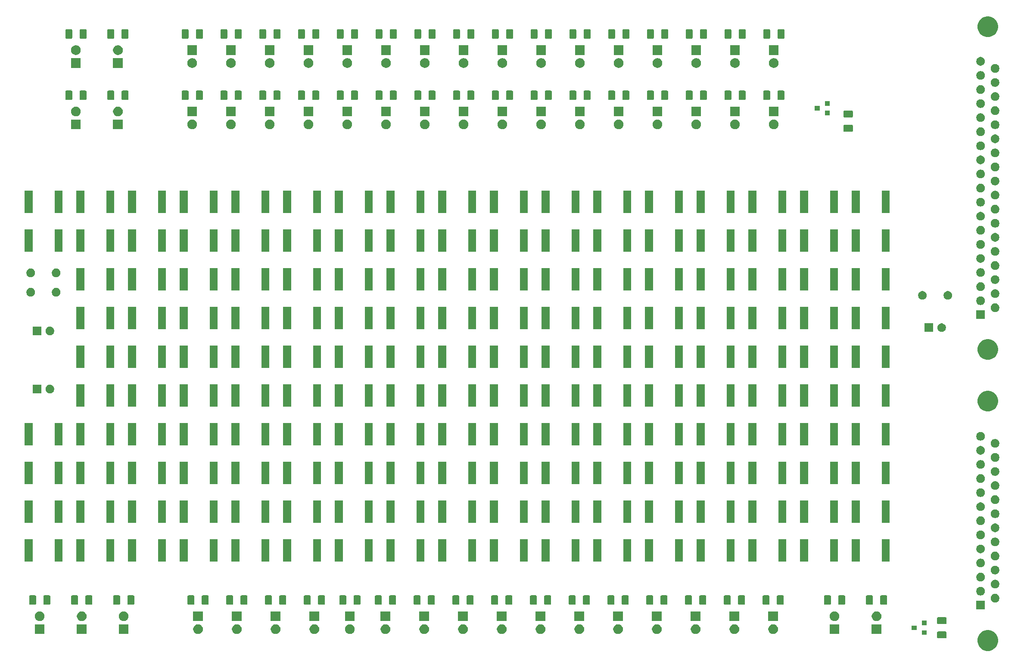
<source format=gbr>
G04 #@! TF.GenerationSoftware,KiCad,Pcbnew,5.1.5-52549c5~84~ubuntu18.04.1*
G04 #@! TF.CreationDate,2020-05-17T15:57:07-07:00*
G04 #@! TF.ProjectId,alu,616c752e-6b69-4636-9164-5f7063625858,rev?*
G04 #@! TF.SameCoordinates,Original*
G04 #@! TF.FileFunction,Soldermask,Top*
G04 #@! TF.FilePolarity,Negative*
%FSLAX46Y46*%
G04 Gerber Fmt 4.6, Leading zero omitted, Abs format (unit mm)*
G04 Created by KiCad (PCBNEW 5.1.5-52549c5~84~ubuntu18.04.1) date 2020-05-17 15:57:07*
%MOMM*%
%LPD*%
G04 APERTURE LIST*
%ADD10C,0.100000*%
G04 APERTURE END LIST*
D10*
G36*
X248398254Y-148467818D02*
G01*
X248771511Y-148622426D01*
X248771513Y-148622427D01*
X249036033Y-148799174D01*
X249107436Y-148846884D01*
X249393116Y-149132564D01*
X249617574Y-149468489D01*
X249772182Y-149841746D01*
X249851000Y-150237993D01*
X249851000Y-150642007D01*
X249772182Y-151038254D01*
X249617574Y-151411511D01*
X249617573Y-151411513D01*
X249393116Y-151747436D01*
X249107436Y-152033116D01*
X248771513Y-152257573D01*
X248771512Y-152257574D01*
X248771511Y-152257574D01*
X248398254Y-152412182D01*
X248002007Y-152491000D01*
X247597993Y-152491000D01*
X247201746Y-152412182D01*
X246828489Y-152257574D01*
X246828488Y-152257574D01*
X246828487Y-152257573D01*
X246492564Y-152033116D01*
X246206884Y-151747436D01*
X245982427Y-151411513D01*
X245982426Y-151411511D01*
X245827818Y-151038254D01*
X245749000Y-150642007D01*
X245749000Y-150237993D01*
X245827818Y-149841746D01*
X245982426Y-149468489D01*
X246206884Y-149132564D01*
X246492564Y-148846884D01*
X246563967Y-148799174D01*
X246828487Y-148622427D01*
X246828489Y-148622426D01*
X247201746Y-148467818D01*
X247597993Y-148389000D01*
X248002007Y-148389000D01*
X248398254Y-148467818D01*
G37*
G36*
X239528604Y-148683347D02*
G01*
X239565144Y-148694432D01*
X239598821Y-148712433D01*
X239628341Y-148736659D01*
X239652567Y-148766179D01*
X239670568Y-148799856D01*
X239681653Y-148836396D01*
X239686000Y-148880538D01*
X239686000Y-149829462D01*
X239681653Y-149873604D01*
X239670568Y-149910144D01*
X239652567Y-149943821D01*
X239628341Y-149973341D01*
X239598821Y-149997567D01*
X239565144Y-150015568D01*
X239528604Y-150026653D01*
X239484462Y-150031000D01*
X238035538Y-150031000D01*
X237991396Y-150026653D01*
X237954856Y-150015568D01*
X237921179Y-149997567D01*
X237891659Y-149973341D01*
X237867433Y-149943821D01*
X237849432Y-149910144D01*
X237838347Y-149873604D01*
X237834000Y-149829462D01*
X237834000Y-148880538D01*
X237838347Y-148836396D01*
X237849432Y-148799856D01*
X237867433Y-148766179D01*
X237891659Y-148736659D01*
X237921179Y-148712433D01*
X237954856Y-148694432D01*
X237991396Y-148683347D01*
X238035538Y-148679000D01*
X239484462Y-148679000D01*
X239528604Y-148683347D01*
G37*
G36*
X235816000Y-149356000D02*
G01*
X234814000Y-149356000D01*
X234814000Y-148454000D01*
X235816000Y-148454000D01*
X235816000Y-149356000D01*
G37*
G36*
X167790395Y-147294546D02*
G01*
X167963466Y-147366234D01*
X167963467Y-147366235D01*
X168119227Y-147470310D01*
X168251690Y-147602773D01*
X168251691Y-147602775D01*
X168355766Y-147758534D01*
X168427454Y-147931605D01*
X168464000Y-148115333D01*
X168464000Y-148302667D01*
X168427454Y-148486395D01*
X168355766Y-148659466D01*
X168312264Y-148724571D01*
X168251690Y-148815227D01*
X168119227Y-148947690D01*
X168040818Y-149000081D01*
X167963466Y-149051766D01*
X167790395Y-149123454D01*
X167606667Y-149160000D01*
X167419333Y-149160000D01*
X167235605Y-149123454D01*
X167062534Y-149051766D01*
X166985182Y-149000081D01*
X166906773Y-148947690D01*
X166774310Y-148815227D01*
X166713736Y-148724571D01*
X166670234Y-148659466D01*
X166598546Y-148486395D01*
X166562000Y-148302667D01*
X166562000Y-148115333D01*
X166598546Y-147931605D01*
X166670234Y-147758534D01*
X166774309Y-147602775D01*
X166774310Y-147602773D01*
X166906773Y-147470310D01*
X167062533Y-147366235D01*
X167062534Y-147366234D01*
X167235605Y-147294546D01*
X167419333Y-147258000D01*
X167606667Y-147258000D01*
X167790395Y-147294546D01*
G37*
G36*
X198270395Y-147294546D02*
G01*
X198443466Y-147366234D01*
X198443467Y-147366235D01*
X198599227Y-147470310D01*
X198731690Y-147602773D01*
X198731691Y-147602775D01*
X198835766Y-147758534D01*
X198907454Y-147931605D01*
X198944000Y-148115333D01*
X198944000Y-148302667D01*
X198907454Y-148486395D01*
X198835766Y-148659466D01*
X198792264Y-148724571D01*
X198731690Y-148815227D01*
X198599227Y-148947690D01*
X198520818Y-149000081D01*
X198443466Y-149051766D01*
X198270395Y-149123454D01*
X198086667Y-149160000D01*
X197899333Y-149160000D01*
X197715605Y-149123454D01*
X197542534Y-149051766D01*
X197465182Y-149000081D01*
X197386773Y-148947690D01*
X197254310Y-148815227D01*
X197193736Y-148724571D01*
X197150234Y-148659466D01*
X197078546Y-148486395D01*
X197042000Y-148302667D01*
X197042000Y-148115333D01*
X197078546Y-147931605D01*
X197150234Y-147758534D01*
X197254309Y-147602775D01*
X197254310Y-147602773D01*
X197386773Y-147470310D01*
X197542533Y-147366235D01*
X197542534Y-147366234D01*
X197715605Y-147294546D01*
X197899333Y-147258000D01*
X198086667Y-147258000D01*
X198270395Y-147294546D01*
G37*
G36*
X190650395Y-147294546D02*
G01*
X190823466Y-147366234D01*
X190823467Y-147366235D01*
X190979227Y-147470310D01*
X191111690Y-147602773D01*
X191111691Y-147602775D01*
X191215766Y-147758534D01*
X191287454Y-147931605D01*
X191324000Y-148115333D01*
X191324000Y-148302667D01*
X191287454Y-148486395D01*
X191215766Y-148659466D01*
X191172264Y-148724571D01*
X191111690Y-148815227D01*
X190979227Y-148947690D01*
X190900818Y-149000081D01*
X190823466Y-149051766D01*
X190650395Y-149123454D01*
X190466667Y-149160000D01*
X190279333Y-149160000D01*
X190095605Y-149123454D01*
X189922534Y-149051766D01*
X189845182Y-149000081D01*
X189766773Y-148947690D01*
X189634310Y-148815227D01*
X189573736Y-148724571D01*
X189530234Y-148659466D01*
X189458546Y-148486395D01*
X189422000Y-148302667D01*
X189422000Y-148115333D01*
X189458546Y-147931605D01*
X189530234Y-147758534D01*
X189634309Y-147602775D01*
X189634310Y-147602773D01*
X189766773Y-147470310D01*
X189922533Y-147366235D01*
X189922534Y-147366234D01*
X190095605Y-147294546D01*
X190279333Y-147258000D01*
X190466667Y-147258000D01*
X190650395Y-147294546D01*
G37*
G36*
X183030395Y-147294546D02*
G01*
X183203466Y-147366234D01*
X183203467Y-147366235D01*
X183359227Y-147470310D01*
X183491690Y-147602773D01*
X183491691Y-147602775D01*
X183595766Y-147758534D01*
X183667454Y-147931605D01*
X183704000Y-148115333D01*
X183704000Y-148302667D01*
X183667454Y-148486395D01*
X183595766Y-148659466D01*
X183552264Y-148724571D01*
X183491690Y-148815227D01*
X183359227Y-148947690D01*
X183280818Y-149000081D01*
X183203466Y-149051766D01*
X183030395Y-149123454D01*
X182846667Y-149160000D01*
X182659333Y-149160000D01*
X182475605Y-149123454D01*
X182302534Y-149051766D01*
X182225182Y-149000081D01*
X182146773Y-148947690D01*
X182014310Y-148815227D01*
X181953736Y-148724571D01*
X181910234Y-148659466D01*
X181838546Y-148486395D01*
X181802000Y-148302667D01*
X181802000Y-148115333D01*
X181838546Y-147931605D01*
X181910234Y-147758534D01*
X182014309Y-147602775D01*
X182014310Y-147602773D01*
X182146773Y-147470310D01*
X182302533Y-147366235D01*
X182302534Y-147366234D01*
X182475605Y-147294546D01*
X182659333Y-147258000D01*
X182846667Y-147258000D01*
X183030395Y-147294546D01*
G37*
G36*
X175410395Y-147294546D02*
G01*
X175583466Y-147366234D01*
X175583467Y-147366235D01*
X175739227Y-147470310D01*
X175871690Y-147602773D01*
X175871691Y-147602775D01*
X175975766Y-147758534D01*
X176047454Y-147931605D01*
X176084000Y-148115333D01*
X176084000Y-148302667D01*
X176047454Y-148486395D01*
X175975766Y-148659466D01*
X175932264Y-148724571D01*
X175871690Y-148815227D01*
X175739227Y-148947690D01*
X175660818Y-149000081D01*
X175583466Y-149051766D01*
X175410395Y-149123454D01*
X175226667Y-149160000D01*
X175039333Y-149160000D01*
X174855605Y-149123454D01*
X174682534Y-149051766D01*
X174605182Y-149000081D01*
X174526773Y-148947690D01*
X174394310Y-148815227D01*
X174333736Y-148724571D01*
X174290234Y-148659466D01*
X174218546Y-148486395D01*
X174182000Y-148302667D01*
X174182000Y-148115333D01*
X174218546Y-147931605D01*
X174290234Y-147758534D01*
X174394309Y-147602775D01*
X174394310Y-147602773D01*
X174526773Y-147470310D01*
X174682533Y-147366235D01*
X174682534Y-147366234D01*
X174855605Y-147294546D01*
X175039333Y-147258000D01*
X175226667Y-147258000D01*
X175410395Y-147294546D01*
G37*
G36*
X160170395Y-147294546D02*
G01*
X160343466Y-147366234D01*
X160343467Y-147366235D01*
X160499227Y-147470310D01*
X160631690Y-147602773D01*
X160631691Y-147602775D01*
X160735766Y-147758534D01*
X160807454Y-147931605D01*
X160844000Y-148115333D01*
X160844000Y-148302667D01*
X160807454Y-148486395D01*
X160735766Y-148659466D01*
X160692264Y-148724571D01*
X160631690Y-148815227D01*
X160499227Y-148947690D01*
X160420818Y-149000081D01*
X160343466Y-149051766D01*
X160170395Y-149123454D01*
X159986667Y-149160000D01*
X159799333Y-149160000D01*
X159615605Y-149123454D01*
X159442534Y-149051766D01*
X159365182Y-149000081D01*
X159286773Y-148947690D01*
X159154310Y-148815227D01*
X159093736Y-148724571D01*
X159050234Y-148659466D01*
X158978546Y-148486395D01*
X158942000Y-148302667D01*
X158942000Y-148115333D01*
X158978546Y-147931605D01*
X159050234Y-147758534D01*
X159154309Y-147602775D01*
X159154310Y-147602773D01*
X159286773Y-147470310D01*
X159442533Y-147366235D01*
X159442534Y-147366234D01*
X159615605Y-147294546D01*
X159799333Y-147258000D01*
X159986667Y-147258000D01*
X160170395Y-147294546D01*
G37*
G36*
X152550395Y-147294546D02*
G01*
X152723466Y-147366234D01*
X152723467Y-147366235D01*
X152879227Y-147470310D01*
X153011690Y-147602773D01*
X153011691Y-147602775D01*
X153115766Y-147758534D01*
X153187454Y-147931605D01*
X153224000Y-148115333D01*
X153224000Y-148302667D01*
X153187454Y-148486395D01*
X153115766Y-148659466D01*
X153072264Y-148724571D01*
X153011690Y-148815227D01*
X152879227Y-148947690D01*
X152800818Y-149000081D01*
X152723466Y-149051766D01*
X152550395Y-149123454D01*
X152366667Y-149160000D01*
X152179333Y-149160000D01*
X151995605Y-149123454D01*
X151822534Y-149051766D01*
X151745182Y-149000081D01*
X151666773Y-148947690D01*
X151534310Y-148815227D01*
X151473736Y-148724571D01*
X151430234Y-148659466D01*
X151358546Y-148486395D01*
X151322000Y-148302667D01*
X151322000Y-148115333D01*
X151358546Y-147931605D01*
X151430234Y-147758534D01*
X151534309Y-147602775D01*
X151534310Y-147602773D01*
X151666773Y-147470310D01*
X151822533Y-147366235D01*
X151822534Y-147366234D01*
X151995605Y-147294546D01*
X152179333Y-147258000D01*
X152366667Y-147258000D01*
X152550395Y-147294546D01*
G37*
G36*
X144930395Y-147294546D02*
G01*
X145103466Y-147366234D01*
X145103467Y-147366235D01*
X145259227Y-147470310D01*
X145391690Y-147602773D01*
X145391691Y-147602775D01*
X145495766Y-147758534D01*
X145567454Y-147931605D01*
X145604000Y-148115333D01*
X145604000Y-148302667D01*
X145567454Y-148486395D01*
X145495766Y-148659466D01*
X145452264Y-148724571D01*
X145391690Y-148815227D01*
X145259227Y-148947690D01*
X145180818Y-149000081D01*
X145103466Y-149051766D01*
X144930395Y-149123454D01*
X144746667Y-149160000D01*
X144559333Y-149160000D01*
X144375605Y-149123454D01*
X144202534Y-149051766D01*
X144125182Y-149000081D01*
X144046773Y-148947690D01*
X143914310Y-148815227D01*
X143853736Y-148724571D01*
X143810234Y-148659466D01*
X143738546Y-148486395D01*
X143702000Y-148302667D01*
X143702000Y-148115333D01*
X143738546Y-147931605D01*
X143810234Y-147758534D01*
X143914309Y-147602775D01*
X143914310Y-147602773D01*
X144046773Y-147470310D01*
X144202533Y-147366235D01*
X144202534Y-147366234D01*
X144375605Y-147294546D01*
X144559333Y-147258000D01*
X144746667Y-147258000D01*
X144930395Y-147294546D01*
G37*
G36*
X137310395Y-147294546D02*
G01*
X137483466Y-147366234D01*
X137483467Y-147366235D01*
X137639227Y-147470310D01*
X137771690Y-147602773D01*
X137771691Y-147602775D01*
X137875766Y-147758534D01*
X137947454Y-147931605D01*
X137984000Y-148115333D01*
X137984000Y-148302667D01*
X137947454Y-148486395D01*
X137875766Y-148659466D01*
X137832264Y-148724571D01*
X137771690Y-148815227D01*
X137639227Y-148947690D01*
X137560818Y-149000081D01*
X137483466Y-149051766D01*
X137310395Y-149123454D01*
X137126667Y-149160000D01*
X136939333Y-149160000D01*
X136755605Y-149123454D01*
X136582534Y-149051766D01*
X136505182Y-149000081D01*
X136426773Y-148947690D01*
X136294310Y-148815227D01*
X136233736Y-148724571D01*
X136190234Y-148659466D01*
X136118546Y-148486395D01*
X136082000Y-148302667D01*
X136082000Y-148115333D01*
X136118546Y-147931605D01*
X136190234Y-147758534D01*
X136294309Y-147602775D01*
X136294310Y-147602773D01*
X136426773Y-147470310D01*
X136582533Y-147366235D01*
X136582534Y-147366234D01*
X136755605Y-147294546D01*
X136939333Y-147258000D01*
X137126667Y-147258000D01*
X137310395Y-147294546D01*
G37*
G36*
X129690395Y-147294546D02*
G01*
X129863466Y-147366234D01*
X129863467Y-147366235D01*
X130019227Y-147470310D01*
X130151690Y-147602773D01*
X130151691Y-147602775D01*
X130255766Y-147758534D01*
X130327454Y-147931605D01*
X130364000Y-148115333D01*
X130364000Y-148302667D01*
X130327454Y-148486395D01*
X130255766Y-148659466D01*
X130212264Y-148724571D01*
X130151690Y-148815227D01*
X130019227Y-148947690D01*
X129940818Y-149000081D01*
X129863466Y-149051766D01*
X129690395Y-149123454D01*
X129506667Y-149160000D01*
X129319333Y-149160000D01*
X129135605Y-149123454D01*
X128962534Y-149051766D01*
X128885182Y-149000081D01*
X128806773Y-148947690D01*
X128674310Y-148815227D01*
X128613736Y-148724571D01*
X128570234Y-148659466D01*
X128498546Y-148486395D01*
X128462000Y-148302667D01*
X128462000Y-148115333D01*
X128498546Y-147931605D01*
X128570234Y-147758534D01*
X128674309Y-147602775D01*
X128674310Y-147602773D01*
X128806773Y-147470310D01*
X128962533Y-147366235D01*
X128962534Y-147366234D01*
X129135605Y-147294546D01*
X129319333Y-147258000D01*
X129506667Y-147258000D01*
X129690395Y-147294546D01*
G37*
G36*
X115720395Y-147294546D02*
G01*
X115893466Y-147366234D01*
X115893467Y-147366235D01*
X116049227Y-147470310D01*
X116181690Y-147602773D01*
X116181691Y-147602775D01*
X116285766Y-147758534D01*
X116357454Y-147931605D01*
X116394000Y-148115333D01*
X116394000Y-148302667D01*
X116357454Y-148486395D01*
X116285766Y-148659466D01*
X116242264Y-148724571D01*
X116181690Y-148815227D01*
X116049227Y-148947690D01*
X115970818Y-149000081D01*
X115893466Y-149051766D01*
X115720395Y-149123454D01*
X115536667Y-149160000D01*
X115349333Y-149160000D01*
X115165605Y-149123454D01*
X114992534Y-149051766D01*
X114915182Y-149000081D01*
X114836773Y-148947690D01*
X114704310Y-148815227D01*
X114643736Y-148724571D01*
X114600234Y-148659466D01*
X114528546Y-148486395D01*
X114492000Y-148302667D01*
X114492000Y-148115333D01*
X114528546Y-147931605D01*
X114600234Y-147758534D01*
X114704309Y-147602775D01*
X114704310Y-147602773D01*
X114836773Y-147470310D01*
X114992533Y-147366235D01*
X114992534Y-147366234D01*
X115165605Y-147294546D01*
X115349333Y-147258000D01*
X115536667Y-147258000D01*
X115720395Y-147294546D01*
G37*
G36*
X108100395Y-147294546D02*
G01*
X108273466Y-147366234D01*
X108273467Y-147366235D01*
X108429227Y-147470310D01*
X108561690Y-147602773D01*
X108561691Y-147602775D01*
X108665766Y-147758534D01*
X108737454Y-147931605D01*
X108774000Y-148115333D01*
X108774000Y-148302667D01*
X108737454Y-148486395D01*
X108665766Y-148659466D01*
X108622264Y-148724571D01*
X108561690Y-148815227D01*
X108429227Y-148947690D01*
X108350818Y-149000081D01*
X108273466Y-149051766D01*
X108100395Y-149123454D01*
X107916667Y-149160000D01*
X107729333Y-149160000D01*
X107545605Y-149123454D01*
X107372534Y-149051766D01*
X107295182Y-149000081D01*
X107216773Y-148947690D01*
X107084310Y-148815227D01*
X107023736Y-148724571D01*
X106980234Y-148659466D01*
X106908546Y-148486395D01*
X106872000Y-148302667D01*
X106872000Y-148115333D01*
X106908546Y-147931605D01*
X106980234Y-147758534D01*
X107084309Y-147602775D01*
X107084310Y-147602773D01*
X107216773Y-147470310D01*
X107372533Y-147366235D01*
X107372534Y-147366234D01*
X107545605Y-147294546D01*
X107729333Y-147258000D01*
X107916667Y-147258000D01*
X108100395Y-147294546D01*
G37*
G36*
X100480395Y-147294546D02*
G01*
X100653466Y-147366234D01*
X100653467Y-147366235D01*
X100809227Y-147470310D01*
X100941690Y-147602773D01*
X100941691Y-147602775D01*
X101045766Y-147758534D01*
X101117454Y-147931605D01*
X101154000Y-148115333D01*
X101154000Y-148302667D01*
X101117454Y-148486395D01*
X101045766Y-148659466D01*
X101002264Y-148724571D01*
X100941690Y-148815227D01*
X100809227Y-148947690D01*
X100730818Y-149000081D01*
X100653466Y-149051766D01*
X100480395Y-149123454D01*
X100296667Y-149160000D01*
X100109333Y-149160000D01*
X99925605Y-149123454D01*
X99752534Y-149051766D01*
X99675182Y-149000081D01*
X99596773Y-148947690D01*
X99464310Y-148815227D01*
X99403736Y-148724571D01*
X99360234Y-148659466D01*
X99288546Y-148486395D01*
X99252000Y-148302667D01*
X99252000Y-148115333D01*
X99288546Y-147931605D01*
X99360234Y-147758534D01*
X99464309Y-147602775D01*
X99464310Y-147602773D01*
X99596773Y-147470310D01*
X99752533Y-147366235D01*
X99752534Y-147366234D01*
X99925605Y-147294546D01*
X100109333Y-147258000D01*
X100296667Y-147258000D01*
X100480395Y-147294546D01*
G37*
G36*
X92860395Y-147294546D02*
G01*
X93033466Y-147366234D01*
X93033467Y-147366235D01*
X93189227Y-147470310D01*
X93321690Y-147602773D01*
X93321691Y-147602775D01*
X93425766Y-147758534D01*
X93497454Y-147931605D01*
X93534000Y-148115333D01*
X93534000Y-148302667D01*
X93497454Y-148486395D01*
X93425766Y-148659466D01*
X93382264Y-148724571D01*
X93321690Y-148815227D01*
X93189227Y-148947690D01*
X93110818Y-149000081D01*
X93033466Y-149051766D01*
X92860395Y-149123454D01*
X92676667Y-149160000D01*
X92489333Y-149160000D01*
X92305605Y-149123454D01*
X92132534Y-149051766D01*
X92055182Y-149000081D01*
X91976773Y-148947690D01*
X91844310Y-148815227D01*
X91783736Y-148724571D01*
X91740234Y-148659466D01*
X91668546Y-148486395D01*
X91632000Y-148302667D01*
X91632000Y-148115333D01*
X91668546Y-147931605D01*
X91740234Y-147758534D01*
X91844309Y-147602775D01*
X91844310Y-147602773D01*
X91976773Y-147470310D01*
X92132533Y-147366235D01*
X92132534Y-147366234D01*
X92305605Y-147294546D01*
X92489333Y-147258000D01*
X92676667Y-147258000D01*
X92860395Y-147294546D01*
G37*
G36*
X218629000Y-149160000D02*
G01*
X216727000Y-149160000D01*
X216727000Y-147258000D01*
X218629000Y-147258000D01*
X218629000Y-149160000D01*
G37*
G36*
X122705395Y-147294546D02*
G01*
X122878466Y-147366234D01*
X122878467Y-147366235D01*
X123034227Y-147470310D01*
X123166690Y-147602773D01*
X123166691Y-147602775D01*
X123270766Y-147758534D01*
X123342454Y-147931605D01*
X123379000Y-148115333D01*
X123379000Y-148302667D01*
X123342454Y-148486395D01*
X123270766Y-148659466D01*
X123227264Y-148724571D01*
X123166690Y-148815227D01*
X123034227Y-148947690D01*
X122955818Y-149000081D01*
X122878466Y-149051766D01*
X122705395Y-149123454D01*
X122521667Y-149160000D01*
X122334333Y-149160000D01*
X122150605Y-149123454D01*
X121977534Y-149051766D01*
X121900182Y-149000081D01*
X121821773Y-148947690D01*
X121689310Y-148815227D01*
X121628736Y-148724571D01*
X121585234Y-148659466D01*
X121513546Y-148486395D01*
X121477000Y-148302667D01*
X121477000Y-148115333D01*
X121513546Y-147931605D01*
X121585234Y-147758534D01*
X121689309Y-147602775D01*
X121689310Y-147602773D01*
X121821773Y-147470310D01*
X121977533Y-147366235D01*
X121977534Y-147366234D01*
X122150605Y-147294546D01*
X122334333Y-147258000D01*
X122521667Y-147258000D01*
X122705395Y-147294546D01*
G37*
G36*
X226884000Y-149160000D02*
G01*
X224982000Y-149160000D01*
X224982000Y-147258000D01*
X226884000Y-147258000D01*
X226884000Y-149160000D01*
G37*
G36*
X78929000Y-149160000D02*
G01*
X77027000Y-149160000D01*
X77027000Y-147258000D01*
X78929000Y-147258000D01*
X78929000Y-149160000D01*
G37*
G36*
X70674000Y-149160000D02*
G01*
X68772000Y-149160000D01*
X68772000Y-147258000D01*
X70674000Y-147258000D01*
X70674000Y-149160000D01*
G37*
G36*
X62419000Y-149160000D02*
G01*
X60517000Y-149160000D01*
X60517000Y-147258000D01*
X62419000Y-147258000D01*
X62419000Y-149160000D01*
G37*
G36*
X205890395Y-147294546D02*
G01*
X206063466Y-147366234D01*
X206063467Y-147366235D01*
X206219227Y-147470310D01*
X206351690Y-147602773D01*
X206351691Y-147602775D01*
X206455766Y-147758534D01*
X206527454Y-147931605D01*
X206564000Y-148115333D01*
X206564000Y-148302667D01*
X206527454Y-148486395D01*
X206455766Y-148659466D01*
X206412264Y-148724571D01*
X206351690Y-148815227D01*
X206219227Y-148947690D01*
X206140818Y-149000081D01*
X206063466Y-149051766D01*
X205890395Y-149123454D01*
X205706667Y-149160000D01*
X205519333Y-149160000D01*
X205335605Y-149123454D01*
X205162534Y-149051766D01*
X205085182Y-149000081D01*
X205006773Y-148947690D01*
X204874310Y-148815227D01*
X204813736Y-148724571D01*
X204770234Y-148659466D01*
X204698546Y-148486395D01*
X204662000Y-148302667D01*
X204662000Y-148115333D01*
X204698546Y-147931605D01*
X204770234Y-147758534D01*
X204874309Y-147602775D01*
X204874310Y-147602773D01*
X205006773Y-147470310D01*
X205162533Y-147366235D01*
X205162534Y-147366234D01*
X205335605Y-147294546D01*
X205519333Y-147258000D01*
X205706667Y-147258000D01*
X205890395Y-147294546D01*
G37*
G36*
X233816000Y-148406000D02*
G01*
X232814000Y-148406000D01*
X232814000Y-147504000D01*
X233816000Y-147504000D01*
X233816000Y-148406000D01*
G37*
G36*
X235816000Y-147456000D02*
G01*
X234814000Y-147456000D01*
X234814000Y-146554000D01*
X235816000Y-146554000D01*
X235816000Y-147456000D01*
G37*
G36*
X239528604Y-145883347D02*
G01*
X239565144Y-145894432D01*
X239598821Y-145912433D01*
X239628341Y-145936659D01*
X239652567Y-145966179D01*
X239670568Y-145999856D01*
X239681653Y-146036396D01*
X239686000Y-146080538D01*
X239686000Y-147029462D01*
X239681653Y-147073604D01*
X239670568Y-147110144D01*
X239652567Y-147143821D01*
X239628341Y-147173341D01*
X239598821Y-147197567D01*
X239565144Y-147215568D01*
X239528604Y-147226653D01*
X239484462Y-147231000D01*
X238035538Y-147231000D01*
X237991396Y-147226653D01*
X237954856Y-147215568D01*
X237921179Y-147197567D01*
X237891659Y-147173341D01*
X237867433Y-147143821D01*
X237849432Y-147110144D01*
X237838347Y-147073604D01*
X237834000Y-147029462D01*
X237834000Y-146080538D01*
X237838347Y-146036396D01*
X237849432Y-145999856D01*
X237867433Y-145966179D01*
X237891659Y-145936659D01*
X237921179Y-145912433D01*
X237954856Y-145894432D01*
X237991396Y-145883347D01*
X238035538Y-145879000D01*
X239484462Y-145879000D01*
X239528604Y-145883347D01*
G37*
G36*
X168464000Y-146620000D02*
G01*
X166562000Y-146620000D01*
X166562000Y-144718000D01*
X168464000Y-144718000D01*
X168464000Y-146620000D01*
G37*
G36*
X226210395Y-144754546D02*
G01*
X226383466Y-144826234D01*
X226383467Y-144826235D01*
X226539227Y-144930310D01*
X226671690Y-145062773D01*
X226671691Y-145062775D01*
X226775766Y-145218534D01*
X226847454Y-145391605D01*
X226884000Y-145575333D01*
X226884000Y-145762667D01*
X226847454Y-145946395D01*
X226775766Y-146119466D01*
X226775765Y-146119467D01*
X226671690Y-146275227D01*
X226539227Y-146407690D01*
X226460818Y-146460081D01*
X226383466Y-146511766D01*
X226210395Y-146583454D01*
X226026667Y-146620000D01*
X225839333Y-146620000D01*
X225655605Y-146583454D01*
X225482534Y-146511766D01*
X225405182Y-146460081D01*
X225326773Y-146407690D01*
X225194310Y-146275227D01*
X225090235Y-146119467D01*
X225090234Y-146119466D01*
X225018546Y-145946395D01*
X224982000Y-145762667D01*
X224982000Y-145575333D01*
X225018546Y-145391605D01*
X225090234Y-145218534D01*
X225194309Y-145062775D01*
X225194310Y-145062773D01*
X225326773Y-144930310D01*
X225482533Y-144826235D01*
X225482534Y-144826234D01*
X225655605Y-144754546D01*
X225839333Y-144718000D01*
X226026667Y-144718000D01*
X226210395Y-144754546D01*
G37*
G36*
X217955395Y-144754546D02*
G01*
X218128466Y-144826234D01*
X218128467Y-144826235D01*
X218284227Y-144930310D01*
X218416690Y-145062773D01*
X218416691Y-145062775D01*
X218520766Y-145218534D01*
X218592454Y-145391605D01*
X218629000Y-145575333D01*
X218629000Y-145762667D01*
X218592454Y-145946395D01*
X218520766Y-146119466D01*
X218520765Y-146119467D01*
X218416690Y-146275227D01*
X218284227Y-146407690D01*
X218205818Y-146460081D01*
X218128466Y-146511766D01*
X217955395Y-146583454D01*
X217771667Y-146620000D01*
X217584333Y-146620000D01*
X217400605Y-146583454D01*
X217227534Y-146511766D01*
X217150182Y-146460081D01*
X217071773Y-146407690D01*
X216939310Y-146275227D01*
X216835235Y-146119467D01*
X216835234Y-146119466D01*
X216763546Y-145946395D01*
X216727000Y-145762667D01*
X216727000Y-145575333D01*
X216763546Y-145391605D01*
X216835234Y-145218534D01*
X216939309Y-145062775D01*
X216939310Y-145062773D01*
X217071773Y-144930310D01*
X217227533Y-144826235D01*
X217227534Y-144826234D01*
X217400605Y-144754546D01*
X217584333Y-144718000D01*
X217771667Y-144718000D01*
X217955395Y-144754546D01*
G37*
G36*
X93534000Y-146620000D02*
G01*
X91632000Y-146620000D01*
X91632000Y-144718000D01*
X93534000Y-144718000D01*
X93534000Y-146620000D01*
G37*
G36*
X101154000Y-146620000D02*
G01*
X99252000Y-146620000D01*
X99252000Y-144718000D01*
X101154000Y-144718000D01*
X101154000Y-146620000D01*
G37*
G36*
X108774000Y-146620000D02*
G01*
X106872000Y-146620000D01*
X106872000Y-144718000D01*
X108774000Y-144718000D01*
X108774000Y-146620000D01*
G37*
G36*
X116394000Y-146620000D02*
G01*
X114492000Y-146620000D01*
X114492000Y-144718000D01*
X116394000Y-144718000D01*
X116394000Y-146620000D01*
G37*
G36*
X123379000Y-146620000D02*
G01*
X121477000Y-146620000D01*
X121477000Y-144718000D01*
X123379000Y-144718000D01*
X123379000Y-146620000D01*
G37*
G36*
X130364000Y-146620000D02*
G01*
X128462000Y-146620000D01*
X128462000Y-144718000D01*
X130364000Y-144718000D01*
X130364000Y-146620000D01*
G37*
G36*
X137984000Y-146620000D02*
G01*
X136082000Y-146620000D01*
X136082000Y-144718000D01*
X137984000Y-144718000D01*
X137984000Y-146620000D01*
G37*
G36*
X145604000Y-146620000D02*
G01*
X143702000Y-146620000D01*
X143702000Y-144718000D01*
X145604000Y-144718000D01*
X145604000Y-146620000D01*
G37*
G36*
X160844000Y-146620000D02*
G01*
X158942000Y-146620000D01*
X158942000Y-144718000D01*
X160844000Y-144718000D01*
X160844000Y-146620000D01*
G37*
G36*
X153224000Y-146620000D02*
G01*
X151322000Y-146620000D01*
X151322000Y-144718000D01*
X153224000Y-144718000D01*
X153224000Y-146620000D01*
G37*
G36*
X176084000Y-146620000D02*
G01*
X174182000Y-146620000D01*
X174182000Y-144718000D01*
X176084000Y-144718000D01*
X176084000Y-146620000D01*
G37*
G36*
X183704000Y-146620000D02*
G01*
X181802000Y-146620000D01*
X181802000Y-144718000D01*
X183704000Y-144718000D01*
X183704000Y-146620000D01*
G37*
G36*
X70000395Y-144754546D02*
G01*
X70173466Y-144826234D01*
X70173467Y-144826235D01*
X70329227Y-144930310D01*
X70461690Y-145062773D01*
X70461691Y-145062775D01*
X70565766Y-145218534D01*
X70637454Y-145391605D01*
X70674000Y-145575333D01*
X70674000Y-145762667D01*
X70637454Y-145946395D01*
X70565766Y-146119466D01*
X70565765Y-146119467D01*
X70461690Y-146275227D01*
X70329227Y-146407690D01*
X70250818Y-146460081D01*
X70173466Y-146511766D01*
X70000395Y-146583454D01*
X69816667Y-146620000D01*
X69629333Y-146620000D01*
X69445605Y-146583454D01*
X69272534Y-146511766D01*
X69195182Y-146460081D01*
X69116773Y-146407690D01*
X68984310Y-146275227D01*
X68880235Y-146119467D01*
X68880234Y-146119466D01*
X68808546Y-145946395D01*
X68772000Y-145762667D01*
X68772000Y-145575333D01*
X68808546Y-145391605D01*
X68880234Y-145218534D01*
X68984309Y-145062775D01*
X68984310Y-145062773D01*
X69116773Y-144930310D01*
X69272533Y-144826235D01*
X69272534Y-144826234D01*
X69445605Y-144754546D01*
X69629333Y-144718000D01*
X69816667Y-144718000D01*
X70000395Y-144754546D01*
G37*
G36*
X191324000Y-146620000D02*
G01*
X189422000Y-146620000D01*
X189422000Y-144718000D01*
X191324000Y-144718000D01*
X191324000Y-146620000D01*
G37*
G36*
X78255395Y-144754546D02*
G01*
X78428466Y-144826234D01*
X78428467Y-144826235D01*
X78584227Y-144930310D01*
X78716690Y-145062773D01*
X78716691Y-145062775D01*
X78820766Y-145218534D01*
X78892454Y-145391605D01*
X78929000Y-145575333D01*
X78929000Y-145762667D01*
X78892454Y-145946395D01*
X78820766Y-146119466D01*
X78820765Y-146119467D01*
X78716690Y-146275227D01*
X78584227Y-146407690D01*
X78505818Y-146460081D01*
X78428466Y-146511766D01*
X78255395Y-146583454D01*
X78071667Y-146620000D01*
X77884333Y-146620000D01*
X77700605Y-146583454D01*
X77527534Y-146511766D01*
X77450182Y-146460081D01*
X77371773Y-146407690D01*
X77239310Y-146275227D01*
X77135235Y-146119467D01*
X77135234Y-146119466D01*
X77063546Y-145946395D01*
X77027000Y-145762667D01*
X77027000Y-145575333D01*
X77063546Y-145391605D01*
X77135234Y-145218534D01*
X77239309Y-145062775D01*
X77239310Y-145062773D01*
X77371773Y-144930310D01*
X77527533Y-144826235D01*
X77527534Y-144826234D01*
X77700605Y-144754546D01*
X77884333Y-144718000D01*
X78071667Y-144718000D01*
X78255395Y-144754546D01*
G37*
G36*
X61745395Y-144754546D02*
G01*
X61918466Y-144826234D01*
X61918467Y-144826235D01*
X62074227Y-144930310D01*
X62206690Y-145062773D01*
X62206691Y-145062775D01*
X62310766Y-145218534D01*
X62382454Y-145391605D01*
X62419000Y-145575333D01*
X62419000Y-145762667D01*
X62382454Y-145946395D01*
X62310766Y-146119466D01*
X62310765Y-146119467D01*
X62206690Y-146275227D01*
X62074227Y-146407690D01*
X61995818Y-146460081D01*
X61918466Y-146511766D01*
X61745395Y-146583454D01*
X61561667Y-146620000D01*
X61374333Y-146620000D01*
X61190605Y-146583454D01*
X61017534Y-146511766D01*
X60940182Y-146460081D01*
X60861773Y-146407690D01*
X60729310Y-146275227D01*
X60625235Y-146119467D01*
X60625234Y-146119466D01*
X60553546Y-145946395D01*
X60517000Y-145762667D01*
X60517000Y-145575333D01*
X60553546Y-145391605D01*
X60625234Y-145218534D01*
X60729309Y-145062775D01*
X60729310Y-145062773D01*
X60861773Y-144930310D01*
X61017533Y-144826235D01*
X61017534Y-144826234D01*
X61190605Y-144754546D01*
X61374333Y-144718000D01*
X61561667Y-144718000D01*
X61745395Y-144754546D01*
G37*
G36*
X198944000Y-146620000D02*
G01*
X197042000Y-146620000D01*
X197042000Y-144718000D01*
X198944000Y-144718000D01*
X198944000Y-146620000D01*
G37*
G36*
X206564000Y-146620000D02*
G01*
X204662000Y-146620000D01*
X204662000Y-144718000D01*
X206564000Y-144718000D01*
X206564000Y-146620000D01*
G37*
G36*
X247231000Y-144361000D02*
G01*
X245529000Y-144361000D01*
X245529000Y-142659000D01*
X247231000Y-142659000D01*
X247231000Y-144361000D01*
G37*
G36*
X117361604Y-141572347D02*
G01*
X117398144Y-141583432D01*
X117431821Y-141601433D01*
X117461341Y-141625659D01*
X117485567Y-141655179D01*
X117503568Y-141688856D01*
X117514653Y-141725396D01*
X117519000Y-141769538D01*
X117519000Y-143218462D01*
X117514653Y-143262604D01*
X117503568Y-143299144D01*
X117485567Y-143332821D01*
X117461341Y-143362341D01*
X117431821Y-143386567D01*
X117398144Y-143404568D01*
X117361604Y-143415653D01*
X117317462Y-143420000D01*
X116368538Y-143420000D01*
X116324396Y-143415653D01*
X116287856Y-143404568D01*
X116254179Y-143386567D01*
X116224659Y-143362341D01*
X116200433Y-143332821D01*
X116182432Y-143299144D01*
X116171347Y-143262604D01*
X116167000Y-143218462D01*
X116167000Y-141769538D01*
X116171347Y-141725396D01*
X116182432Y-141688856D01*
X116200433Y-141655179D01*
X116224659Y-141625659D01*
X116254179Y-141601433D01*
X116287856Y-141583432D01*
X116324396Y-141572347D01*
X116368538Y-141568000D01*
X117317462Y-141568000D01*
X117361604Y-141572347D01*
G37*
G36*
X146571604Y-141572347D02*
G01*
X146608144Y-141583432D01*
X146641821Y-141601433D01*
X146671341Y-141625659D01*
X146695567Y-141655179D01*
X146713568Y-141688856D01*
X146724653Y-141725396D01*
X146729000Y-141769538D01*
X146729000Y-143218462D01*
X146724653Y-143262604D01*
X146713568Y-143299144D01*
X146695567Y-143332821D01*
X146671341Y-143362341D01*
X146641821Y-143386567D01*
X146608144Y-143404568D01*
X146571604Y-143415653D01*
X146527462Y-143420000D01*
X145578538Y-143420000D01*
X145534396Y-143415653D01*
X145497856Y-143404568D01*
X145464179Y-143386567D01*
X145434659Y-143362341D01*
X145410433Y-143332821D01*
X145392432Y-143299144D01*
X145381347Y-143262604D01*
X145377000Y-143218462D01*
X145377000Y-141769538D01*
X145381347Y-141725396D01*
X145392432Y-141688856D01*
X145410433Y-141655179D01*
X145434659Y-141625659D01*
X145464179Y-141601433D01*
X145497856Y-141583432D01*
X145534396Y-141572347D01*
X145578538Y-141568000D01*
X146527462Y-141568000D01*
X146571604Y-141572347D01*
G37*
G36*
X114561604Y-141572347D02*
G01*
X114598144Y-141583432D01*
X114631821Y-141601433D01*
X114661341Y-141625659D01*
X114685567Y-141655179D01*
X114703568Y-141688856D01*
X114714653Y-141725396D01*
X114719000Y-141769538D01*
X114719000Y-143218462D01*
X114714653Y-143262604D01*
X114703568Y-143299144D01*
X114685567Y-143332821D01*
X114661341Y-143362341D01*
X114631821Y-143386567D01*
X114598144Y-143404568D01*
X114561604Y-143415653D01*
X114517462Y-143420000D01*
X113568538Y-143420000D01*
X113524396Y-143415653D01*
X113487856Y-143404568D01*
X113454179Y-143386567D01*
X113424659Y-143362341D01*
X113400433Y-143332821D01*
X113382432Y-143299144D01*
X113371347Y-143262604D01*
X113367000Y-143218462D01*
X113367000Y-141769538D01*
X113371347Y-141725396D01*
X113382432Y-141688856D01*
X113400433Y-141655179D01*
X113424659Y-141625659D01*
X113454179Y-141601433D01*
X113487856Y-141583432D01*
X113524396Y-141572347D01*
X113568538Y-141568000D01*
X114517462Y-141568000D01*
X114561604Y-141572347D01*
G37*
G36*
X109741604Y-141572347D02*
G01*
X109778144Y-141583432D01*
X109811821Y-141601433D01*
X109841341Y-141625659D01*
X109865567Y-141655179D01*
X109883568Y-141688856D01*
X109894653Y-141725396D01*
X109899000Y-141769538D01*
X109899000Y-143218462D01*
X109894653Y-143262604D01*
X109883568Y-143299144D01*
X109865567Y-143332821D01*
X109841341Y-143362341D01*
X109811821Y-143386567D01*
X109778144Y-143404568D01*
X109741604Y-143415653D01*
X109697462Y-143420000D01*
X108748538Y-143420000D01*
X108704396Y-143415653D01*
X108667856Y-143404568D01*
X108634179Y-143386567D01*
X108604659Y-143362341D01*
X108580433Y-143332821D01*
X108562432Y-143299144D01*
X108551347Y-143262604D01*
X108547000Y-143218462D01*
X108547000Y-141769538D01*
X108551347Y-141725396D01*
X108562432Y-141688856D01*
X108580433Y-141655179D01*
X108604659Y-141625659D01*
X108634179Y-141601433D01*
X108667856Y-141583432D01*
X108704396Y-141572347D01*
X108748538Y-141568000D01*
X109697462Y-141568000D01*
X109741604Y-141572347D01*
G37*
G36*
X106941604Y-141572347D02*
G01*
X106978144Y-141583432D01*
X107011821Y-141601433D01*
X107041341Y-141625659D01*
X107065567Y-141655179D01*
X107083568Y-141688856D01*
X107094653Y-141725396D01*
X107099000Y-141769538D01*
X107099000Y-143218462D01*
X107094653Y-143262604D01*
X107083568Y-143299144D01*
X107065567Y-143332821D01*
X107041341Y-143362341D01*
X107011821Y-143386567D01*
X106978144Y-143404568D01*
X106941604Y-143415653D01*
X106897462Y-143420000D01*
X105948538Y-143420000D01*
X105904396Y-143415653D01*
X105867856Y-143404568D01*
X105834179Y-143386567D01*
X105804659Y-143362341D01*
X105780433Y-143332821D01*
X105762432Y-143299144D01*
X105751347Y-143262604D01*
X105747000Y-143218462D01*
X105747000Y-141769538D01*
X105751347Y-141725396D01*
X105762432Y-141688856D01*
X105780433Y-141655179D01*
X105804659Y-141625659D01*
X105834179Y-141601433D01*
X105867856Y-141583432D01*
X105904396Y-141572347D01*
X105948538Y-141568000D01*
X106897462Y-141568000D01*
X106941604Y-141572347D01*
G37*
G36*
X102121604Y-141572347D02*
G01*
X102158144Y-141583432D01*
X102191821Y-141601433D01*
X102221341Y-141625659D01*
X102245567Y-141655179D01*
X102263568Y-141688856D01*
X102274653Y-141725396D01*
X102279000Y-141769538D01*
X102279000Y-143218462D01*
X102274653Y-143262604D01*
X102263568Y-143299144D01*
X102245567Y-143332821D01*
X102221341Y-143362341D01*
X102191821Y-143386567D01*
X102158144Y-143404568D01*
X102121604Y-143415653D01*
X102077462Y-143420000D01*
X101128538Y-143420000D01*
X101084396Y-143415653D01*
X101047856Y-143404568D01*
X101014179Y-143386567D01*
X100984659Y-143362341D01*
X100960433Y-143332821D01*
X100942432Y-143299144D01*
X100931347Y-143262604D01*
X100927000Y-143218462D01*
X100927000Y-141769538D01*
X100931347Y-141725396D01*
X100942432Y-141688856D01*
X100960433Y-141655179D01*
X100984659Y-141625659D01*
X101014179Y-141601433D01*
X101047856Y-141583432D01*
X101084396Y-141572347D01*
X101128538Y-141568000D01*
X102077462Y-141568000D01*
X102121604Y-141572347D01*
G37*
G36*
X99321604Y-141572347D02*
G01*
X99358144Y-141583432D01*
X99391821Y-141601433D01*
X99421341Y-141625659D01*
X99445567Y-141655179D01*
X99463568Y-141688856D01*
X99474653Y-141725396D01*
X99479000Y-141769538D01*
X99479000Y-143218462D01*
X99474653Y-143262604D01*
X99463568Y-143299144D01*
X99445567Y-143332821D01*
X99421341Y-143362341D01*
X99391821Y-143386567D01*
X99358144Y-143404568D01*
X99321604Y-143415653D01*
X99277462Y-143420000D01*
X98328538Y-143420000D01*
X98284396Y-143415653D01*
X98247856Y-143404568D01*
X98214179Y-143386567D01*
X98184659Y-143362341D01*
X98160433Y-143332821D01*
X98142432Y-143299144D01*
X98131347Y-143262604D01*
X98127000Y-143218462D01*
X98127000Y-141769538D01*
X98131347Y-141725396D01*
X98142432Y-141688856D01*
X98160433Y-141655179D01*
X98184659Y-141625659D01*
X98214179Y-141601433D01*
X98247856Y-141583432D01*
X98284396Y-141572347D01*
X98328538Y-141568000D01*
X99277462Y-141568000D01*
X99321604Y-141572347D01*
G37*
G36*
X151391604Y-141572347D02*
G01*
X151428144Y-141583432D01*
X151461821Y-141601433D01*
X151491341Y-141625659D01*
X151515567Y-141655179D01*
X151533568Y-141688856D01*
X151544653Y-141725396D01*
X151549000Y-141769538D01*
X151549000Y-143218462D01*
X151544653Y-143262604D01*
X151533568Y-143299144D01*
X151515567Y-143332821D01*
X151491341Y-143362341D01*
X151461821Y-143386567D01*
X151428144Y-143404568D01*
X151391604Y-143415653D01*
X151347462Y-143420000D01*
X150398538Y-143420000D01*
X150354396Y-143415653D01*
X150317856Y-143404568D01*
X150284179Y-143386567D01*
X150254659Y-143362341D01*
X150230433Y-143332821D01*
X150212432Y-143299144D01*
X150201347Y-143262604D01*
X150197000Y-143218462D01*
X150197000Y-141769538D01*
X150201347Y-141725396D01*
X150212432Y-141688856D01*
X150230433Y-141655179D01*
X150254659Y-141625659D01*
X150284179Y-141601433D01*
X150317856Y-141583432D01*
X150354396Y-141572347D01*
X150398538Y-141568000D01*
X151347462Y-141568000D01*
X151391604Y-141572347D01*
G37*
G36*
X154191604Y-141572347D02*
G01*
X154228144Y-141583432D01*
X154261821Y-141601433D01*
X154291341Y-141625659D01*
X154315567Y-141655179D01*
X154333568Y-141688856D01*
X154344653Y-141725396D01*
X154349000Y-141769538D01*
X154349000Y-143218462D01*
X154344653Y-143262604D01*
X154333568Y-143299144D01*
X154315567Y-143332821D01*
X154291341Y-143362341D01*
X154261821Y-143386567D01*
X154228144Y-143404568D01*
X154191604Y-143415653D01*
X154147462Y-143420000D01*
X153198538Y-143420000D01*
X153154396Y-143415653D01*
X153117856Y-143404568D01*
X153084179Y-143386567D01*
X153054659Y-143362341D01*
X153030433Y-143332821D01*
X153012432Y-143299144D01*
X153001347Y-143262604D01*
X152997000Y-143218462D01*
X152997000Y-141769538D01*
X153001347Y-141725396D01*
X153012432Y-141688856D01*
X153030433Y-141655179D01*
X153054659Y-141625659D01*
X153084179Y-141601433D01*
X153117856Y-141583432D01*
X153154396Y-141572347D01*
X153198538Y-141568000D01*
X154147462Y-141568000D01*
X154191604Y-141572347D01*
G37*
G36*
X91701604Y-141572347D02*
G01*
X91738144Y-141583432D01*
X91771821Y-141601433D01*
X91801341Y-141625659D01*
X91825567Y-141655179D01*
X91843568Y-141688856D01*
X91854653Y-141725396D01*
X91859000Y-141769538D01*
X91859000Y-143218462D01*
X91854653Y-143262604D01*
X91843568Y-143299144D01*
X91825567Y-143332821D01*
X91801341Y-143362341D01*
X91771821Y-143386567D01*
X91738144Y-143404568D01*
X91701604Y-143415653D01*
X91657462Y-143420000D01*
X90708538Y-143420000D01*
X90664396Y-143415653D01*
X90627856Y-143404568D01*
X90594179Y-143386567D01*
X90564659Y-143362341D01*
X90540433Y-143332821D01*
X90522432Y-143299144D01*
X90511347Y-143262604D01*
X90507000Y-143218462D01*
X90507000Y-141769538D01*
X90511347Y-141725396D01*
X90522432Y-141688856D01*
X90540433Y-141655179D01*
X90564659Y-141625659D01*
X90594179Y-141601433D01*
X90627856Y-141583432D01*
X90664396Y-141572347D01*
X90708538Y-141568000D01*
X91657462Y-141568000D01*
X91701604Y-141572347D01*
G37*
G36*
X219596604Y-141572347D02*
G01*
X219633144Y-141583432D01*
X219666821Y-141601433D01*
X219696341Y-141625659D01*
X219720567Y-141655179D01*
X219738568Y-141688856D01*
X219749653Y-141725396D01*
X219754000Y-141769538D01*
X219754000Y-143218462D01*
X219749653Y-143262604D01*
X219738568Y-143299144D01*
X219720567Y-143332821D01*
X219696341Y-143362341D01*
X219666821Y-143386567D01*
X219633144Y-143404568D01*
X219596604Y-143415653D01*
X219552462Y-143420000D01*
X218603538Y-143420000D01*
X218559396Y-143415653D01*
X218522856Y-143404568D01*
X218489179Y-143386567D01*
X218459659Y-143362341D01*
X218435433Y-143332821D01*
X218417432Y-143299144D01*
X218406347Y-143262604D01*
X218402000Y-143218462D01*
X218402000Y-141769538D01*
X218406347Y-141725396D01*
X218417432Y-141688856D01*
X218435433Y-141655179D01*
X218459659Y-141625659D01*
X218489179Y-141601433D01*
X218522856Y-141583432D01*
X218559396Y-141572347D01*
X218603538Y-141568000D01*
X219552462Y-141568000D01*
X219596604Y-141572347D01*
G37*
G36*
X216796604Y-141572347D02*
G01*
X216833144Y-141583432D01*
X216866821Y-141601433D01*
X216896341Y-141625659D01*
X216920567Y-141655179D01*
X216938568Y-141688856D01*
X216949653Y-141725396D01*
X216954000Y-141769538D01*
X216954000Y-143218462D01*
X216949653Y-143262604D01*
X216938568Y-143299144D01*
X216920567Y-143332821D01*
X216896341Y-143362341D01*
X216866821Y-143386567D01*
X216833144Y-143404568D01*
X216796604Y-143415653D01*
X216752462Y-143420000D01*
X215803538Y-143420000D01*
X215759396Y-143415653D01*
X215722856Y-143404568D01*
X215689179Y-143386567D01*
X215659659Y-143362341D01*
X215635433Y-143332821D01*
X215617432Y-143299144D01*
X215606347Y-143262604D01*
X215602000Y-143218462D01*
X215602000Y-141769538D01*
X215606347Y-141725396D01*
X215617432Y-141688856D01*
X215635433Y-141655179D01*
X215659659Y-141625659D01*
X215689179Y-141601433D01*
X215722856Y-141583432D01*
X215759396Y-141572347D01*
X215803538Y-141568000D01*
X216752462Y-141568000D01*
X216796604Y-141572347D01*
G37*
G36*
X227851604Y-141572347D02*
G01*
X227888144Y-141583432D01*
X227921821Y-141601433D01*
X227951341Y-141625659D01*
X227975567Y-141655179D01*
X227993568Y-141688856D01*
X228004653Y-141725396D01*
X228009000Y-141769538D01*
X228009000Y-143218462D01*
X228004653Y-143262604D01*
X227993568Y-143299144D01*
X227975567Y-143332821D01*
X227951341Y-143362341D01*
X227921821Y-143386567D01*
X227888144Y-143404568D01*
X227851604Y-143415653D01*
X227807462Y-143420000D01*
X226858538Y-143420000D01*
X226814396Y-143415653D01*
X226777856Y-143404568D01*
X226744179Y-143386567D01*
X226714659Y-143362341D01*
X226690433Y-143332821D01*
X226672432Y-143299144D01*
X226661347Y-143262604D01*
X226657000Y-143218462D01*
X226657000Y-141769538D01*
X226661347Y-141725396D01*
X226672432Y-141688856D01*
X226690433Y-141655179D01*
X226714659Y-141625659D01*
X226744179Y-141601433D01*
X226777856Y-141583432D01*
X226814396Y-141572347D01*
X226858538Y-141568000D01*
X227807462Y-141568000D01*
X227851604Y-141572347D01*
G37*
G36*
X225051604Y-141572347D02*
G01*
X225088144Y-141583432D01*
X225121821Y-141601433D01*
X225151341Y-141625659D01*
X225175567Y-141655179D01*
X225193568Y-141688856D01*
X225204653Y-141725396D01*
X225209000Y-141769538D01*
X225209000Y-143218462D01*
X225204653Y-143262604D01*
X225193568Y-143299144D01*
X225175567Y-143332821D01*
X225151341Y-143362341D01*
X225121821Y-143386567D01*
X225088144Y-143404568D01*
X225051604Y-143415653D01*
X225007462Y-143420000D01*
X224058538Y-143420000D01*
X224014396Y-143415653D01*
X223977856Y-143404568D01*
X223944179Y-143386567D01*
X223914659Y-143362341D01*
X223890433Y-143332821D01*
X223872432Y-143299144D01*
X223861347Y-143262604D01*
X223857000Y-143218462D01*
X223857000Y-141769538D01*
X223861347Y-141725396D01*
X223872432Y-141688856D01*
X223890433Y-141655179D01*
X223914659Y-141625659D01*
X223944179Y-141601433D01*
X223977856Y-141583432D01*
X224014396Y-141572347D01*
X224058538Y-141568000D01*
X225007462Y-141568000D01*
X225051604Y-141572347D01*
G37*
G36*
X159011604Y-141572347D02*
G01*
X159048144Y-141583432D01*
X159081821Y-141601433D01*
X159111341Y-141625659D01*
X159135567Y-141655179D01*
X159153568Y-141688856D01*
X159164653Y-141725396D01*
X159169000Y-141769538D01*
X159169000Y-143218462D01*
X159164653Y-143262604D01*
X159153568Y-143299144D01*
X159135567Y-143332821D01*
X159111341Y-143362341D01*
X159081821Y-143386567D01*
X159048144Y-143404568D01*
X159011604Y-143415653D01*
X158967462Y-143420000D01*
X158018538Y-143420000D01*
X157974396Y-143415653D01*
X157937856Y-143404568D01*
X157904179Y-143386567D01*
X157874659Y-143362341D01*
X157850433Y-143332821D01*
X157832432Y-143299144D01*
X157821347Y-143262604D01*
X157817000Y-143218462D01*
X157817000Y-141769538D01*
X157821347Y-141725396D01*
X157832432Y-141688856D01*
X157850433Y-141655179D01*
X157874659Y-141625659D01*
X157904179Y-141601433D01*
X157937856Y-141583432D01*
X157974396Y-141572347D01*
X158018538Y-141568000D01*
X158967462Y-141568000D01*
X159011604Y-141572347D01*
G37*
G36*
X161811604Y-141572347D02*
G01*
X161848144Y-141583432D01*
X161881821Y-141601433D01*
X161911341Y-141625659D01*
X161935567Y-141655179D01*
X161953568Y-141688856D01*
X161964653Y-141725396D01*
X161969000Y-141769538D01*
X161969000Y-143218462D01*
X161964653Y-143262604D01*
X161953568Y-143299144D01*
X161935567Y-143332821D01*
X161911341Y-143362341D01*
X161881821Y-143386567D01*
X161848144Y-143404568D01*
X161811604Y-143415653D01*
X161767462Y-143420000D01*
X160818538Y-143420000D01*
X160774396Y-143415653D01*
X160737856Y-143404568D01*
X160704179Y-143386567D01*
X160674659Y-143362341D01*
X160650433Y-143332821D01*
X160632432Y-143299144D01*
X160621347Y-143262604D01*
X160617000Y-143218462D01*
X160617000Y-141769538D01*
X160621347Y-141725396D01*
X160632432Y-141688856D01*
X160650433Y-141655179D01*
X160674659Y-141625659D01*
X160704179Y-141601433D01*
X160737856Y-141583432D01*
X160774396Y-141572347D01*
X160818538Y-141568000D01*
X161767462Y-141568000D01*
X161811604Y-141572347D01*
G37*
G36*
X166631604Y-141572347D02*
G01*
X166668144Y-141583432D01*
X166701821Y-141601433D01*
X166731341Y-141625659D01*
X166755567Y-141655179D01*
X166773568Y-141688856D01*
X166784653Y-141725396D01*
X166789000Y-141769538D01*
X166789000Y-143218462D01*
X166784653Y-143262604D01*
X166773568Y-143299144D01*
X166755567Y-143332821D01*
X166731341Y-143362341D01*
X166701821Y-143386567D01*
X166668144Y-143404568D01*
X166631604Y-143415653D01*
X166587462Y-143420000D01*
X165638538Y-143420000D01*
X165594396Y-143415653D01*
X165557856Y-143404568D01*
X165524179Y-143386567D01*
X165494659Y-143362341D01*
X165470433Y-143332821D01*
X165452432Y-143299144D01*
X165441347Y-143262604D01*
X165437000Y-143218462D01*
X165437000Y-141769538D01*
X165441347Y-141725396D01*
X165452432Y-141688856D01*
X165470433Y-141655179D01*
X165494659Y-141625659D01*
X165524179Y-141601433D01*
X165557856Y-141583432D01*
X165594396Y-141572347D01*
X165638538Y-141568000D01*
X166587462Y-141568000D01*
X166631604Y-141572347D01*
G37*
G36*
X143771604Y-141572347D02*
G01*
X143808144Y-141583432D01*
X143841821Y-141601433D01*
X143871341Y-141625659D01*
X143895567Y-141655179D01*
X143913568Y-141688856D01*
X143924653Y-141725396D01*
X143929000Y-141769538D01*
X143929000Y-143218462D01*
X143924653Y-143262604D01*
X143913568Y-143299144D01*
X143895567Y-143332821D01*
X143871341Y-143362341D01*
X143841821Y-143386567D01*
X143808144Y-143404568D01*
X143771604Y-143415653D01*
X143727462Y-143420000D01*
X142778538Y-143420000D01*
X142734396Y-143415653D01*
X142697856Y-143404568D01*
X142664179Y-143386567D01*
X142634659Y-143362341D01*
X142610433Y-143332821D01*
X142592432Y-143299144D01*
X142581347Y-143262604D01*
X142577000Y-143218462D01*
X142577000Y-141769538D01*
X142581347Y-141725396D01*
X142592432Y-141688856D01*
X142610433Y-141655179D01*
X142634659Y-141625659D01*
X142664179Y-141601433D01*
X142697856Y-141583432D01*
X142734396Y-141572347D01*
X142778538Y-141568000D01*
X143727462Y-141568000D01*
X143771604Y-141572347D01*
G37*
G36*
X174251604Y-141572347D02*
G01*
X174288144Y-141583432D01*
X174321821Y-141601433D01*
X174351341Y-141625659D01*
X174375567Y-141655179D01*
X174393568Y-141688856D01*
X174404653Y-141725396D01*
X174409000Y-141769538D01*
X174409000Y-143218462D01*
X174404653Y-143262604D01*
X174393568Y-143299144D01*
X174375567Y-143332821D01*
X174351341Y-143362341D01*
X174321821Y-143386567D01*
X174288144Y-143404568D01*
X174251604Y-143415653D01*
X174207462Y-143420000D01*
X173258538Y-143420000D01*
X173214396Y-143415653D01*
X173177856Y-143404568D01*
X173144179Y-143386567D01*
X173114659Y-143362341D01*
X173090433Y-143332821D01*
X173072432Y-143299144D01*
X173061347Y-143262604D01*
X173057000Y-143218462D01*
X173057000Y-141769538D01*
X173061347Y-141725396D01*
X173072432Y-141688856D01*
X173090433Y-141655179D01*
X173114659Y-141625659D01*
X173144179Y-141601433D01*
X173177856Y-141583432D01*
X173214396Y-141572347D01*
X173258538Y-141568000D01*
X174207462Y-141568000D01*
X174251604Y-141572347D01*
G37*
G36*
X177051604Y-141572347D02*
G01*
X177088144Y-141583432D01*
X177121821Y-141601433D01*
X177151341Y-141625659D01*
X177175567Y-141655179D01*
X177193568Y-141688856D01*
X177204653Y-141725396D01*
X177209000Y-141769538D01*
X177209000Y-143218462D01*
X177204653Y-143262604D01*
X177193568Y-143299144D01*
X177175567Y-143332821D01*
X177151341Y-143362341D01*
X177121821Y-143386567D01*
X177088144Y-143404568D01*
X177051604Y-143415653D01*
X177007462Y-143420000D01*
X176058538Y-143420000D01*
X176014396Y-143415653D01*
X175977856Y-143404568D01*
X175944179Y-143386567D01*
X175914659Y-143362341D01*
X175890433Y-143332821D01*
X175872432Y-143299144D01*
X175861347Y-143262604D01*
X175857000Y-143218462D01*
X175857000Y-141769538D01*
X175861347Y-141725396D01*
X175872432Y-141688856D01*
X175890433Y-141655179D01*
X175914659Y-141625659D01*
X175944179Y-141601433D01*
X175977856Y-141583432D01*
X176014396Y-141572347D01*
X176058538Y-141568000D01*
X177007462Y-141568000D01*
X177051604Y-141572347D01*
G37*
G36*
X181871604Y-141572347D02*
G01*
X181908144Y-141583432D01*
X181941821Y-141601433D01*
X181971341Y-141625659D01*
X181995567Y-141655179D01*
X182013568Y-141688856D01*
X182024653Y-141725396D01*
X182029000Y-141769538D01*
X182029000Y-143218462D01*
X182024653Y-143262604D01*
X182013568Y-143299144D01*
X181995567Y-143332821D01*
X181971341Y-143362341D01*
X181941821Y-143386567D01*
X181908144Y-143404568D01*
X181871604Y-143415653D01*
X181827462Y-143420000D01*
X180878538Y-143420000D01*
X180834396Y-143415653D01*
X180797856Y-143404568D01*
X180764179Y-143386567D01*
X180734659Y-143362341D01*
X180710433Y-143332821D01*
X180692432Y-143299144D01*
X180681347Y-143262604D01*
X180677000Y-143218462D01*
X180677000Y-141769538D01*
X180681347Y-141725396D01*
X180692432Y-141688856D01*
X180710433Y-141655179D01*
X180734659Y-141625659D01*
X180764179Y-141601433D01*
X180797856Y-141583432D01*
X180834396Y-141572347D01*
X180878538Y-141568000D01*
X181827462Y-141568000D01*
X181871604Y-141572347D01*
G37*
G36*
X192291604Y-141572347D02*
G01*
X192328144Y-141583432D01*
X192361821Y-141601433D01*
X192391341Y-141625659D01*
X192415567Y-141655179D01*
X192433568Y-141688856D01*
X192444653Y-141725396D01*
X192449000Y-141769538D01*
X192449000Y-143218462D01*
X192444653Y-143262604D01*
X192433568Y-143299144D01*
X192415567Y-143332821D01*
X192391341Y-143362341D01*
X192361821Y-143386567D01*
X192328144Y-143404568D01*
X192291604Y-143415653D01*
X192247462Y-143420000D01*
X191298538Y-143420000D01*
X191254396Y-143415653D01*
X191217856Y-143404568D01*
X191184179Y-143386567D01*
X191154659Y-143362341D01*
X191130433Y-143332821D01*
X191112432Y-143299144D01*
X191101347Y-143262604D01*
X191097000Y-143218462D01*
X191097000Y-141769538D01*
X191101347Y-141725396D01*
X191112432Y-141688856D01*
X191130433Y-141655179D01*
X191154659Y-141625659D01*
X191184179Y-141601433D01*
X191217856Y-141583432D01*
X191254396Y-141572347D01*
X191298538Y-141568000D01*
X192247462Y-141568000D01*
X192291604Y-141572347D01*
G37*
G36*
X121546604Y-141572347D02*
G01*
X121583144Y-141583432D01*
X121616821Y-141601433D01*
X121646341Y-141625659D01*
X121670567Y-141655179D01*
X121688568Y-141688856D01*
X121699653Y-141725396D01*
X121704000Y-141769538D01*
X121704000Y-143218462D01*
X121699653Y-143262604D01*
X121688568Y-143299144D01*
X121670567Y-143332821D01*
X121646341Y-143362341D01*
X121616821Y-143386567D01*
X121583144Y-143404568D01*
X121546604Y-143415653D01*
X121502462Y-143420000D01*
X120553538Y-143420000D01*
X120509396Y-143415653D01*
X120472856Y-143404568D01*
X120439179Y-143386567D01*
X120409659Y-143362341D01*
X120385433Y-143332821D01*
X120367432Y-143299144D01*
X120356347Y-143262604D01*
X120352000Y-143218462D01*
X120352000Y-141769538D01*
X120356347Y-141725396D01*
X120367432Y-141688856D01*
X120385433Y-141655179D01*
X120409659Y-141625659D01*
X120439179Y-141601433D01*
X120472856Y-141583432D01*
X120509396Y-141572347D01*
X120553538Y-141568000D01*
X121502462Y-141568000D01*
X121546604Y-141572347D01*
G37*
G36*
X77096604Y-141572347D02*
G01*
X77133144Y-141583432D01*
X77166821Y-141601433D01*
X77196341Y-141625659D01*
X77220567Y-141655179D01*
X77238568Y-141688856D01*
X77249653Y-141725396D01*
X77254000Y-141769538D01*
X77254000Y-143218462D01*
X77249653Y-143262604D01*
X77238568Y-143299144D01*
X77220567Y-143332821D01*
X77196341Y-143362341D01*
X77166821Y-143386567D01*
X77133144Y-143404568D01*
X77096604Y-143415653D01*
X77052462Y-143420000D01*
X76103538Y-143420000D01*
X76059396Y-143415653D01*
X76022856Y-143404568D01*
X75989179Y-143386567D01*
X75959659Y-143362341D01*
X75935433Y-143332821D01*
X75917432Y-143299144D01*
X75906347Y-143262604D01*
X75902000Y-143218462D01*
X75902000Y-141769538D01*
X75906347Y-141725396D01*
X75917432Y-141688856D01*
X75935433Y-141655179D01*
X75959659Y-141625659D01*
X75989179Y-141601433D01*
X76022856Y-141583432D01*
X76059396Y-141572347D01*
X76103538Y-141568000D01*
X77052462Y-141568000D01*
X77096604Y-141572347D01*
G37*
G36*
X204731604Y-141572347D02*
G01*
X204768144Y-141583432D01*
X204801821Y-141601433D01*
X204831341Y-141625659D01*
X204855567Y-141655179D01*
X204873568Y-141688856D01*
X204884653Y-141725396D01*
X204889000Y-141769538D01*
X204889000Y-143218462D01*
X204884653Y-143262604D01*
X204873568Y-143299144D01*
X204855567Y-143332821D01*
X204831341Y-143362341D01*
X204801821Y-143386567D01*
X204768144Y-143404568D01*
X204731604Y-143415653D01*
X204687462Y-143420000D01*
X203738538Y-143420000D01*
X203694396Y-143415653D01*
X203657856Y-143404568D01*
X203624179Y-143386567D01*
X203594659Y-143362341D01*
X203570433Y-143332821D01*
X203552432Y-143299144D01*
X203541347Y-143262604D01*
X203537000Y-143218462D01*
X203537000Y-141769538D01*
X203541347Y-141725396D01*
X203552432Y-141688856D01*
X203570433Y-141655179D01*
X203594659Y-141625659D01*
X203624179Y-141601433D01*
X203657856Y-141583432D01*
X203694396Y-141572347D01*
X203738538Y-141568000D01*
X204687462Y-141568000D01*
X204731604Y-141572347D01*
G37*
G36*
X79896604Y-141572347D02*
G01*
X79933144Y-141583432D01*
X79966821Y-141601433D01*
X79996341Y-141625659D01*
X80020567Y-141655179D01*
X80038568Y-141688856D01*
X80049653Y-141725396D01*
X80054000Y-141769538D01*
X80054000Y-143218462D01*
X80049653Y-143262604D01*
X80038568Y-143299144D01*
X80020567Y-143332821D01*
X79996341Y-143362341D01*
X79966821Y-143386567D01*
X79933144Y-143404568D01*
X79896604Y-143415653D01*
X79852462Y-143420000D01*
X78903538Y-143420000D01*
X78859396Y-143415653D01*
X78822856Y-143404568D01*
X78789179Y-143386567D01*
X78759659Y-143362341D01*
X78735433Y-143332821D01*
X78717432Y-143299144D01*
X78706347Y-143262604D01*
X78702000Y-143218462D01*
X78702000Y-141769538D01*
X78706347Y-141725396D01*
X78717432Y-141688856D01*
X78735433Y-141655179D01*
X78759659Y-141625659D01*
X78789179Y-141601433D01*
X78822856Y-141583432D01*
X78859396Y-141572347D01*
X78903538Y-141568000D01*
X79852462Y-141568000D01*
X79896604Y-141572347D01*
G37*
G36*
X68841604Y-141572347D02*
G01*
X68878144Y-141583432D01*
X68911821Y-141601433D01*
X68941341Y-141625659D01*
X68965567Y-141655179D01*
X68983568Y-141688856D01*
X68994653Y-141725396D01*
X68999000Y-141769538D01*
X68999000Y-143218462D01*
X68994653Y-143262604D01*
X68983568Y-143299144D01*
X68965567Y-143332821D01*
X68941341Y-143362341D01*
X68911821Y-143386567D01*
X68878144Y-143404568D01*
X68841604Y-143415653D01*
X68797462Y-143420000D01*
X67848538Y-143420000D01*
X67804396Y-143415653D01*
X67767856Y-143404568D01*
X67734179Y-143386567D01*
X67704659Y-143362341D01*
X67680433Y-143332821D01*
X67662432Y-143299144D01*
X67651347Y-143262604D01*
X67647000Y-143218462D01*
X67647000Y-141769538D01*
X67651347Y-141725396D01*
X67662432Y-141688856D01*
X67680433Y-141655179D01*
X67704659Y-141625659D01*
X67734179Y-141601433D01*
X67767856Y-141583432D01*
X67804396Y-141572347D01*
X67848538Y-141568000D01*
X68797462Y-141568000D01*
X68841604Y-141572347D01*
G37*
G36*
X71641604Y-141572347D02*
G01*
X71678144Y-141583432D01*
X71711821Y-141601433D01*
X71741341Y-141625659D01*
X71765567Y-141655179D01*
X71783568Y-141688856D01*
X71794653Y-141725396D01*
X71799000Y-141769538D01*
X71799000Y-143218462D01*
X71794653Y-143262604D01*
X71783568Y-143299144D01*
X71765567Y-143332821D01*
X71741341Y-143362341D01*
X71711821Y-143386567D01*
X71678144Y-143404568D01*
X71641604Y-143415653D01*
X71597462Y-143420000D01*
X70648538Y-143420000D01*
X70604396Y-143415653D01*
X70567856Y-143404568D01*
X70534179Y-143386567D01*
X70504659Y-143362341D01*
X70480433Y-143332821D01*
X70462432Y-143299144D01*
X70451347Y-143262604D01*
X70447000Y-143218462D01*
X70447000Y-141769538D01*
X70451347Y-141725396D01*
X70462432Y-141688856D01*
X70480433Y-141655179D01*
X70504659Y-141625659D01*
X70534179Y-141601433D01*
X70567856Y-141583432D01*
X70604396Y-141572347D01*
X70648538Y-141568000D01*
X71597462Y-141568000D01*
X71641604Y-141572347D01*
G37*
G36*
X60586604Y-141572347D02*
G01*
X60623144Y-141583432D01*
X60656821Y-141601433D01*
X60686341Y-141625659D01*
X60710567Y-141655179D01*
X60728568Y-141688856D01*
X60739653Y-141725396D01*
X60744000Y-141769538D01*
X60744000Y-143218462D01*
X60739653Y-143262604D01*
X60728568Y-143299144D01*
X60710567Y-143332821D01*
X60686341Y-143362341D01*
X60656821Y-143386567D01*
X60623144Y-143404568D01*
X60586604Y-143415653D01*
X60542462Y-143420000D01*
X59593538Y-143420000D01*
X59549396Y-143415653D01*
X59512856Y-143404568D01*
X59479179Y-143386567D01*
X59449659Y-143362341D01*
X59425433Y-143332821D01*
X59407432Y-143299144D01*
X59396347Y-143262604D01*
X59392000Y-143218462D01*
X59392000Y-141769538D01*
X59396347Y-141725396D01*
X59407432Y-141688856D01*
X59425433Y-141655179D01*
X59449659Y-141625659D01*
X59479179Y-141601433D01*
X59512856Y-141583432D01*
X59549396Y-141572347D01*
X59593538Y-141568000D01*
X60542462Y-141568000D01*
X60586604Y-141572347D01*
G37*
G36*
X63386604Y-141572347D02*
G01*
X63423144Y-141583432D01*
X63456821Y-141601433D01*
X63486341Y-141625659D01*
X63510567Y-141655179D01*
X63528568Y-141688856D01*
X63539653Y-141725396D01*
X63544000Y-141769538D01*
X63544000Y-143218462D01*
X63539653Y-143262604D01*
X63528568Y-143299144D01*
X63510567Y-143332821D01*
X63486341Y-143362341D01*
X63456821Y-143386567D01*
X63423144Y-143404568D01*
X63386604Y-143415653D01*
X63342462Y-143420000D01*
X62393538Y-143420000D01*
X62349396Y-143415653D01*
X62312856Y-143404568D01*
X62279179Y-143386567D01*
X62249659Y-143362341D01*
X62225433Y-143332821D01*
X62207432Y-143299144D01*
X62196347Y-143262604D01*
X62192000Y-143218462D01*
X62192000Y-141769538D01*
X62196347Y-141725396D01*
X62207432Y-141688856D01*
X62225433Y-141655179D01*
X62249659Y-141625659D01*
X62279179Y-141601433D01*
X62312856Y-141583432D01*
X62349396Y-141572347D01*
X62393538Y-141568000D01*
X63342462Y-141568000D01*
X63386604Y-141572347D01*
G37*
G36*
X199911604Y-141572347D02*
G01*
X199948144Y-141583432D01*
X199981821Y-141601433D01*
X200011341Y-141625659D01*
X200035567Y-141655179D01*
X200053568Y-141688856D01*
X200064653Y-141725396D01*
X200069000Y-141769538D01*
X200069000Y-143218462D01*
X200064653Y-143262604D01*
X200053568Y-143299144D01*
X200035567Y-143332821D01*
X200011341Y-143362341D01*
X199981821Y-143386567D01*
X199948144Y-143404568D01*
X199911604Y-143415653D01*
X199867462Y-143420000D01*
X198918538Y-143420000D01*
X198874396Y-143415653D01*
X198837856Y-143404568D01*
X198804179Y-143386567D01*
X198774659Y-143362341D01*
X198750433Y-143332821D01*
X198732432Y-143299144D01*
X198721347Y-143262604D01*
X198717000Y-143218462D01*
X198717000Y-141769538D01*
X198721347Y-141725396D01*
X198732432Y-141688856D01*
X198750433Y-141655179D01*
X198774659Y-141625659D01*
X198804179Y-141601433D01*
X198837856Y-141583432D01*
X198874396Y-141572347D01*
X198918538Y-141568000D01*
X199867462Y-141568000D01*
X199911604Y-141572347D01*
G37*
G36*
X197111604Y-141572347D02*
G01*
X197148144Y-141583432D01*
X197181821Y-141601433D01*
X197211341Y-141625659D01*
X197235567Y-141655179D01*
X197253568Y-141688856D01*
X197264653Y-141725396D01*
X197269000Y-141769538D01*
X197269000Y-143218462D01*
X197264653Y-143262604D01*
X197253568Y-143299144D01*
X197235567Y-143332821D01*
X197211341Y-143362341D01*
X197181821Y-143386567D01*
X197148144Y-143404568D01*
X197111604Y-143415653D01*
X197067462Y-143420000D01*
X196118538Y-143420000D01*
X196074396Y-143415653D01*
X196037856Y-143404568D01*
X196004179Y-143386567D01*
X195974659Y-143362341D01*
X195950433Y-143332821D01*
X195932432Y-143299144D01*
X195921347Y-143262604D01*
X195917000Y-143218462D01*
X195917000Y-141769538D01*
X195921347Y-141725396D01*
X195932432Y-141688856D01*
X195950433Y-141655179D01*
X195974659Y-141625659D01*
X196004179Y-141601433D01*
X196037856Y-141583432D01*
X196074396Y-141572347D01*
X196118538Y-141568000D01*
X197067462Y-141568000D01*
X197111604Y-141572347D01*
G37*
G36*
X189491604Y-141572347D02*
G01*
X189528144Y-141583432D01*
X189561821Y-141601433D01*
X189591341Y-141625659D01*
X189615567Y-141655179D01*
X189633568Y-141688856D01*
X189644653Y-141725396D01*
X189649000Y-141769538D01*
X189649000Y-143218462D01*
X189644653Y-143262604D01*
X189633568Y-143299144D01*
X189615567Y-143332821D01*
X189591341Y-143362341D01*
X189561821Y-143386567D01*
X189528144Y-143404568D01*
X189491604Y-143415653D01*
X189447462Y-143420000D01*
X188498538Y-143420000D01*
X188454396Y-143415653D01*
X188417856Y-143404568D01*
X188384179Y-143386567D01*
X188354659Y-143362341D01*
X188330433Y-143332821D01*
X188312432Y-143299144D01*
X188301347Y-143262604D01*
X188297000Y-143218462D01*
X188297000Y-141769538D01*
X188301347Y-141725396D01*
X188312432Y-141688856D01*
X188330433Y-141655179D01*
X188354659Y-141625659D01*
X188384179Y-141601433D01*
X188417856Y-141583432D01*
X188454396Y-141572347D01*
X188498538Y-141568000D01*
X189447462Y-141568000D01*
X189491604Y-141572347D01*
G37*
G36*
X184671604Y-141572347D02*
G01*
X184708144Y-141583432D01*
X184741821Y-141601433D01*
X184771341Y-141625659D01*
X184795567Y-141655179D01*
X184813568Y-141688856D01*
X184824653Y-141725396D01*
X184829000Y-141769538D01*
X184829000Y-143218462D01*
X184824653Y-143262604D01*
X184813568Y-143299144D01*
X184795567Y-143332821D01*
X184771341Y-143362341D01*
X184741821Y-143386567D01*
X184708144Y-143404568D01*
X184671604Y-143415653D01*
X184627462Y-143420000D01*
X183678538Y-143420000D01*
X183634396Y-143415653D01*
X183597856Y-143404568D01*
X183564179Y-143386567D01*
X183534659Y-143362341D01*
X183510433Y-143332821D01*
X183492432Y-143299144D01*
X183481347Y-143262604D01*
X183477000Y-143218462D01*
X183477000Y-141769538D01*
X183481347Y-141725396D01*
X183492432Y-141688856D01*
X183510433Y-141655179D01*
X183534659Y-141625659D01*
X183564179Y-141601433D01*
X183597856Y-141583432D01*
X183634396Y-141572347D01*
X183678538Y-141568000D01*
X184627462Y-141568000D01*
X184671604Y-141572347D01*
G37*
G36*
X169431604Y-141572347D02*
G01*
X169468144Y-141583432D01*
X169501821Y-141601433D01*
X169531341Y-141625659D01*
X169555567Y-141655179D01*
X169573568Y-141688856D01*
X169584653Y-141725396D01*
X169589000Y-141769538D01*
X169589000Y-143218462D01*
X169584653Y-143262604D01*
X169573568Y-143299144D01*
X169555567Y-143332821D01*
X169531341Y-143362341D01*
X169501821Y-143386567D01*
X169468144Y-143404568D01*
X169431604Y-143415653D01*
X169387462Y-143420000D01*
X168438538Y-143420000D01*
X168394396Y-143415653D01*
X168357856Y-143404568D01*
X168324179Y-143386567D01*
X168294659Y-143362341D01*
X168270433Y-143332821D01*
X168252432Y-143299144D01*
X168241347Y-143262604D01*
X168237000Y-143218462D01*
X168237000Y-141769538D01*
X168241347Y-141725396D01*
X168252432Y-141688856D01*
X168270433Y-141655179D01*
X168294659Y-141625659D01*
X168324179Y-141601433D01*
X168357856Y-141583432D01*
X168394396Y-141572347D01*
X168438538Y-141568000D01*
X169387462Y-141568000D01*
X169431604Y-141572347D01*
G37*
G36*
X207531604Y-141572347D02*
G01*
X207568144Y-141583432D01*
X207601821Y-141601433D01*
X207631341Y-141625659D01*
X207655567Y-141655179D01*
X207673568Y-141688856D01*
X207684653Y-141725396D01*
X207689000Y-141769538D01*
X207689000Y-143218462D01*
X207684653Y-143262604D01*
X207673568Y-143299144D01*
X207655567Y-143332821D01*
X207631341Y-143362341D01*
X207601821Y-143386567D01*
X207568144Y-143404568D01*
X207531604Y-143415653D01*
X207487462Y-143420000D01*
X206538538Y-143420000D01*
X206494396Y-143415653D01*
X206457856Y-143404568D01*
X206424179Y-143386567D01*
X206394659Y-143362341D01*
X206370433Y-143332821D01*
X206352432Y-143299144D01*
X206341347Y-143262604D01*
X206337000Y-143218462D01*
X206337000Y-141769538D01*
X206341347Y-141725396D01*
X206352432Y-141688856D01*
X206370433Y-141655179D01*
X206394659Y-141625659D01*
X206424179Y-141601433D01*
X206457856Y-141583432D01*
X206494396Y-141572347D01*
X206538538Y-141568000D01*
X207487462Y-141568000D01*
X207531604Y-141572347D01*
G37*
G36*
X94501604Y-141572347D02*
G01*
X94538144Y-141583432D01*
X94571821Y-141601433D01*
X94601341Y-141625659D01*
X94625567Y-141655179D01*
X94643568Y-141688856D01*
X94654653Y-141725396D01*
X94659000Y-141769538D01*
X94659000Y-143218462D01*
X94654653Y-143262604D01*
X94643568Y-143299144D01*
X94625567Y-143332821D01*
X94601341Y-143362341D01*
X94571821Y-143386567D01*
X94538144Y-143404568D01*
X94501604Y-143415653D01*
X94457462Y-143420000D01*
X93508538Y-143420000D01*
X93464396Y-143415653D01*
X93427856Y-143404568D01*
X93394179Y-143386567D01*
X93364659Y-143362341D01*
X93340433Y-143332821D01*
X93322432Y-143299144D01*
X93311347Y-143262604D01*
X93307000Y-143218462D01*
X93307000Y-141769538D01*
X93311347Y-141725396D01*
X93322432Y-141688856D01*
X93340433Y-141655179D01*
X93364659Y-141625659D01*
X93394179Y-141601433D01*
X93427856Y-141583432D01*
X93464396Y-141572347D01*
X93508538Y-141568000D01*
X94457462Y-141568000D01*
X94501604Y-141572347D01*
G37*
G36*
X124346604Y-141572347D02*
G01*
X124383144Y-141583432D01*
X124416821Y-141601433D01*
X124446341Y-141625659D01*
X124470567Y-141655179D01*
X124488568Y-141688856D01*
X124499653Y-141725396D01*
X124504000Y-141769538D01*
X124504000Y-143218462D01*
X124499653Y-143262604D01*
X124488568Y-143299144D01*
X124470567Y-143332821D01*
X124446341Y-143362341D01*
X124416821Y-143386567D01*
X124383144Y-143404568D01*
X124346604Y-143415653D01*
X124302462Y-143420000D01*
X123353538Y-143420000D01*
X123309396Y-143415653D01*
X123272856Y-143404568D01*
X123239179Y-143386567D01*
X123209659Y-143362341D01*
X123185433Y-143332821D01*
X123167432Y-143299144D01*
X123156347Y-143262604D01*
X123152000Y-143218462D01*
X123152000Y-141769538D01*
X123156347Y-141725396D01*
X123167432Y-141688856D01*
X123185433Y-141655179D01*
X123209659Y-141625659D01*
X123239179Y-141601433D01*
X123272856Y-141583432D01*
X123309396Y-141572347D01*
X123353538Y-141568000D01*
X124302462Y-141568000D01*
X124346604Y-141572347D01*
G37*
G36*
X138951604Y-141572347D02*
G01*
X138988144Y-141583432D01*
X139021821Y-141601433D01*
X139051341Y-141625659D01*
X139075567Y-141655179D01*
X139093568Y-141688856D01*
X139104653Y-141725396D01*
X139109000Y-141769538D01*
X139109000Y-143218462D01*
X139104653Y-143262604D01*
X139093568Y-143299144D01*
X139075567Y-143332821D01*
X139051341Y-143362341D01*
X139021821Y-143386567D01*
X138988144Y-143404568D01*
X138951604Y-143415653D01*
X138907462Y-143420000D01*
X137958538Y-143420000D01*
X137914396Y-143415653D01*
X137877856Y-143404568D01*
X137844179Y-143386567D01*
X137814659Y-143362341D01*
X137790433Y-143332821D01*
X137772432Y-143299144D01*
X137761347Y-143262604D01*
X137757000Y-143218462D01*
X137757000Y-141769538D01*
X137761347Y-141725396D01*
X137772432Y-141688856D01*
X137790433Y-141655179D01*
X137814659Y-141625659D01*
X137844179Y-141601433D01*
X137877856Y-141583432D01*
X137914396Y-141572347D01*
X137958538Y-141568000D01*
X138907462Y-141568000D01*
X138951604Y-141572347D01*
G37*
G36*
X136151604Y-141572347D02*
G01*
X136188144Y-141583432D01*
X136221821Y-141601433D01*
X136251341Y-141625659D01*
X136275567Y-141655179D01*
X136293568Y-141688856D01*
X136304653Y-141725396D01*
X136309000Y-141769538D01*
X136309000Y-143218462D01*
X136304653Y-143262604D01*
X136293568Y-143299144D01*
X136275567Y-143332821D01*
X136251341Y-143362341D01*
X136221821Y-143386567D01*
X136188144Y-143404568D01*
X136151604Y-143415653D01*
X136107462Y-143420000D01*
X135158538Y-143420000D01*
X135114396Y-143415653D01*
X135077856Y-143404568D01*
X135044179Y-143386567D01*
X135014659Y-143362341D01*
X134990433Y-143332821D01*
X134972432Y-143299144D01*
X134961347Y-143262604D01*
X134957000Y-143218462D01*
X134957000Y-141769538D01*
X134961347Y-141725396D01*
X134972432Y-141688856D01*
X134990433Y-141655179D01*
X135014659Y-141625659D01*
X135044179Y-141601433D01*
X135077856Y-141583432D01*
X135114396Y-141572347D01*
X135158538Y-141568000D01*
X136107462Y-141568000D01*
X136151604Y-141572347D01*
G37*
G36*
X131331604Y-141572347D02*
G01*
X131368144Y-141583432D01*
X131401821Y-141601433D01*
X131431341Y-141625659D01*
X131455567Y-141655179D01*
X131473568Y-141688856D01*
X131484653Y-141725396D01*
X131489000Y-141769538D01*
X131489000Y-143218462D01*
X131484653Y-143262604D01*
X131473568Y-143299144D01*
X131455567Y-143332821D01*
X131431341Y-143362341D01*
X131401821Y-143386567D01*
X131368144Y-143404568D01*
X131331604Y-143415653D01*
X131287462Y-143420000D01*
X130338538Y-143420000D01*
X130294396Y-143415653D01*
X130257856Y-143404568D01*
X130224179Y-143386567D01*
X130194659Y-143362341D01*
X130170433Y-143332821D01*
X130152432Y-143299144D01*
X130141347Y-143262604D01*
X130137000Y-143218462D01*
X130137000Y-141769538D01*
X130141347Y-141725396D01*
X130152432Y-141688856D01*
X130170433Y-141655179D01*
X130194659Y-141625659D01*
X130224179Y-141601433D01*
X130257856Y-141583432D01*
X130294396Y-141572347D01*
X130338538Y-141568000D01*
X131287462Y-141568000D01*
X131331604Y-141572347D01*
G37*
G36*
X128531604Y-141572347D02*
G01*
X128568144Y-141583432D01*
X128601821Y-141601433D01*
X128631341Y-141625659D01*
X128655567Y-141655179D01*
X128673568Y-141688856D01*
X128684653Y-141725396D01*
X128689000Y-141769538D01*
X128689000Y-143218462D01*
X128684653Y-143262604D01*
X128673568Y-143299144D01*
X128655567Y-143332821D01*
X128631341Y-143362341D01*
X128601821Y-143386567D01*
X128568144Y-143404568D01*
X128531604Y-143415653D01*
X128487462Y-143420000D01*
X127538538Y-143420000D01*
X127494396Y-143415653D01*
X127457856Y-143404568D01*
X127424179Y-143386567D01*
X127394659Y-143362341D01*
X127370433Y-143332821D01*
X127352432Y-143299144D01*
X127341347Y-143262604D01*
X127337000Y-143218462D01*
X127337000Y-141769538D01*
X127341347Y-141725396D01*
X127352432Y-141688856D01*
X127370433Y-141655179D01*
X127394659Y-141625659D01*
X127424179Y-141601433D01*
X127457856Y-141583432D01*
X127494396Y-141572347D01*
X127538538Y-141568000D01*
X128487462Y-141568000D01*
X128531604Y-141572347D01*
G37*
G36*
X249468228Y-141306703D02*
G01*
X249623100Y-141370853D01*
X249762481Y-141463985D01*
X249881015Y-141582519D01*
X249974147Y-141721900D01*
X250038297Y-141876772D01*
X250071000Y-142041184D01*
X250071000Y-142208816D01*
X250038297Y-142373228D01*
X249974147Y-142528100D01*
X249881015Y-142667481D01*
X249762481Y-142786015D01*
X249623100Y-142879147D01*
X249468228Y-142943297D01*
X249303816Y-142976000D01*
X249136184Y-142976000D01*
X248971772Y-142943297D01*
X248816900Y-142879147D01*
X248677519Y-142786015D01*
X248558985Y-142667481D01*
X248465853Y-142528100D01*
X248401703Y-142373228D01*
X248369000Y-142208816D01*
X248369000Y-142041184D01*
X248401703Y-141876772D01*
X248465853Y-141721900D01*
X248558985Y-141582519D01*
X248677519Y-141463985D01*
X248816900Y-141370853D01*
X248971772Y-141306703D01*
X249136184Y-141274000D01*
X249303816Y-141274000D01*
X249468228Y-141306703D01*
G37*
G36*
X246628228Y-139921703D02*
G01*
X246783100Y-139985853D01*
X246922481Y-140078985D01*
X247041015Y-140197519D01*
X247134147Y-140336900D01*
X247198297Y-140491772D01*
X247231000Y-140656184D01*
X247231000Y-140823816D01*
X247198297Y-140988228D01*
X247134147Y-141143100D01*
X247041015Y-141282481D01*
X246922481Y-141401015D01*
X246783100Y-141494147D01*
X246628228Y-141558297D01*
X246463816Y-141591000D01*
X246296184Y-141591000D01*
X246131772Y-141558297D01*
X245976900Y-141494147D01*
X245837519Y-141401015D01*
X245718985Y-141282481D01*
X245625853Y-141143100D01*
X245561703Y-140988228D01*
X245529000Y-140823816D01*
X245529000Y-140656184D01*
X245561703Y-140491772D01*
X245625853Y-140336900D01*
X245718985Y-140197519D01*
X245837519Y-140078985D01*
X245976900Y-139985853D01*
X246131772Y-139921703D01*
X246296184Y-139889000D01*
X246463816Y-139889000D01*
X246628228Y-139921703D01*
G37*
G36*
X249468228Y-138536703D02*
G01*
X249623100Y-138600853D01*
X249762481Y-138693985D01*
X249881015Y-138812519D01*
X249974147Y-138951900D01*
X250038297Y-139106772D01*
X250071000Y-139271184D01*
X250071000Y-139438816D01*
X250038297Y-139603228D01*
X249974147Y-139758100D01*
X249881015Y-139897481D01*
X249762481Y-140016015D01*
X249623100Y-140109147D01*
X249468228Y-140173297D01*
X249303816Y-140206000D01*
X249136184Y-140206000D01*
X248971772Y-140173297D01*
X248816900Y-140109147D01*
X248677519Y-140016015D01*
X248558985Y-139897481D01*
X248465853Y-139758100D01*
X248401703Y-139603228D01*
X248369000Y-139438816D01*
X248369000Y-139271184D01*
X248401703Y-139106772D01*
X248465853Y-138951900D01*
X248558985Y-138812519D01*
X248677519Y-138693985D01*
X248816900Y-138600853D01*
X248971772Y-138536703D01*
X249136184Y-138504000D01*
X249303816Y-138504000D01*
X249468228Y-138536703D01*
G37*
G36*
X246628228Y-137151703D02*
G01*
X246783100Y-137215853D01*
X246922481Y-137308985D01*
X247041015Y-137427519D01*
X247134147Y-137566900D01*
X247198297Y-137721772D01*
X247231000Y-137886184D01*
X247231000Y-138053816D01*
X247198297Y-138218228D01*
X247134147Y-138373100D01*
X247041015Y-138512481D01*
X246922481Y-138631015D01*
X246783100Y-138724147D01*
X246628228Y-138788297D01*
X246463816Y-138821000D01*
X246296184Y-138821000D01*
X246131772Y-138788297D01*
X245976900Y-138724147D01*
X245837519Y-138631015D01*
X245718985Y-138512481D01*
X245625853Y-138373100D01*
X245561703Y-138218228D01*
X245529000Y-138053816D01*
X245529000Y-137886184D01*
X245561703Y-137721772D01*
X245625853Y-137566900D01*
X245718985Y-137427519D01*
X245837519Y-137308985D01*
X245976900Y-137215853D01*
X246131772Y-137151703D01*
X246296184Y-137119000D01*
X246463816Y-137119000D01*
X246628228Y-137151703D01*
G37*
G36*
X249468228Y-135766703D02*
G01*
X249623100Y-135830853D01*
X249762481Y-135923985D01*
X249881015Y-136042519D01*
X249974147Y-136181900D01*
X250038297Y-136336772D01*
X250071000Y-136501184D01*
X250071000Y-136668816D01*
X250038297Y-136833228D01*
X249974147Y-136988100D01*
X249881015Y-137127481D01*
X249762481Y-137246015D01*
X249623100Y-137339147D01*
X249468228Y-137403297D01*
X249303816Y-137436000D01*
X249136184Y-137436000D01*
X248971772Y-137403297D01*
X248816900Y-137339147D01*
X248677519Y-137246015D01*
X248558985Y-137127481D01*
X248465853Y-136988100D01*
X248401703Y-136833228D01*
X248369000Y-136668816D01*
X248369000Y-136501184D01*
X248401703Y-136336772D01*
X248465853Y-136181900D01*
X248558985Y-136042519D01*
X248677519Y-135923985D01*
X248816900Y-135830853D01*
X248971772Y-135766703D01*
X249136184Y-135734000D01*
X249303816Y-135734000D01*
X249468228Y-135766703D01*
G37*
G36*
X246628228Y-134381703D02*
G01*
X246783100Y-134445853D01*
X246922481Y-134538985D01*
X247041015Y-134657519D01*
X247134147Y-134796900D01*
X247198297Y-134951772D01*
X247231000Y-135116184D01*
X247231000Y-135283816D01*
X247198297Y-135448228D01*
X247134147Y-135603100D01*
X247041015Y-135742481D01*
X246922481Y-135861015D01*
X246783100Y-135954147D01*
X246628228Y-136018297D01*
X246463816Y-136051000D01*
X246296184Y-136051000D01*
X246131772Y-136018297D01*
X245976900Y-135954147D01*
X245837519Y-135861015D01*
X245718985Y-135742481D01*
X245625853Y-135603100D01*
X245561703Y-135448228D01*
X245529000Y-135283816D01*
X245529000Y-135116184D01*
X245561703Y-134951772D01*
X245625853Y-134796900D01*
X245718985Y-134657519D01*
X245837519Y-134538985D01*
X245976900Y-134445853D01*
X246131772Y-134381703D01*
X246296184Y-134349000D01*
X246463816Y-134349000D01*
X246628228Y-134381703D01*
G37*
G36*
X60056000Y-134941000D02*
G01*
X58504000Y-134941000D01*
X58504000Y-130489000D01*
X60056000Y-130489000D01*
X60056000Y-134941000D01*
G37*
G36*
X100696000Y-134941000D02*
G01*
X99144000Y-134941000D01*
X99144000Y-130489000D01*
X100696000Y-130489000D01*
X100696000Y-134941000D01*
G37*
G36*
X202296000Y-134941000D02*
G01*
X200744000Y-134941000D01*
X200744000Y-130489000D01*
X202296000Y-130489000D01*
X202296000Y-134941000D01*
G37*
G36*
X208196000Y-134941000D02*
G01*
X206644000Y-134941000D01*
X206644000Y-130489000D01*
X208196000Y-130489000D01*
X208196000Y-134941000D01*
G37*
G36*
X187876000Y-134941000D02*
G01*
X186324000Y-134941000D01*
X186324000Y-130489000D01*
X187876000Y-130489000D01*
X187876000Y-134941000D01*
G37*
G36*
X228516000Y-134941000D02*
G01*
X226964000Y-134941000D01*
X226964000Y-130489000D01*
X228516000Y-130489000D01*
X228516000Y-134941000D01*
G37*
G36*
X222616000Y-134941000D02*
G01*
X221064000Y-134941000D01*
X221064000Y-130489000D01*
X222616000Y-130489000D01*
X222616000Y-134941000D01*
G37*
G36*
X218356000Y-134941000D02*
G01*
X216804000Y-134941000D01*
X216804000Y-130489000D01*
X218356000Y-130489000D01*
X218356000Y-134941000D01*
G37*
G36*
X212456000Y-134941000D02*
G01*
X210904000Y-134941000D01*
X210904000Y-130489000D01*
X212456000Y-130489000D01*
X212456000Y-134941000D01*
G37*
G36*
X198036000Y-134941000D02*
G01*
X196484000Y-134941000D01*
X196484000Y-130489000D01*
X198036000Y-130489000D01*
X198036000Y-134941000D01*
G37*
G36*
X192136000Y-134941000D02*
G01*
X190584000Y-134941000D01*
X190584000Y-130489000D01*
X192136000Y-130489000D01*
X192136000Y-134941000D01*
G37*
G36*
X181976000Y-134941000D02*
G01*
X180424000Y-134941000D01*
X180424000Y-130489000D01*
X181976000Y-130489000D01*
X181976000Y-134941000D01*
G37*
G36*
X167556000Y-134941000D02*
G01*
X166004000Y-134941000D01*
X166004000Y-130489000D01*
X167556000Y-130489000D01*
X167556000Y-134941000D01*
G37*
G36*
X161656000Y-134941000D02*
G01*
X160104000Y-134941000D01*
X160104000Y-130489000D01*
X161656000Y-130489000D01*
X161656000Y-134941000D01*
G37*
G36*
X157396000Y-134941000D02*
G01*
X155844000Y-134941000D01*
X155844000Y-130489000D01*
X157396000Y-130489000D01*
X157396000Y-134941000D01*
G37*
G36*
X151496000Y-134941000D02*
G01*
X149944000Y-134941000D01*
X149944000Y-130489000D01*
X151496000Y-130489000D01*
X151496000Y-134941000D01*
G37*
G36*
X147236000Y-134941000D02*
G01*
X145684000Y-134941000D01*
X145684000Y-130489000D01*
X147236000Y-130489000D01*
X147236000Y-134941000D01*
G37*
G36*
X86276000Y-134941000D02*
G01*
X84724000Y-134941000D01*
X84724000Y-130489000D01*
X86276000Y-130489000D01*
X86276000Y-134941000D01*
G37*
G36*
X65956000Y-134941000D02*
G01*
X64404000Y-134941000D01*
X64404000Y-130489000D01*
X65956000Y-130489000D01*
X65956000Y-134941000D01*
G37*
G36*
X137076000Y-134941000D02*
G01*
X135524000Y-134941000D01*
X135524000Y-130489000D01*
X137076000Y-130489000D01*
X137076000Y-134941000D01*
G37*
G36*
X131176000Y-134941000D02*
G01*
X129624000Y-134941000D01*
X129624000Y-130489000D01*
X131176000Y-130489000D01*
X131176000Y-134941000D01*
G37*
G36*
X177716000Y-134941000D02*
G01*
X176164000Y-134941000D01*
X176164000Y-130489000D01*
X177716000Y-130489000D01*
X177716000Y-134941000D01*
G37*
G36*
X90536000Y-134941000D02*
G01*
X88984000Y-134941000D01*
X88984000Y-130489000D01*
X90536000Y-130489000D01*
X90536000Y-134941000D01*
G37*
G36*
X96436000Y-134941000D02*
G01*
X94884000Y-134941000D01*
X94884000Y-130489000D01*
X96436000Y-130489000D01*
X96436000Y-134941000D01*
G37*
G36*
X80376000Y-134941000D02*
G01*
X78824000Y-134941000D01*
X78824000Y-130489000D01*
X80376000Y-130489000D01*
X80376000Y-134941000D01*
G37*
G36*
X116756000Y-134941000D02*
G01*
X115204000Y-134941000D01*
X115204000Y-130489000D01*
X116756000Y-130489000D01*
X116756000Y-134941000D01*
G37*
G36*
X110856000Y-134941000D02*
G01*
X109304000Y-134941000D01*
X109304000Y-130489000D01*
X110856000Y-130489000D01*
X110856000Y-134941000D01*
G37*
G36*
X70216000Y-134941000D02*
G01*
X68664000Y-134941000D01*
X68664000Y-130489000D01*
X70216000Y-130489000D01*
X70216000Y-134941000D01*
G37*
G36*
X76116000Y-134941000D02*
G01*
X74564000Y-134941000D01*
X74564000Y-130489000D01*
X76116000Y-130489000D01*
X76116000Y-134941000D01*
G37*
G36*
X171816000Y-134941000D02*
G01*
X170264000Y-134941000D01*
X170264000Y-130489000D01*
X171816000Y-130489000D01*
X171816000Y-134941000D01*
G37*
G36*
X126916000Y-134941000D02*
G01*
X125364000Y-134941000D01*
X125364000Y-130489000D01*
X126916000Y-130489000D01*
X126916000Y-134941000D01*
G37*
G36*
X121016000Y-134941000D02*
G01*
X119464000Y-134941000D01*
X119464000Y-130489000D01*
X121016000Y-130489000D01*
X121016000Y-134941000D01*
G37*
G36*
X106596000Y-134941000D02*
G01*
X105044000Y-134941000D01*
X105044000Y-130489000D01*
X106596000Y-130489000D01*
X106596000Y-134941000D01*
G37*
G36*
X141336000Y-134941000D02*
G01*
X139784000Y-134941000D01*
X139784000Y-130489000D01*
X141336000Y-130489000D01*
X141336000Y-134941000D01*
G37*
G36*
X249468228Y-132996703D02*
G01*
X249623100Y-133060853D01*
X249762481Y-133153985D01*
X249881015Y-133272519D01*
X249974147Y-133411900D01*
X250038297Y-133566772D01*
X250071000Y-133731184D01*
X250071000Y-133898816D01*
X250038297Y-134063228D01*
X249974147Y-134218100D01*
X249881015Y-134357481D01*
X249762481Y-134476015D01*
X249623100Y-134569147D01*
X249468228Y-134633297D01*
X249303816Y-134666000D01*
X249136184Y-134666000D01*
X248971772Y-134633297D01*
X248816900Y-134569147D01*
X248677519Y-134476015D01*
X248558985Y-134357481D01*
X248465853Y-134218100D01*
X248401703Y-134063228D01*
X248369000Y-133898816D01*
X248369000Y-133731184D01*
X248401703Y-133566772D01*
X248465853Y-133411900D01*
X248558985Y-133272519D01*
X248677519Y-133153985D01*
X248816900Y-133060853D01*
X248971772Y-132996703D01*
X249136184Y-132964000D01*
X249303816Y-132964000D01*
X249468228Y-132996703D01*
G37*
G36*
X246628228Y-131611703D02*
G01*
X246783100Y-131675853D01*
X246922481Y-131768985D01*
X247041015Y-131887519D01*
X247134147Y-132026900D01*
X247198297Y-132181772D01*
X247231000Y-132346184D01*
X247231000Y-132513816D01*
X247198297Y-132678228D01*
X247134147Y-132833100D01*
X247041015Y-132972481D01*
X246922481Y-133091015D01*
X246783100Y-133184147D01*
X246628228Y-133248297D01*
X246463816Y-133281000D01*
X246296184Y-133281000D01*
X246131772Y-133248297D01*
X245976900Y-133184147D01*
X245837519Y-133091015D01*
X245718985Y-132972481D01*
X245625853Y-132833100D01*
X245561703Y-132678228D01*
X245529000Y-132513816D01*
X245529000Y-132346184D01*
X245561703Y-132181772D01*
X245625853Y-132026900D01*
X245718985Y-131887519D01*
X245837519Y-131768985D01*
X245976900Y-131675853D01*
X246131772Y-131611703D01*
X246296184Y-131579000D01*
X246463816Y-131579000D01*
X246628228Y-131611703D01*
G37*
G36*
X249468228Y-130226703D02*
G01*
X249623100Y-130290853D01*
X249762481Y-130383985D01*
X249881015Y-130502519D01*
X249974147Y-130641900D01*
X250038297Y-130796772D01*
X250071000Y-130961184D01*
X250071000Y-131128816D01*
X250038297Y-131293228D01*
X249974147Y-131448100D01*
X249881015Y-131587481D01*
X249762481Y-131706015D01*
X249623100Y-131799147D01*
X249468228Y-131863297D01*
X249303816Y-131896000D01*
X249136184Y-131896000D01*
X248971772Y-131863297D01*
X248816900Y-131799147D01*
X248677519Y-131706015D01*
X248558985Y-131587481D01*
X248465853Y-131448100D01*
X248401703Y-131293228D01*
X248369000Y-131128816D01*
X248369000Y-130961184D01*
X248401703Y-130796772D01*
X248465853Y-130641900D01*
X248558985Y-130502519D01*
X248677519Y-130383985D01*
X248816900Y-130290853D01*
X248971772Y-130226703D01*
X249136184Y-130194000D01*
X249303816Y-130194000D01*
X249468228Y-130226703D01*
G37*
G36*
X246628228Y-128841703D02*
G01*
X246783100Y-128905853D01*
X246922481Y-128998985D01*
X247041015Y-129117519D01*
X247134147Y-129256900D01*
X247198297Y-129411772D01*
X247231000Y-129576184D01*
X247231000Y-129743816D01*
X247198297Y-129908228D01*
X247134147Y-130063100D01*
X247041015Y-130202481D01*
X246922481Y-130321015D01*
X246783100Y-130414147D01*
X246628228Y-130478297D01*
X246463816Y-130511000D01*
X246296184Y-130511000D01*
X246131772Y-130478297D01*
X245976900Y-130414147D01*
X245837519Y-130321015D01*
X245718985Y-130202481D01*
X245625853Y-130063100D01*
X245561703Y-129908228D01*
X245529000Y-129743816D01*
X245529000Y-129576184D01*
X245561703Y-129411772D01*
X245625853Y-129256900D01*
X245718985Y-129117519D01*
X245837519Y-128998985D01*
X245976900Y-128905853D01*
X246131772Y-128841703D01*
X246296184Y-128809000D01*
X246463816Y-128809000D01*
X246628228Y-128841703D01*
G37*
G36*
X249468228Y-127456703D02*
G01*
X249623100Y-127520853D01*
X249762481Y-127613985D01*
X249881015Y-127732519D01*
X249974147Y-127871900D01*
X250038297Y-128026772D01*
X250071000Y-128191184D01*
X250071000Y-128358816D01*
X250038297Y-128523228D01*
X249974147Y-128678100D01*
X249881015Y-128817481D01*
X249762481Y-128936015D01*
X249623100Y-129029147D01*
X249468228Y-129093297D01*
X249303816Y-129126000D01*
X249136184Y-129126000D01*
X248971772Y-129093297D01*
X248816900Y-129029147D01*
X248677519Y-128936015D01*
X248558985Y-128817481D01*
X248465853Y-128678100D01*
X248401703Y-128523228D01*
X248369000Y-128358816D01*
X248369000Y-128191184D01*
X248401703Y-128026772D01*
X248465853Y-127871900D01*
X248558985Y-127732519D01*
X248677519Y-127613985D01*
X248816900Y-127520853D01*
X248971772Y-127456703D01*
X249136184Y-127424000D01*
X249303816Y-127424000D01*
X249468228Y-127456703D01*
G37*
G36*
X246628228Y-126071703D02*
G01*
X246783100Y-126135853D01*
X246922481Y-126228985D01*
X247041015Y-126347519D01*
X247134147Y-126486900D01*
X247198297Y-126641772D01*
X247231000Y-126806184D01*
X247231000Y-126973816D01*
X247198297Y-127138228D01*
X247134147Y-127293100D01*
X247041015Y-127432481D01*
X246922481Y-127551015D01*
X246783100Y-127644147D01*
X246628228Y-127708297D01*
X246463816Y-127741000D01*
X246296184Y-127741000D01*
X246131772Y-127708297D01*
X245976900Y-127644147D01*
X245837519Y-127551015D01*
X245718985Y-127432481D01*
X245625853Y-127293100D01*
X245561703Y-127138228D01*
X245529000Y-126973816D01*
X245529000Y-126806184D01*
X245561703Y-126641772D01*
X245625853Y-126486900D01*
X245718985Y-126347519D01*
X245837519Y-126228985D01*
X245976900Y-126135853D01*
X246131772Y-126071703D01*
X246296184Y-126039000D01*
X246463816Y-126039000D01*
X246628228Y-126071703D01*
G37*
G36*
X212456000Y-127321000D02*
G01*
X210904000Y-127321000D01*
X210904000Y-122869000D01*
X212456000Y-122869000D01*
X212456000Y-127321000D01*
G37*
G36*
X65956000Y-127321000D02*
G01*
X64404000Y-127321000D01*
X64404000Y-122869000D01*
X65956000Y-122869000D01*
X65956000Y-127321000D01*
G37*
G36*
X86276000Y-127321000D02*
G01*
X84724000Y-127321000D01*
X84724000Y-122869000D01*
X86276000Y-122869000D01*
X86276000Y-127321000D01*
G37*
G36*
X80376000Y-127321000D02*
G01*
X78824000Y-127321000D01*
X78824000Y-122869000D01*
X80376000Y-122869000D01*
X80376000Y-127321000D01*
G37*
G36*
X192136000Y-127321000D02*
G01*
X190584000Y-127321000D01*
X190584000Y-122869000D01*
X192136000Y-122869000D01*
X192136000Y-127321000D01*
G37*
G36*
X137076000Y-127321000D02*
G01*
X135524000Y-127321000D01*
X135524000Y-122869000D01*
X137076000Y-122869000D01*
X137076000Y-127321000D01*
G37*
G36*
X157396000Y-127321000D02*
G01*
X155844000Y-127321000D01*
X155844000Y-122869000D01*
X157396000Y-122869000D01*
X157396000Y-127321000D01*
G37*
G36*
X147236000Y-127321000D02*
G01*
X145684000Y-127321000D01*
X145684000Y-122869000D01*
X147236000Y-122869000D01*
X147236000Y-127321000D01*
G37*
G36*
X141336000Y-127321000D02*
G01*
X139784000Y-127321000D01*
X139784000Y-122869000D01*
X141336000Y-122869000D01*
X141336000Y-127321000D01*
G37*
G36*
X181976000Y-127321000D02*
G01*
X180424000Y-127321000D01*
X180424000Y-122869000D01*
X181976000Y-122869000D01*
X181976000Y-127321000D01*
G37*
G36*
X151496000Y-127321000D02*
G01*
X149944000Y-127321000D01*
X149944000Y-122869000D01*
X151496000Y-122869000D01*
X151496000Y-127321000D01*
G37*
G36*
X131176000Y-127321000D02*
G01*
X129624000Y-127321000D01*
X129624000Y-122869000D01*
X131176000Y-122869000D01*
X131176000Y-127321000D01*
G37*
G36*
X121016000Y-127321000D02*
G01*
X119464000Y-127321000D01*
X119464000Y-122869000D01*
X121016000Y-122869000D01*
X121016000Y-127321000D01*
G37*
G36*
X161656000Y-127321000D02*
G01*
X160104000Y-127321000D01*
X160104000Y-122869000D01*
X161656000Y-122869000D01*
X161656000Y-127321000D01*
G37*
G36*
X167556000Y-127321000D02*
G01*
X166004000Y-127321000D01*
X166004000Y-122869000D01*
X167556000Y-122869000D01*
X167556000Y-127321000D01*
G37*
G36*
X76116000Y-127321000D02*
G01*
X74564000Y-127321000D01*
X74564000Y-122869000D01*
X76116000Y-122869000D01*
X76116000Y-127321000D01*
G37*
G36*
X126916000Y-127321000D02*
G01*
X125364000Y-127321000D01*
X125364000Y-122869000D01*
X126916000Y-122869000D01*
X126916000Y-127321000D01*
G37*
G36*
X228516000Y-127321000D02*
G01*
X226964000Y-127321000D01*
X226964000Y-122869000D01*
X228516000Y-122869000D01*
X228516000Y-127321000D01*
G37*
G36*
X208196000Y-127321000D02*
G01*
X206644000Y-127321000D01*
X206644000Y-122869000D01*
X208196000Y-122869000D01*
X208196000Y-127321000D01*
G37*
G36*
X60056000Y-127321000D02*
G01*
X58504000Y-127321000D01*
X58504000Y-122869000D01*
X60056000Y-122869000D01*
X60056000Y-127321000D01*
G37*
G36*
X100696000Y-127321000D02*
G01*
X99144000Y-127321000D01*
X99144000Y-122869000D01*
X100696000Y-122869000D01*
X100696000Y-127321000D01*
G37*
G36*
X110856000Y-127321000D02*
G01*
X109304000Y-127321000D01*
X109304000Y-122869000D01*
X110856000Y-122869000D01*
X110856000Y-127321000D01*
G37*
G36*
X70216000Y-127321000D02*
G01*
X68664000Y-127321000D01*
X68664000Y-122869000D01*
X70216000Y-122869000D01*
X70216000Y-127321000D01*
G37*
G36*
X177716000Y-127321000D02*
G01*
X176164000Y-127321000D01*
X176164000Y-122869000D01*
X177716000Y-122869000D01*
X177716000Y-127321000D01*
G37*
G36*
X171816000Y-127321000D02*
G01*
X170264000Y-127321000D01*
X170264000Y-122869000D01*
X171816000Y-122869000D01*
X171816000Y-127321000D01*
G37*
G36*
X222616000Y-127321000D02*
G01*
X221064000Y-127321000D01*
X221064000Y-122869000D01*
X222616000Y-122869000D01*
X222616000Y-127321000D01*
G37*
G36*
X218356000Y-127321000D02*
G01*
X216804000Y-127321000D01*
X216804000Y-122869000D01*
X218356000Y-122869000D01*
X218356000Y-127321000D01*
G37*
G36*
X96436000Y-127321000D02*
G01*
X94884000Y-127321000D01*
X94884000Y-122869000D01*
X96436000Y-122869000D01*
X96436000Y-127321000D01*
G37*
G36*
X116756000Y-127321000D02*
G01*
X115204000Y-127321000D01*
X115204000Y-122869000D01*
X116756000Y-122869000D01*
X116756000Y-127321000D01*
G37*
G36*
X90536000Y-127321000D02*
G01*
X88984000Y-127321000D01*
X88984000Y-122869000D01*
X90536000Y-122869000D01*
X90536000Y-127321000D01*
G37*
G36*
X187876000Y-127321000D02*
G01*
X186324000Y-127321000D01*
X186324000Y-122869000D01*
X187876000Y-122869000D01*
X187876000Y-127321000D01*
G37*
G36*
X106596000Y-127321000D02*
G01*
X105044000Y-127321000D01*
X105044000Y-122869000D01*
X106596000Y-122869000D01*
X106596000Y-127321000D01*
G37*
G36*
X198036000Y-127321000D02*
G01*
X196484000Y-127321000D01*
X196484000Y-122869000D01*
X198036000Y-122869000D01*
X198036000Y-127321000D01*
G37*
G36*
X202296000Y-127321000D02*
G01*
X200744000Y-127321000D01*
X200744000Y-122869000D01*
X202296000Y-122869000D01*
X202296000Y-127321000D01*
G37*
G36*
X249468228Y-124686703D02*
G01*
X249623100Y-124750853D01*
X249762481Y-124843985D01*
X249881015Y-124962519D01*
X249974147Y-125101900D01*
X250038297Y-125256772D01*
X250071000Y-125421184D01*
X250071000Y-125588816D01*
X250038297Y-125753228D01*
X249974147Y-125908100D01*
X249881015Y-126047481D01*
X249762481Y-126166015D01*
X249623100Y-126259147D01*
X249468228Y-126323297D01*
X249303816Y-126356000D01*
X249136184Y-126356000D01*
X248971772Y-126323297D01*
X248816900Y-126259147D01*
X248677519Y-126166015D01*
X248558985Y-126047481D01*
X248465853Y-125908100D01*
X248401703Y-125753228D01*
X248369000Y-125588816D01*
X248369000Y-125421184D01*
X248401703Y-125256772D01*
X248465853Y-125101900D01*
X248558985Y-124962519D01*
X248677519Y-124843985D01*
X248816900Y-124750853D01*
X248971772Y-124686703D01*
X249136184Y-124654000D01*
X249303816Y-124654000D01*
X249468228Y-124686703D01*
G37*
G36*
X246628228Y-123301703D02*
G01*
X246783100Y-123365853D01*
X246922481Y-123458985D01*
X247041015Y-123577519D01*
X247134147Y-123716900D01*
X247198297Y-123871772D01*
X247231000Y-124036184D01*
X247231000Y-124203816D01*
X247198297Y-124368228D01*
X247134147Y-124523100D01*
X247041015Y-124662481D01*
X246922481Y-124781015D01*
X246783100Y-124874147D01*
X246628228Y-124938297D01*
X246463816Y-124971000D01*
X246296184Y-124971000D01*
X246131772Y-124938297D01*
X245976900Y-124874147D01*
X245837519Y-124781015D01*
X245718985Y-124662481D01*
X245625853Y-124523100D01*
X245561703Y-124368228D01*
X245529000Y-124203816D01*
X245529000Y-124036184D01*
X245561703Y-123871772D01*
X245625853Y-123716900D01*
X245718985Y-123577519D01*
X245837519Y-123458985D01*
X245976900Y-123365853D01*
X246131772Y-123301703D01*
X246296184Y-123269000D01*
X246463816Y-123269000D01*
X246628228Y-123301703D01*
G37*
G36*
X249468228Y-121916703D02*
G01*
X249623100Y-121980853D01*
X249762481Y-122073985D01*
X249881015Y-122192519D01*
X249974147Y-122331900D01*
X250038297Y-122486772D01*
X250071000Y-122651184D01*
X250071000Y-122818816D01*
X250038297Y-122983228D01*
X249974147Y-123138100D01*
X249881015Y-123277481D01*
X249762481Y-123396015D01*
X249623100Y-123489147D01*
X249468228Y-123553297D01*
X249303816Y-123586000D01*
X249136184Y-123586000D01*
X248971772Y-123553297D01*
X248816900Y-123489147D01*
X248677519Y-123396015D01*
X248558985Y-123277481D01*
X248465853Y-123138100D01*
X248401703Y-122983228D01*
X248369000Y-122818816D01*
X248369000Y-122651184D01*
X248401703Y-122486772D01*
X248465853Y-122331900D01*
X248558985Y-122192519D01*
X248677519Y-122073985D01*
X248816900Y-121980853D01*
X248971772Y-121916703D01*
X249136184Y-121884000D01*
X249303816Y-121884000D01*
X249468228Y-121916703D01*
G37*
G36*
X246628228Y-120531703D02*
G01*
X246783100Y-120595853D01*
X246922481Y-120688985D01*
X247041015Y-120807519D01*
X247134147Y-120946900D01*
X247198297Y-121101772D01*
X247231000Y-121266184D01*
X247231000Y-121433816D01*
X247198297Y-121598228D01*
X247134147Y-121753100D01*
X247041015Y-121892481D01*
X246922481Y-122011015D01*
X246783100Y-122104147D01*
X246628228Y-122168297D01*
X246463816Y-122201000D01*
X246296184Y-122201000D01*
X246131772Y-122168297D01*
X245976900Y-122104147D01*
X245837519Y-122011015D01*
X245718985Y-121892481D01*
X245625853Y-121753100D01*
X245561703Y-121598228D01*
X245529000Y-121433816D01*
X245529000Y-121266184D01*
X245561703Y-121101772D01*
X245625853Y-120946900D01*
X245718985Y-120807519D01*
X245837519Y-120688985D01*
X245976900Y-120595853D01*
X246131772Y-120531703D01*
X246296184Y-120499000D01*
X246463816Y-120499000D01*
X246628228Y-120531703D01*
G37*
G36*
X249468228Y-119146703D02*
G01*
X249623100Y-119210853D01*
X249762481Y-119303985D01*
X249881015Y-119422519D01*
X249974147Y-119561900D01*
X250038297Y-119716772D01*
X250071000Y-119881184D01*
X250071000Y-120048816D01*
X250038297Y-120213228D01*
X249974147Y-120368100D01*
X249881015Y-120507481D01*
X249762481Y-120626015D01*
X249623100Y-120719147D01*
X249468228Y-120783297D01*
X249303816Y-120816000D01*
X249136184Y-120816000D01*
X248971772Y-120783297D01*
X248816900Y-120719147D01*
X248677519Y-120626015D01*
X248558985Y-120507481D01*
X248465853Y-120368100D01*
X248401703Y-120213228D01*
X248369000Y-120048816D01*
X248369000Y-119881184D01*
X248401703Y-119716772D01*
X248465853Y-119561900D01*
X248558985Y-119422519D01*
X248677519Y-119303985D01*
X248816900Y-119210853D01*
X248971772Y-119146703D01*
X249136184Y-119114000D01*
X249303816Y-119114000D01*
X249468228Y-119146703D01*
G37*
G36*
X171816000Y-119701000D02*
G01*
X170264000Y-119701000D01*
X170264000Y-115249000D01*
X171816000Y-115249000D01*
X171816000Y-119701000D01*
G37*
G36*
X198036000Y-119701000D02*
G01*
X196484000Y-119701000D01*
X196484000Y-115249000D01*
X198036000Y-115249000D01*
X198036000Y-119701000D01*
G37*
G36*
X192136000Y-119701000D02*
G01*
X190584000Y-119701000D01*
X190584000Y-115249000D01*
X192136000Y-115249000D01*
X192136000Y-119701000D01*
G37*
G36*
X70216000Y-119701000D02*
G01*
X68664000Y-119701000D01*
X68664000Y-115249000D01*
X70216000Y-115249000D01*
X70216000Y-119701000D01*
G37*
G36*
X141336000Y-119701000D02*
G01*
X139784000Y-119701000D01*
X139784000Y-115249000D01*
X141336000Y-115249000D01*
X141336000Y-119701000D01*
G37*
G36*
X181976000Y-119701000D02*
G01*
X180424000Y-119701000D01*
X180424000Y-115249000D01*
X181976000Y-115249000D01*
X181976000Y-119701000D01*
G37*
G36*
X76116000Y-119701000D02*
G01*
X74564000Y-119701000D01*
X74564000Y-115249000D01*
X76116000Y-115249000D01*
X76116000Y-119701000D01*
G37*
G36*
X106596000Y-119701000D02*
G01*
X105044000Y-119701000D01*
X105044000Y-115249000D01*
X106596000Y-115249000D01*
X106596000Y-119701000D01*
G37*
G36*
X86276000Y-119701000D02*
G01*
X84724000Y-119701000D01*
X84724000Y-115249000D01*
X86276000Y-115249000D01*
X86276000Y-119701000D01*
G37*
G36*
X187876000Y-119701000D02*
G01*
X186324000Y-119701000D01*
X186324000Y-115249000D01*
X187876000Y-115249000D01*
X187876000Y-119701000D01*
G37*
G36*
X96436000Y-119701000D02*
G01*
X94884000Y-119701000D01*
X94884000Y-115249000D01*
X96436000Y-115249000D01*
X96436000Y-119701000D01*
G37*
G36*
X90536000Y-119701000D02*
G01*
X88984000Y-119701000D01*
X88984000Y-115249000D01*
X90536000Y-115249000D01*
X90536000Y-119701000D01*
G37*
G36*
X147236000Y-119701000D02*
G01*
X145684000Y-119701000D01*
X145684000Y-115249000D01*
X147236000Y-115249000D01*
X147236000Y-119701000D01*
G37*
G36*
X228516000Y-119701000D02*
G01*
X226964000Y-119701000D01*
X226964000Y-115249000D01*
X228516000Y-115249000D01*
X228516000Y-119701000D01*
G37*
G36*
X222616000Y-119701000D02*
G01*
X221064000Y-119701000D01*
X221064000Y-115249000D01*
X222616000Y-115249000D01*
X222616000Y-119701000D01*
G37*
G36*
X100696000Y-119701000D02*
G01*
X99144000Y-119701000D01*
X99144000Y-115249000D01*
X100696000Y-115249000D01*
X100696000Y-119701000D01*
G37*
G36*
X177716000Y-119701000D02*
G01*
X176164000Y-119701000D01*
X176164000Y-115249000D01*
X177716000Y-115249000D01*
X177716000Y-119701000D01*
G37*
G36*
X110856000Y-119701000D02*
G01*
X109304000Y-119701000D01*
X109304000Y-115249000D01*
X110856000Y-115249000D01*
X110856000Y-119701000D01*
G37*
G36*
X161656000Y-119701000D02*
G01*
X160104000Y-119701000D01*
X160104000Y-115249000D01*
X161656000Y-115249000D01*
X161656000Y-119701000D01*
G37*
G36*
X212456000Y-119701000D02*
G01*
X210904000Y-119701000D01*
X210904000Y-115249000D01*
X212456000Y-115249000D01*
X212456000Y-119701000D01*
G37*
G36*
X218356000Y-119701000D02*
G01*
X216804000Y-119701000D01*
X216804000Y-115249000D01*
X218356000Y-115249000D01*
X218356000Y-119701000D01*
G37*
G36*
X202296000Y-119701000D02*
G01*
X200744000Y-119701000D01*
X200744000Y-115249000D01*
X202296000Y-115249000D01*
X202296000Y-119701000D01*
G37*
G36*
X65956000Y-119701000D02*
G01*
X64404000Y-119701000D01*
X64404000Y-115249000D01*
X65956000Y-115249000D01*
X65956000Y-119701000D01*
G37*
G36*
X80376000Y-119701000D02*
G01*
X78824000Y-119701000D01*
X78824000Y-115249000D01*
X80376000Y-115249000D01*
X80376000Y-119701000D01*
G37*
G36*
X116756000Y-119701000D02*
G01*
X115204000Y-119701000D01*
X115204000Y-115249000D01*
X116756000Y-115249000D01*
X116756000Y-119701000D01*
G37*
G36*
X126916000Y-119701000D02*
G01*
X125364000Y-119701000D01*
X125364000Y-115249000D01*
X126916000Y-115249000D01*
X126916000Y-119701000D01*
G37*
G36*
X121016000Y-119701000D02*
G01*
X119464000Y-119701000D01*
X119464000Y-115249000D01*
X121016000Y-115249000D01*
X121016000Y-119701000D01*
G37*
G36*
X137076000Y-119701000D02*
G01*
X135524000Y-119701000D01*
X135524000Y-115249000D01*
X137076000Y-115249000D01*
X137076000Y-119701000D01*
G37*
G36*
X131176000Y-119701000D02*
G01*
X129624000Y-119701000D01*
X129624000Y-115249000D01*
X131176000Y-115249000D01*
X131176000Y-119701000D01*
G37*
G36*
X60056000Y-119701000D02*
G01*
X58504000Y-119701000D01*
X58504000Y-115249000D01*
X60056000Y-115249000D01*
X60056000Y-119701000D01*
G37*
G36*
X208196000Y-119701000D02*
G01*
X206644000Y-119701000D01*
X206644000Y-115249000D01*
X208196000Y-115249000D01*
X208196000Y-119701000D01*
G37*
G36*
X157396000Y-119701000D02*
G01*
X155844000Y-119701000D01*
X155844000Y-115249000D01*
X157396000Y-115249000D01*
X157396000Y-119701000D01*
G37*
G36*
X151496000Y-119701000D02*
G01*
X149944000Y-119701000D01*
X149944000Y-115249000D01*
X151496000Y-115249000D01*
X151496000Y-119701000D01*
G37*
G36*
X167556000Y-119701000D02*
G01*
X166004000Y-119701000D01*
X166004000Y-115249000D01*
X167556000Y-115249000D01*
X167556000Y-119701000D01*
G37*
G36*
X246628228Y-117761703D02*
G01*
X246783100Y-117825853D01*
X246922481Y-117918985D01*
X247041015Y-118037519D01*
X247134147Y-118176900D01*
X247198297Y-118331772D01*
X247231000Y-118496184D01*
X247231000Y-118663816D01*
X247198297Y-118828228D01*
X247134147Y-118983100D01*
X247041015Y-119122481D01*
X246922481Y-119241015D01*
X246783100Y-119334147D01*
X246628228Y-119398297D01*
X246463816Y-119431000D01*
X246296184Y-119431000D01*
X246131772Y-119398297D01*
X245976900Y-119334147D01*
X245837519Y-119241015D01*
X245718985Y-119122481D01*
X245625853Y-118983100D01*
X245561703Y-118828228D01*
X245529000Y-118663816D01*
X245529000Y-118496184D01*
X245561703Y-118331772D01*
X245625853Y-118176900D01*
X245718985Y-118037519D01*
X245837519Y-117918985D01*
X245976900Y-117825853D01*
X246131772Y-117761703D01*
X246296184Y-117729000D01*
X246463816Y-117729000D01*
X246628228Y-117761703D01*
G37*
G36*
X249468228Y-116376703D02*
G01*
X249623100Y-116440853D01*
X249762481Y-116533985D01*
X249881015Y-116652519D01*
X249974147Y-116791900D01*
X250038297Y-116946772D01*
X250071000Y-117111184D01*
X250071000Y-117278816D01*
X250038297Y-117443228D01*
X249974147Y-117598100D01*
X249881015Y-117737481D01*
X249762481Y-117856015D01*
X249623100Y-117949147D01*
X249468228Y-118013297D01*
X249303816Y-118046000D01*
X249136184Y-118046000D01*
X248971772Y-118013297D01*
X248816900Y-117949147D01*
X248677519Y-117856015D01*
X248558985Y-117737481D01*
X248465853Y-117598100D01*
X248401703Y-117443228D01*
X248369000Y-117278816D01*
X248369000Y-117111184D01*
X248401703Y-116946772D01*
X248465853Y-116791900D01*
X248558985Y-116652519D01*
X248677519Y-116533985D01*
X248816900Y-116440853D01*
X248971772Y-116376703D01*
X249136184Y-116344000D01*
X249303816Y-116344000D01*
X249468228Y-116376703D01*
G37*
G36*
X246628228Y-114991703D02*
G01*
X246783100Y-115055853D01*
X246922481Y-115148985D01*
X247041015Y-115267519D01*
X247134147Y-115406900D01*
X247198297Y-115561772D01*
X247231000Y-115726184D01*
X247231000Y-115893816D01*
X247198297Y-116058228D01*
X247134147Y-116213100D01*
X247041015Y-116352481D01*
X246922481Y-116471015D01*
X246783100Y-116564147D01*
X246628228Y-116628297D01*
X246463816Y-116661000D01*
X246296184Y-116661000D01*
X246131772Y-116628297D01*
X245976900Y-116564147D01*
X245837519Y-116471015D01*
X245718985Y-116352481D01*
X245625853Y-116213100D01*
X245561703Y-116058228D01*
X245529000Y-115893816D01*
X245529000Y-115726184D01*
X245561703Y-115561772D01*
X245625853Y-115406900D01*
X245718985Y-115267519D01*
X245837519Y-115148985D01*
X245976900Y-115055853D01*
X246131772Y-114991703D01*
X246296184Y-114959000D01*
X246463816Y-114959000D01*
X246628228Y-114991703D01*
G37*
G36*
X249468228Y-113606703D02*
G01*
X249623100Y-113670853D01*
X249762481Y-113763985D01*
X249881015Y-113882519D01*
X249974147Y-114021900D01*
X250038297Y-114176772D01*
X250071000Y-114341184D01*
X250071000Y-114508816D01*
X250038297Y-114673228D01*
X249974147Y-114828100D01*
X249881015Y-114967481D01*
X249762481Y-115086015D01*
X249623100Y-115179147D01*
X249468228Y-115243297D01*
X249303816Y-115276000D01*
X249136184Y-115276000D01*
X248971772Y-115243297D01*
X248816900Y-115179147D01*
X248677519Y-115086015D01*
X248558985Y-114967481D01*
X248465853Y-114828100D01*
X248401703Y-114673228D01*
X248369000Y-114508816D01*
X248369000Y-114341184D01*
X248401703Y-114176772D01*
X248465853Y-114021900D01*
X248558985Y-113882519D01*
X248677519Y-113763985D01*
X248816900Y-113670853D01*
X248971772Y-113606703D01*
X249136184Y-113574000D01*
X249303816Y-113574000D01*
X249468228Y-113606703D01*
G37*
G36*
X246628228Y-112221703D02*
G01*
X246783100Y-112285853D01*
X246922481Y-112378985D01*
X247041015Y-112497519D01*
X247134147Y-112636900D01*
X247198297Y-112791772D01*
X247231000Y-112956184D01*
X247231000Y-113123816D01*
X247198297Y-113288228D01*
X247134147Y-113443100D01*
X247041015Y-113582481D01*
X246922481Y-113701015D01*
X246783100Y-113794147D01*
X246628228Y-113858297D01*
X246463816Y-113891000D01*
X246296184Y-113891000D01*
X246131772Y-113858297D01*
X245976900Y-113794147D01*
X245837519Y-113701015D01*
X245718985Y-113582481D01*
X245625853Y-113443100D01*
X245561703Y-113288228D01*
X245529000Y-113123816D01*
X245529000Y-112956184D01*
X245561703Y-112791772D01*
X245625853Y-112636900D01*
X245718985Y-112497519D01*
X245837519Y-112378985D01*
X245976900Y-112285853D01*
X246131772Y-112221703D01*
X246296184Y-112189000D01*
X246463816Y-112189000D01*
X246628228Y-112221703D01*
G37*
G36*
X249468228Y-110836703D02*
G01*
X249623100Y-110900853D01*
X249762481Y-110993985D01*
X249881015Y-111112519D01*
X249974147Y-111251900D01*
X250038297Y-111406772D01*
X250071000Y-111571184D01*
X250071000Y-111738816D01*
X250038297Y-111903228D01*
X249974147Y-112058100D01*
X249881015Y-112197481D01*
X249762481Y-112316015D01*
X249623100Y-112409147D01*
X249468228Y-112473297D01*
X249303816Y-112506000D01*
X249136184Y-112506000D01*
X248971772Y-112473297D01*
X248816900Y-112409147D01*
X248677519Y-112316015D01*
X248558985Y-112197481D01*
X248465853Y-112058100D01*
X248401703Y-111903228D01*
X248369000Y-111738816D01*
X248369000Y-111571184D01*
X248401703Y-111406772D01*
X248465853Y-111251900D01*
X248558985Y-111112519D01*
X248677519Y-110993985D01*
X248816900Y-110900853D01*
X248971772Y-110836703D01*
X249136184Y-110804000D01*
X249303816Y-110804000D01*
X249468228Y-110836703D01*
G37*
G36*
X116756000Y-112081000D02*
G01*
X115204000Y-112081000D01*
X115204000Y-107629000D01*
X116756000Y-107629000D01*
X116756000Y-112081000D01*
G37*
G36*
X187876000Y-112081000D02*
G01*
X186324000Y-112081000D01*
X186324000Y-107629000D01*
X187876000Y-107629000D01*
X187876000Y-112081000D01*
G37*
G36*
X218356000Y-112081000D02*
G01*
X216804000Y-112081000D01*
X216804000Y-107629000D01*
X218356000Y-107629000D01*
X218356000Y-112081000D01*
G37*
G36*
X212456000Y-112081000D02*
G01*
X210904000Y-112081000D01*
X210904000Y-107629000D01*
X212456000Y-107629000D01*
X212456000Y-112081000D01*
G37*
G36*
X208196000Y-112081000D02*
G01*
X206644000Y-112081000D01*
X206644000Y-107629000D01*
X208196000Y-107629000D01*
X208196000Y-112081000D01*
G37*
G36*
X202296000Y-112081000D02*
G01*
X200744000Y-112081000D01*
X200744000Y-107629000D01*
X202296000Y-107629000D01*
X202296000Y-112081000D01*
G37*
G36*
X198036000Y-112081000D02*
G01*
X196484000Y-112081000D01*
X196484000Y-107629000D01*
X198036000Y-107629000D01*
X198036000Y-112081000D01*
G37*
G36*
X192136000Y-112081000D02*
G01*
X190584000Y-112081000D01*
X190584000Y-107629000D01*
X192136000Y-107629000D01*
X192136000Y-112081000D01*
G37*
G36*
X222616000Y-112081000D02*
G01*
X221064000Y-112081000D01*
X221064000Y-107629000D01*
X222616000Y-107629000D01*
X222616000Y-112081000D01*
G37*
G36*
X181976000Y-112081000D02*
G01*
X180424000Y-112081000D01*
X180424000Y-107629000D01*
X181976000Y-107629000D01*
X181976000Y-112081000D01*
G37*
G36*
X177716000Y-112081000D02*
G01*
X176164000Y-112081000D01*
X176164000Y-107629000D01*
X177716000Y-107629000D01*
X177716000Y-112081000D01*
G37*
G36*
X171816000Y-112081000D02*
G01*
X170264000Y-112081000D01*
X170264000Y-107629000D01*
X171816000Y-107629000D01*
X171816000Y-112081000D01*
G37*
G36*
X167556000Y-112081000D02*
G01*
X166004000Y-112081000D01*
X166004000Y-107629000D01*
X167556000Y-107629000D01*
X167556000Y-112081000D01*
G37*
G36*
X161656000Y-112081000D02*
G01*
X160104000Y-112081000D01*
X160104000Y-107629000D01*
X161656000Y-107629000D01*
X161656000Y-112081000D01*
G37*
G36*
X157396000Y-112081000D02*
G01*
X155844000Y-112081000D01*
X155844000Y-107629000D01*
X157396000Y-107629000D01*
X157396000Y-112081000D01*
G37*
G36*
X151496000Y-112081000D02*
G01*
X149944000Y-112081000D01*
X149944000Y-107629000D01*
X151496000Y-107629000D01*
X151496000Y-112081000D01*
G37*
G36*
X228516000Y-112081000D02*
G01*
X226964000Y-112081000D01*
X226964000Y-107629000D01*
X228516000Y-107629000D01*
X228516000Y-112081000D01*
G37*
G36*
X65956000Y-112081000D02*
G01*
X64404000Y-112081000D01*
X64404000Y-107629000D01*
X65956000Y-107629000D01*
X65956000Y-112081000D01*
G37*
G36*
X110856000Y-112081000D02*
G01*
X109304000Y-112081000D01*
X109304000Y-107629000D01*
X110856000Y-107629000D01*
X110856000Y-112081000D01*
G37*
G36*
X121016000Y-112081000D02*
G01*
X119464000Y-112081000D01*
X119464000Y-107629000D01*
X121016000Y-107629000D01*
X121016000Y-112081000D01*
G37*
G36*
X60056000Y-112081000D02*
G01*
X58504000Y-112081000D01*
X58504000Y-107629000D01*
X60056000Y-107629000D01*
X60056000Y-112081000D01*
G37*
G36*
X80376000Y-112081000D02*
G01*
X78824000Y-112081000D01*
X78824000Y-107629000D01*
X80376000Y-107629000D01*
X80376000Y-112081000D01*
G37*
G36*
X141336000Y-112081000D02*
G01*
X139784000Y-112081000D01*
X139784000Y-107629000D01*
X141336000Y-107629000D01*
X141336000Y-112081000D01*
G37*
G36*
X137076000Y-112081000D02*
G01*
X135524000Y-112081000D01*
X135524000Y-107629000D01*
X137076000Y-107629000D01*
X137076000Y-112081000D01*
G37*
G36*
X131176000Y-112081000D02*
G01*
X129624000Y-112081000D01*
X129624000Y-107629000D01*
X131176000Y-107629000D01*
X131176000Y-112081000D01*
G37*
G36*
X126916000Y-112081000D02*
G01*
X125364000Y-112081000D01*
X125364000Y-107629000D01*
X126916000Y-107629000D01*
X126916000Y-112081000D01*
G37*
G36*
X70216000Y-112081000D02*
G01*
X68664000Y-112081000D01*
X68664000Y-107629000D01*
X70216000Y-107629000D01*
X70216000Y-112081000D01*
G37*
G36*
X76116000Y-112081000D02*
G01*
X74564000Y-112081000D01*
X74564000Y-107629000D01*
X76116000Y-107629000D01*
X76116000Y-112081000D01*
G37*
G36*
X147236000Y-112081000D02*
G01*
X145684000Y-112081000D01*
X145684000Y-107629000D01*
X147236000Y-107629000D01*
X147236000Y-112081000D01*
G37*
G36*
X86276000Y-112081000D02*
G01*
X84724000Y-112081000D01*
X84724000Y-107629000D01*
X86276000Y-107629000D01*
X86276000Y-112081000D01*
G37*
G36*
X90536000Y-112081000D02*
G01*
X88984000Y-112081000D01*
X88984000Y-107629000D01*
X90536000Y-107629000D01*
X90536000Y-112081000D01*
G37*
G36*
X96436000Y-112081000D02*
G01*
X94884000Y-112081000D01*
X94884000Y-107629000D01*
X96436000Y-107629000D01*
X96436000Y-112081000D01*
G37*
G36*
X100696000Y-112081000D02*
G01*
X99144000Y-112081000D01*
X99144000Y-107629000D01*
X100696000Y-107629000D01*
X100696000Y-112081000D01*
G37*
G36*
X106596000Y-112081000D02*
G01*
X105044000Y-112081000D01*
X105044000Y-107629000D01*
X106596000Y-107629000D01*
X106596000Y-112081000D01*
G37*
G36*
X246628228Y-109451703D02*
G01*
X246783100Y-109515853D01*
X246922481Y-109608985D01*
X247041015Y-109727519D01*
X247134147Y-109866900D01*
X247198297Y-110021772D01*
X247231000Y-110186184D01*
X247231000Y-110353816D01*
X247198297Y-110518228D01*
X247134147Y-110673100D01*
X247041015Y-110812481D01*
X246922481Y-110931015D01*
X246783100Y-111024147D01*
X246628228Y-111088297D01*
X246463816Y-111121000D01*
X246296184Y-111121000D01*
X246131772Y-111088297D01*
X245976900Y-111024147D01*
X245837519Y-110931015D01*
X245718985Y-110812481D01*
X245625853Y-110673100D01*
X245561703Y-110518228D01*
X245529000Y-110353816D01*
X245529000Y-110186184D01*
X245561703Y-110021772D01*
X245625853Y-109866900D01*
X245718985Y-109727519D01*
X245837519Y-109608985D01*
X245976900Y-109515853D01*
X246131772Y-109451703D01*
X246296184Y-109419000D01*
X246463816Y-109419000D01*
X246628228Y-109451703D01*
G37*
G36*
X248398254Y-101367818D02*
G01*
X248771511Y-101522426D01*
X248771513Y-101522427D01*
X248926543Y-101626015D01*
X249107436Y-101746884D01*
X249393116Y-102032564D01*
X249617574Y-102368489D01*
X249772182Y-102741746D01*
X249851000Y-103137993D01*
X249851000Y-103542007D01*
X249772182Y-103938254D01*
X249617574Y-104311511D01*
X249617573Y-104311513D01*
X249393116Y-104647436D01*
X249107436Y-104933116D01*
X248771513Y-105157573D01*
X248771512Y-105157574D01*
X248771511Y-105157574D01*
X248398254Y-105312182D01*
X248002007Y-105391000D01*
X247597993Y-105391000D01*
X247201746Y-105312182D01*
X246828489Y-105157574D01*
X246828488Y-105157574D01*
X246828487Y-105157573D01*
X246492564Y-104933116D01*
X246206884Y-104647436D01*
X245982427Y-104311513D01*
X245982426Y-104311511D01*
X245827818Y-103938254D01*
X245749000Y-103542007D01*
X245749000Y-103137993D01*
X245827818Y-102741746D01*
X245982426Y-102368489D01*
X246206884Y-102032564D01*
X246492564Y-101746884D01*
X246673457Y-101626015D01*
X246828487Y-101522427D01*
X246828489Y-101522426D01*
X247201746Y-101367818D01*
X247597993Y-101289000D01*
X248002007Y-101289000D01*
X248398254Y-101367818D01*
G37*
G36*
X212456000Y-104461000D02*
G01*
X210904000Y-104461000D01*
X210904000Y-100009000D01*
X212456000Y-100009000D01*
X212456000Y-104461000D01*
G37*
G36*
X187876000Y-104461000D02*
G01*
X186324000Y-104461000D01*
X186324000Y-100009000D01*
X187876000Y-100009000D01*
X187876000Y-104461000D01*
G37*
G36*
X208196000Y-104461000D02*
G01*
X206644000Y-104461000D01*
X206644000Y-100009000D01*
X208196000Y-100009000D01*
X208196000Y-104461000D01*
G37*
G36*
X202296000Y-104461000D02*
G01*
X200744000Y-104461000D01*
X200744000Y-100009000D01*
X202296000Y-100009000D01*
X202296000Y-104461000D01*
G37*
G36*
X198036000Y-104461000D02*
G01*
X196484000Y-104461000D01*
X196484000Y-100009000D01*
X198036000Y-100009000D01*
X198036000Y-104461000D01*
G37*
G36*
X228516000Y-104461000D02*
G01*
X226964000Y-104461000D01*
X226964000Y-100009000D01*
X228516000Y-100009000D01*
X228516000Y-104461000D01*
G37*
G36*
X161656000Y-104461000D02*
G01*
X160104000Y-104461000D01*
X160104000Y-100009000D01*
X161656000Y-100009000D01*
X161656000Y-104461000D01*
G37*
G36*
X222616000Y-104461000D02*
G01*
X221064000Y-104461000D01*
X221064000Y-100009000D01*
X222616000Y-100009000D01*
X222616000Y-104461000D01*
G37*
G36*
X218356000Y-104461000D02*
G01*
X216804000Y-104461000D01*
X216804000Y-100009000D01*
X218356000Y-100009000D01*
X218356000Y-104461000D01*
G37*
G36*
X167556000Y-104461000D02*
G01*
X166004000Y-104461000D01*
X166004000Y-100009000D01*
X167556000Y-100009000D01*
X167556000Y-104461000D01*
G37*
G36*
X147236000Y-104461000D02*
G01*
X145684000Y-104461000D01*
X145684000Y-100009000D01*
X147236000Y-100009000D01*
X147236000Y-104461000D01*
G37*
G36*
X141336000Y-104461000D02*
G01*
X139784000Y-104461000D01*
X139784000Y-100009000D01*
X141336000Y-100009000D01*
X141336000Y-104461000D01*
G37*
G36*
X137076000Y-104461000D02*
G01*
X135524000Y-104461000D01*
X135524000Y-100009000D01*
X137076000Y-100009000D01*
X137076000Y-104461000D01*
G37*
G36*
X157396000Y-104461000D02*
G01*
X155844000Y-104461000D01*
X155844000Y-100009000D01*
X157396000Y-100009000D01*
X157396000Y-104461000D01*
G37*
G36*
X151496000Y-104461000D02*
G01*
X149944000Y-104461000D01*
X149944000Y-100009000D01*
X151496000Y-100009000D01*
X151496000Y-104461000D01*
G37*
G36*
X177716000Y-104461000D02*
G01*
X176164000Y-104461000D01*
X176164000Y-100009000D01*
X177716000Y-100009000D01*
X177716000Y-104461000D01*
G37*
G36*
X181976000Y-104461000D02*
G01*
X180424000Y-104461000D01*
X180424000Y-100009000D01*
X181976000Y-100009000D01*
X181976000Y-104461000D01*
G37*
G36*
X131176000Y-104461000D02*
G01*
X129624000Y-104461000D01*
X129624000Y-100009000D01*
X131176000Y-100009000D01*
X131176000Y-104461000D01*
G37*
G36*
X192136000Y-104461000D02*
G01*
X190584000Y-104461000D01*
X190584000Y-100009000D01*
X192136000Y-100009000D01*
X192136000Y-104461000D01*
G37*
G36*
X126916000Y-104461000D02*
G01*
X125364000Y-104461000D01*
X125364000Y-100009000D01*
X126916000Y-100009000D01*
X126916000Y-104461000D01*
G37*
G36*
X121016000Y-104461000D02*
G01*
X119464000Y-104461000D01*
X119464000Y-100009000D01*
X121016000Y-100009000D01*
X121016000Y-104461000D01*
G37*
G36*
X116756000Y-104461000D02*
G01*
X115204000Y-104461000D01*
X115204000Y-100009000D01*
X116756000Y-100009000D01*
X116756000Y-104461000D01*
G37*
G36*
X110856000Y-104461000D02*
G01*
X109304000Y-104461000D01*
X109304000Y-100009000D01*
X110856000Y-100009000D01*
X110856000Y-104461000D01*
G37*
G36*
X106596000Y-104461000D02*
G01*
X105044000Y-104461000D01*
X105044000Y-100009000D01*
X106596000Y-100009000D01*
X106596000Y-104461000D01*
G37*
G36*
X100696000Y-104461000D02*
G01*
X99144000Y-104461000D01*
X99144000Y-100009000D01*
X100696000Y-100009000D01*
X100696000Y-104461000D01*
G37*
G36*
X90536000Y-104461000D02*
G01*
X88984000Y-104461000D01*
X88984000Y-100009000D01*
X90536000Y-100009000D01*
X90536000Y-104461000D01*
G37*
G36*
X86276000Y-104461000D02*
G01*
X84724000Y-104461000D01*
X84724000Y-100009000D01*
X86276000Y-100009000D01*
X86276000Y-104461000D01*
G37*
G36*
X80376000Y-104461000D02*
G01*
X78824000Y-104461000D01*
X78824000Y-100009000D01*
X80376000Y-100009000D01*
X80376000Y-104461000D01*
G37*
G36*
X76116000Y-104461000D02*
G01*
X74564000Y-104461000D01*
X74564000Y-100009000D01*
X76116000Y-100009000D01*
X76116000Y-104461000D01*
G37*
G36*
X70216000Y-104461000D02*
G01*
X68664000Y-104461000D01*
X68664000Y-100009000D01*
X70216000Y-100009000D01*
X70216000Y-104461000D01*
G37*
G36*
X171816000Y-104461000D02*
G01*
X170264000Y-104461000D01*
X170264000Y-100009000D01*
X171816000Y-100009000D01*
X171816000Y-104461000D01*
G37*
G36*
X96436000Y-104461000D02*
G01*
X94884000Y-104461000D01*
X94884000Y-100009000D01*
X96436000Y-100009000D01*
X96436000Y-104461000D01*
G37*
G36*
X63708228Y-100146703D02*
G01*
X63863100Y-100210853D01*
X64002481Y-100303985D01*
X64121015Y-100422519D01*
X64214147Y-100561900D01*
X64278297Y-100716772D01*
X64311000Y-100881184D01*
X64311000Y-101048816D01*
X64278297Y-101213228D01*
X64214147Y-101368100D01*
X64121015Y-101507481D01*
X64002481Y-101626015D01*
X63863100Y-101719147D01*
X63708228Y-101783297D01*
X63543816Y-101816000D01*
X63376184Y-101816000D01*
X63211772Y-101783297D01*
X63056900Y-101719147D01*
X62917519Y-101626015D01*
X62798985Y-101507481D01*
X62705853Y-101368100D01*
X62641703Y-101213228D01*
X62609000Y-101048816D01*
X62609000Y-100881184D01*
X62641703Y-100716772D01*
X62705853Y-100561900D01*
X62798985Y-100422519D01*
X62917519Y-100303985D01*
X63056900Y-100210853D01*
X63211772Y-100146703D01*
X63376184Y-100114000D01*
X63543816Y-100114000D01*
X63708228Y-100146703D01*
G37*
G36*
X61811000Y-101816000D02*
G01*
X60109000Y-101816000D01*
X60109000Y-100114000D01*
X61811000Y-100114000D01*
X61811000Y-101816000D01*
G37*
G36*
X70216000Y-96841000D02*
G01*
X68664000Y-96841000D01*
X68664000Y-92389000D01*
X70216000Y-92389000D01*
X70216000Y-96841000D01*
G37*
G36*
X177716000Y-96841000D02*
G01*
X176164000Y-96841000D01*
X176164000Y-92389000D01*
X177716000Y-92389000D01*
X177716000Y-96841000D01*
G37*
G36*
X90536000Y-96841000D02*
G01*
X88984000Y-96841000D01*
X88984000Y-92389000D01*
X90536000Y-92389000D01*
X90536000Y-96841000D01*
G37*
G36*
X96436000Y-96841000D02*
G01*
X94884000Y-96841000D01*
X94884000Y-92389000D01*
X96436000Y-92389000D01*
X96436000Y-96841000D01*
G37*
G36*
X100696000Y-96841000D02*
G01*
X99144000Y-96841000D01*
X99144000Y-92389000D01*
X100696000Y-92389000D01*
X100696000Y-96841000D01*
G37*
G36*
X157396000Y-96841000D02*
G01*
X155844000Y-96841000D01*
X155844000Y-92389000D01*
X157396000Y-92389000D01*
X157396000Y-96841000D01*
G37*
G36*
X141336000Y-96841000D02*
G01*
X139784000Y-96841000D01*
X139784000Y-92389000D01*
X141336000Y-92389000D01*
X141336000Y-96841000D01*
G37*
G36*
X147236000Y-96841000D02*
G01*
X145684000Y-96841000D01*
X145684000Y-92389000D01*
X147236000Y-92389000D01*
X147236000Y-96841000D01*
G37*
G36*
X121016000Y-96841000D02*
G01*
X119464000Y-96841000D01*
X119464000Y-92389000D01*
X121016000Y-92389000D01*
X121016000Y-96841000D01*
G37*
G36*
X126916000Y-96841000D02*
G01*
X125364000Y-96841000D01*
X125364000Y-92389000D01*
X126916000Y-92389000D01*
X126916000Y-96841000D01*
G37*
G36*
X151496000Y-96841000D02*
G01*
X149944000Y-96841000D01*
X149944000Y-92389000D01*
X151496000Y-92389000D01*
X151496000Y-96841000D01*
G37*
G36*
X110856000Y-96841000D02*
G01*
X109304000Y-96841000D01*
X109304000Y-92389000D01*
X110856000Y-92389000D01*
X110856000Y-96841000D01*
G37*
G36*
X116756000Y-96841000D02*
G01*
X115204000Y-96841000D01*
X115204000Y-92389000D01*
X116756000Y-92389000D01*
X116756000Y-96841000D01*
G37*
G36*
X222616000Y-96841000D02*
G01*
X221064000Y-96841000D01*
X221064000Y-92389000D01*
X222616000Y-92389000D01*
X222616000Y-96841000D01*
G37*
G36*
X228516000Y-96841000D02*
G01*
X226964000Y-96841000D01*
X226964000Y-92389000D01*
X228516000Y-92389000D01*
X228516000Y-96841000D01*
G37*
G36*
X208196000Y-96841000D02*
G01*
X206644000Y-96841000D01*
X206644000Y-92389000D01*
X208196000Y-92389000D01*
X208196000Y-96841000D01*
G37*
G36*
X187876000Y-96841000D02*
G01*
X186324000Y-96841000D01*
X186324000Y-92389000D01*
X187876000Y-92389000D01*
X187876000Y-96841000D01*
G37*
G36*
X218356000Y-96841000D02*
G01*
X216804000Y-96841000D01*
X216804000Y-92389000D01*
X218356000Y-92389000D01*
X218356000Y-96841000D01*
G37*
G36*
X171816000Y-96841000D02*
G01*
X170264000Y-96841000D01*
X170264000Y-92389000D01*
X171816000Y-92389000D01*
X171816000Y-96841000D01*
G37*
G36*
X86276000Y-96841000D02*
G01*
X84724000Y-96841000D01*
X84724000Y-92389000D01*
X86276000Y-92389000D01*
X86276000Y-96841000D01*
G37*
G36*
X80376000Y-96841000D02*
G01*
X78824000Y-96841000D01*
X78824000Y-92389000D01*
X80376000Y-92389000D01*
X80376000Y-96841000D01*
G37*
G36*
X106596000Y-96841000D02*
G01*
X105044000Y-96841000D01*
X105044000Y-92389000D01*
X106596000Y-92389000D01*
X106596000Y-96841000D01*
G37*
G36*
X212456000Y-96841000D02*
G01*
X210904000Y-96841000D01*
X210904000Y-92389000D01*
X212456000Y-92389000D01*
X212456000Y-96841000D01*
G37*
G36*
X167556000Y-96841000D02*
G01*
X166004000Y-96841000D01*
X166004000Y-92389000D01*
X167556000Y-92389000D01*
X167556000Y-96841000D01*
G37*
G36*
X181976000Y-96841000D02*
G01*
X180424000Y-96841000D01*
X180424000Y-92389000D01*
X181976000Y-92389000D01*
X181976000Y-96841000D01*
G37*
G36*
X131176000Y-96841000D02*
G01*
X129624000Y-96841000D01*
X129624000Y-92389000D01*
X131176000Y-92389000D01*
X131176000Y-96841000D01*
G37*
G36*
X137076000Y-96841000D02*
G01*
X135524000Y-96841000D01*
X135524000Y-92389000D01*
X137076000Y-92389000D01*
X137076000Y-96841000D01*
G37*
G36*
X76116000Y-96841000D02*
G01*
X74564000Y-96841000D01*
X74564000Y-92389000D01*
X76116000Y-92389000D01*
X76116000Y-96841000D01*
G37*
G36*
X202296000Y-96841000D02*
G01*
X200744000Y-96841000D01*
X200744000Y-92389000D01*
X202296000Y-92389000D01*
X202296000Y-96841000D01*
G37*
G36*
X198036000Y-96841000D02*
G01*
X196484000Y-96841000D01*
X196484000Y-92389000D01*
X198036000Y-92389000D01*
X198036000Y-96841000D01*
G37*
G36*
X192136000Y-96841000D02*
G01*
X190584000Y-96841000D01*
X190584000Y-92389000D01*
X192136000Y-92389000D01*
X192136000Y-96841000D01*
G37*
G36*
X161656000Y-96841000D02*
G01*
X160104000Y-96841000D01*
X160104000Y-92389000D01*
X161656000Y-92389000D01*
X161656000Y-96841000D01*
G37*
G36*
X248398254Y-91207818D02*
G01*
X248771511Y-91362426D01*
X248771513Y-91362427D01*
X249107436Y-91586884D01*
X249393116Y-91872564D01*
X249617574Y-92208489D01*
X249772182Y-92581746D01*
X249851000Y-92977993D01*
X249851000Y-93382007D01*
X249772182Y-93778254D01*
X249617574Y-94151511D01*
X249617573Y-94151513D01*
X249393116Y-94487436D01*
X249107436Y-94773116D01*
X248771513Y-94997573D01*
X248771512Y-94997574D01*
X248771511Y-94997574D01*
X248398254Y-95152182D01*
X248002007Y-95231000D01*
X247597993Y-95231000D01*
X247201746Y-95152182D01*
X246828489Y-94997574D01*
X246828488Y-94997574D01*
X246828487Y-94997573D01*
X246492564Y-94773116D01*
X246206884Y-94487436D01*
X245982427Y-94151513D01*
X245982426Y-94151511D01*
X245827818Y-93778254D01*
X245749000Y-93382007D01*
X245749000Y-92977993D01*
X245827818Y-92581746D01*
X245982426Y-92208489D01*
X246206884Y-91872564D01*
X246492564Y-91586884D01*
X246828487Y-91362427D01*
X246828489Y-91362426D01*
X247201746Y-91207818D01*
X247597993Y-91129000D01*
X248002007Y-91129000D01*
X248398254Y-91207818D01*
G37*
G36*
X61811000Y-90386000D02*
G01*
X60109000Y-90386000D01*
X60109000Y-88684000D01*
X61811000Y-88684000D01*
X61811000Y-90386000D01*
G37*
G36*
X63708228Y-88716703D02*
G01*
X63863100Y-88780853D01*
X64002481Y-88873985D01*
X64121015Y-88992519D01*
X64214147Y-89131900D01*
X64278297Y-89286772D01*
X64311000Y-89451184D01*
X64311000Y-89618816D01*
X64278297Y-89783228D01*
X64214147Y-89938100D01*
X64121015Y-90077481D01*
X64002481Y-90196015D01*
X63863100Y-90289147D01*
X63708228Y-90353297D01*
X63543816Y-90386000D01*
X63376184Y-90386000D01*
X63211772Y-90353297D01*
X63056900Y-90289147D01*
X62917519Y-90196015D01*
X62798985Y-90077481D01*
X62705853Y-89938100D01*
X62641703Y-89783228D01*
X62609000Y-89618816D01*
X62609000Y-89451184D01*
X62641703Y-89286772D01*
X62705853Y-89131900D01*
X62798985Y-88992519D01*
X62917519Y-88873985D01*
X63056900Y-88780853D01*
X63211772Y-88716703D01*
X63376184Y-88684000D01*
X63543816Y-88684000D01*
X63708228Y-88716703D01*
G37*
G36*
X237071000Y-89751000D02*
G01*
X235369000Y-89751000D01*
X235369000Y-88049000D01*
X237071000Y-88049000D01*
X237071000Y-89751000D01*
G37*
G36*
X238968228Y-88081703D02*
G01*
X239123100Y-88145853D01*
X239262481Y-88238985D01*
X239381015Y-88357519D01*
X239474147Y-88496900D01*
X239538297Y-88651772D01*
X239571000Y-88816184D01*
X239571000Y-88983816D01*
X239538297Y-89148228D01*
X239474147Y-89303100D01*
X239381015Y-89442481D01*
X239262481Y-89561015D01*
X239123100Y-89654147D01*
X238968228Y-89718297D01*
X238803816Y-89751000D01*
X238636184Y-89751000D01*
X238471772Y-89718297D01*
X238316900Y-89654147D01*
X238177519Y-89561015D01*
X238058985Y-89442481D01*
X237965853Y-89303100D01*
X237901703Y-89148228D01*
X237869000Y-88983816D01*
X237869000Y-88816184D01*
X237901703Y-88651772D01*
X237965853Y-88496900D01*
X238058985Y-88357519D01*
X238177519Y-88238985D01*
X238316900Y-88145853D01*
X238471772Y-88081703D01*
X238636184Y-88049000D01*
X238803816Y-88049000D01*
X238968228Y-88081703D01*
G37*
G36*
X76116000Y-89221000D02*
G01*
X74564000Y-89221000D01*
X74564000Y-84769000D01*
X76116000Y-84769000D01*
X76116000Y-89221000D01*
G37*
G36*
X70216000Y-89221000D02*
G01*
X68664000Y-89221000D01*
X68664000Y-84769000D01*
X70216000Y-84769000D01*
X70216000Y-89221000D01*
G37*
G36*
X90536000Y-89221000D02*
G01*
X88984000Y-89221000D01*
X88984000Y-84769000D01*
X90536000Y-84769000D01*
X90536000Y-89221000D01*
G37*
G36*
X121016000Y-89221000D02*
G01*
X119464000Y-89221000D01*
X119464000Y-84769000D01*
X121016000Y-84769000D01*
X121016000Y-89221000D01*
G37*
G36*
X161656000Y-89221000D02*
G01*
X160104000Y-89221000D01*
X160104000Y-84769000D01*
X161656000Y-84769000D01*
X161656000Y-89221000D01*
G37*
G36*
X167556000Y-89221000D02*
G01*
X166004000Y-89221000D01*
X166004000Y-84769000D01*
X167556000Y-84769000D01*
X167556000Y-89221000D01*
G37*
G36*
X141336000Y-89221000D02*
G01*
X139784000Y-89221000D01*
X139784000Y-84769000D01*
X141336000Y-84769000D01*
X141336000Y-89221000D01*
G37*
G36*
X147236000Y-89221000D02*
G01*
X145684000Y-89221000D01*
X145684000Y-84769000D01*
X147236000Y-84769000D01*
X147236000Y-89221000D01*
G37*
G36*
X131176000Y-89221000D02*
G01*
X129624000Y-89221000D01*
X129624000Y-84769000D01*
X131176000Y-84769000D01*
X131176000Y-89221000D01*
G37*
G36*
X171816000Y-89221000D02*
G01*
X170264000Y-89221000D01*
X170264000Y-84769000D01*
X171816000Y-84769000D01*
X171816000Y-89221000D01*
G37*
G36*
X157396000Y-89221000D02*
G01*
X155844000Y-89221000D01*
X155844000Y-84769000D01*
X157396000Y-84769000D01*
X157396000Y-89221000D01*
G37*
G36*
X137076000Y-89221000D02*
G01*
X135524000Y-89221000D01*
X135524000Y-84769000D01*
X137076000Y-84769000D01*
X137076000Y-89221000D01*
G37*
G36*
X116756000Y-89221000D02*
G01*
X115204000Y-89221000D01*
X115204000Y-84769000D01*
X116756000Y-84769000D01*
X116756000Y-89221000D01*
G37*
G36*
X110856000Y-89221000D02*
G01*
X109304000Y-89221000D01*
X109304000Y-84769000D01*
X110856000Y-84769000D01*
X110856000Y-89221000D01*
G37*
G36*
X181976000Y-89221000D02*
G01*
X180424000Y-89221000D01*
X180424000Y-84769000D01*
X181976000Y-84769000D01*
X181976000Y-89221000D01*
G37*
G36*
X96436000Y-89221000D02*
G01*
X94884000Y-89221000D01*
X94884000Y-84769000D01*
X96436000Y-84769000D01*
X96436000Y-89221000D01*
G37*
G36*
X202296000Y-89221000D02*
G01*
X200744000Y-89221000D01*
X200744000Y-84769000D01*
X202296000Y-84769000D01*
X202296000Y-89221000D01*
G37*
G36*
X80376000Y-89221000D02*
G01*
X78824000Y-89221000D01*
X78824000Y-84769000D01*
X80376000Y-84769000D01*
X80376000Y-89221000D01*
G37*
G36*
X228516000Y-89221000D02*
G01*
X226964000Y-89221000D01*
X226964000Y-84769000D01*
X228516000Y-84769000D01*
X228516000Y-89221000D01*
G37*
G36*
X187876000Y-89221000D02*
G01*
X186324000Y-89221000D01*
X186324000Y-84769000D01*
X187876000Y-84769000D01*
X187876000Y-89221000D01*
G37*
G36*
X192136000Y-89221000D02*
G01*
X190584000Y-89221000D01*
X190584000Y-84769000D01*
X192136000Y-84769000D01*
X192136000Y-89221000D01*
G37*
G36*
X198036000Y-89221000D02*
G01*
X196484000Y-89221000D01*
X196484000Y-84769000D01*
X198036000Y-84769000D01*
X198036000Y-89221000D01*
G37*
G36*
X151496000Y-89221000D02*
G01*
X149944000Y-89221000D01*
X149944000Y-84769000D01*
X151496000Y-84769000D01*
X151496000Y-89221000D01*
G37*
G36*
X208196000Y-89221000D02*
G01*
X206644000Y-89221000D01*
X206644000Y-84769000D01*
X208196000Y-84769000D01*
X208196000Y-89221000D01*
G37*
G36*
X212456000Y-89221000D02*
G01*
X210904000Y-89221000D01*
X210904000Y-84769000D01*
X212456000Y-84769000D01*
X212456000Y-89221000D01*
G37*
G36*
X218356000Y-89221000D02*
G01*
X216804000Y-89221000D01*
X216804000Y-84769000D01*
X218356000Y-84769000D01*
X218356000Y-89221000D01*
G37*
G36*
X222616000Y-89221000D02*
G01*
X221064000Y-89221000D01*
X221064000Y-84769000D01*
X222616000Y-84769000D01*
X222616000Y-89221000D01*
G37*
G36*
X100696000Y-89221000D02*
G01*
X99144000Y-89221000D01*
X99144000Y-84769000D01*
X100696000Y-84769000D01*
X100696000Y-89221000D01*
G37*
G36*
X106596000Y-89221000D02*
G01*
X105044000Y-89221000D01*
X105044000Y-84769000D01*
X106596000Y-84769000D01*
X106596000Y-89221000D01*
G37*
G36*
X177716000Y-89221000D02*
G01*
X176164000Y-89221000D01*
X176164000Y-84769000D01*
X177716000Y-84769000D01*
X177716000Y-89221000D01*
G37*
G36*
X126916000Y-89221000D02*
G01*
X125364000Y-89221000D01*
X125364000Y-84769000D01*
X126916000Y-84769000D01*
X126916000Y-89221000D01*
G37*
G36*
X86276000Y-89221000D02*
G01*
X84724000Y-89221000D01*
X84724000Y-84769000D01*
X86276000Y-84769000D01*
X86276000Y-89221000D01*
G37*
G36*
X247231000Y-87211000D02*
G01*
X245529000Y-87211000D01*
X245529000Y-85509000D01*
X247231000Y-85509000D01*
X247231000Y-87211000D01*
G37*
G36*
X249468228Y-84156703D02*
G01*
X249623100Y-84220853D01*
X249762481Y-84313985D01*
X249881015Y-84432519D01*
X249974147Y-84571900D01*
X250038297Y-84726772D01*
X250071000Y-84891184D01*
X250071000Y-85058816D01*
X250038297Y-85223228D01*
X249974147Y-85378100D01*
X249881015Y-85517481D01*
X249762481Y-85636015D01*
X249623100Y-85729147D01*
X249468228Y-85793297D01*
X249303816Y-85826000D01*
X249136184Y-85826000D01*
X248971772Y-85793297D01*
X248816900Y-85729147D01*
X248677519Y-85636015D01*
X248558985Y-85517481D01*
X248465853Y-85378100D01*
X248401703Y-85223228D01*
X248369000Y-85058816D01*
X248369000Y-84891184D01*
X248401703Y-84726772D01*
X248465853Y-84571900D01*
X248558985Y-84432519D01*
X248677519Y-84313985D01*
X248816900Y-84220853D01*
X248971772Y-84156703D01*
X249136184Y-84124000D01*
X249303816Y-84124000D01*
X249468228Y-84156703D01*
G37*
G36*
X246628228Y-82771703D02*
G01*
X246783100Y-82835853D01*
X246922481Y-82928985D01*
X247041015Y-83047519D01*
X247134147Y-83186900D01*
X247198297Y-83341772D01*
X247231000Y-83506184D01*
X247231000Y-83673816D01*
X247198297Y-83838228D01*
X247134147Y-83993100D01*
X247041015Y-84132481D01*
X246922481Y-84251015D01*
X246783100Y-84344147D01*
X246628228Y-84408297D01*
X246463816Y-84441000D01*
X246296184Y-84441000D01*
X246131772Y-84408297D01*
X245976900Y-84344147D01*
X245837519Y-84251015D01*
X245718985Y-84132481D01*
X245625853Y-83993100D01*
X245561703Y-83838228D01*
X245529000Y-83673816D01*
X245529000Y-83506184D01*
X245561703Y-83341772D01*
X245625853Y-83186900D01*
X245718985Y-83047519D01*
X245837519Y-82928985D01*
X245976900Y-82835853D01*
X246131772Y-82771703D01*
X246296184Y-82739000D01*
X246463816Y-82739000D01*
X246628228Y-82771703D01*
G37*
G36*
X240198228Y-81731703D02*
G01*
X240353100Y-81795853D01*
X240492481Y-81888985D01*
X240611015Y-82007519D01*
X240704147Y-82146900D01*
X240768297Y-82301772D01*
X240801000Y-82466184D01*
X240801000Y-82633816D01*
X240768297Y-82798228D01*
X240704147Y-82953100D01*
X240611015Y-83092481D01*
X240492481Y-83211015D01*
X240353100Y-83304147D01*
X240198228Y-83368297D01*
X240033816Y-83401000D01*
X239866184Y-83401000D01*
X239701772Y-83368297D01*
X239546900Y-83304147D01*
X239407519Y-83211015D01*
X239288985Y-83092481D01*
X239195853Y-82953100D01*
X239131703Y-82798228D01*
X239099000Y-82633816D01*
X239099000Y-82466184D01*
X239131703Y-82301772D01*
X239195853Y-82146900D01*
X239288985Y-82007519D01*
X239407519Y-81888985D01*
X239546900Y-81795853D01*
X239701772Y-81731703D01*
X239866184Y-81699000D01*
X240033816Y-81699000D01*
X240198228Y-81731703D01*
G37*
G36*
X235198228Y-81731703D02*
G01*
X235353100Y-81795853D01*
X235492481Y-81888985D01*
X235611015Y-82007519D01*
X235704147Y-82146900D01*
X235768297Y-82301772D01*
X235801000Y-82466184D01*
X235801000Y-82633816D01*
X235768297Y-82798228D01*
X235704147Y-82953100D01*
X235611015Y-83092481D01*
X235492481Y-83211015D01*
X235353100Y-83304147D01*
X235198228Y-83368297D01*
X235033816Y-83401000D01*
X234866184Y-83401000D01*
X234701772Y-83368297D01*
X234546900Y-83304147D01*
X234407519Y-83211015D01*
X234288985Y-83092481D01*
X234195853Y-82953100D01*
X234131703Y-82798228D01*
X234099000Y-82633816D01*
X234099000Y-82466184D01*
X234131703Y-82301772D01*
X234195853Y-82146900D01*
X234288985Y-82007519D01*
X234407519Y-81888985D01*
X234546900Y-81795853D01*
X234701772Y-81731703D01*
X234866184Y-81699000D01*
X235033816Y-81699000D01*
X235198228Y-81731703D01*
G37*
G36*
X249468228Y-81386703D02*
G01*
X249623100Y-81450853D01*
X249762481Y-81543985D01*
X249881015Y-81662519D01*
X249974147Y-81801900D01*
X250038297Y-81956772D01*
X250071000Y-82121184D01*
X250071000Y-82288816D01*
X250038297Y-82453228D01*
X249974147Y-82608100D01*
X249881015Y-82747481D01*
X249762481Y-82866015D01*
X249623100Y-82959147D01*
X249468228Y-83023297D01*
X249303816Y-83056000D01*
X249136184Y-83056000D01*
X248971772Y-83023297D01*
X248816900Y-82959147D01*
X248677519Y-82866015D01*
X248558985Y-82747481D01*
X248465853Y-82608100D01*
X248401703Y-82453228D01*
X248369000Y-82288816D01*
X248369000Y-82121184D01*
X248401703Y-81956772D01*
X248465853Y-81801900D01*
X248558985Y-81662519D01*
X248677519Y-81543985D01*
X248816900Y-81450853D01*
X248971772Y-81386703D01*
X249136184Y-81354000D01*
X249303816Y-81354000D01*
X249468228Y-81386703D01*
G37*
G36*
X59938228Y-81096703D02*
G01*
X60093100Y-81160853D01*
X60232481Y-81253985D01*
X60351015Y-81372519D01*
X60444147Y-81511900D01*
X60508297Y-81666772D01*
X60541000Y-81831184D01*
X60541000Y-81998816D01*
X60508297Y-82163228D01*
X60444147Y-82318100D01*
X60351015Y-82457481D01*
X60232481Y-82576015D01*
X60093100Y-82669147D01*
X59938228Y-82733297D01*
X59773816Y-82766000D01*
X59606184Y-82766000D01*
X59441772Y-82733297D01*
X59286900Y-82669147D01*
X59147519Y-82576015D01*
X59028985Y-82457481D01*
X58935853Y-82318100D01*
X58871703Y-82163228D01*
X58839000Y-81998816D01*
X58839000Y-81831184D01*
X58871703Y-81666772D01*
X58935853Y-81511900D01*
X59028985Y-81372519D01*
X59147519Y-81253985D01*
X59286900Y-81160853D01*
X59441772Y-81096703D01*
X59606184Y-81064000D01*
X59773816Y-81064000D01*
X59938228Y-81096703D01*
G37*
G36*
X64938228Y-81096703D02*
G01*
X65093100Y-81160853D01*
X65232481Y-81253985D01*
X65351015Y-81372519D01*
X65444147Y-81511900D01*
X65508297Y-81666772D01*
X65541000Y-81831184D01*
X65541000Y-81998816D01*
X65508297Y-82163228D01*
X65444147Y-82318100D01*
X65351015Y-82457481D01*
X65232481Y-82576015D01*
X65093100Y-82669147D01*
X64938228Y-82733297D01*
X64773816Y-82766000D01*
X64606184Y-82766000D01*
X64441772Y-82733297D01*
X64286900Y-82669147D01*
X64147519Y-82576015D01*
X64028985Y-82457481D01*
X63935853Y-82318100D01*
X63871703Y-82163228D01*
X63839000Y-81998816D01*
X63839000Y-81831184D01*
X63871703Y-81666772D01*
X63935853Y-81511900D01*
X64028985Y-81372519D01*
X64147519Y-81253985D01*
X64286900Y-81160853D01*
X64441772Y-81096703D01*
X64606184Y-81064000D01*
X64773816Y-81064000D01*
X64938228Y-81096703D01*
G37*
G36*
X246628228Y-80001703D02*
G01*
X246783100Y-80065853D01*
X246922481Y-80158985D01*
X247041015Y-80277519D01*
X247134147Y-80416900D01*
X247198297Y-80571772D01*
X247231000Y-80736184D01*
X247231000Y-80903816D01*
X247198297Y-81068228D01*
X247134147Y-81223100D01*
X247041015Y-81362481D01*
X246922481Y-81481015D01*
X246783100Y-81574147D01*
X246628228Y-81638297D01*
X246463816Y-81671000D01*
X246296184Y-81671000D01*
X246131772Y-81638297D01*
X245976900Y-81574147D01*
X245837519Y-81481015D01*
X245718985Y-81362481D01*
X245625853Y-81223100D01*
X245561703Y-81068228D01*
X245529000Y-80903816D01*
X245529000Y-80736184D01*
X245561703Y-80571772D01*
X245625853Y-80416900D01*
X245718985Y-80277519D01*
X245837519Y-80158985D01*
X245976900Y-80065853D01*
X246131772Y-80001703D01*
X246296184Y-79969000D01*
X246463816Y-79969000D01*
X246628228Y-80001703D01*
G37*
G36*
X90536000Y-81601000D02*
G01*
X88984000Y-81601000D01*
X88984000Y-77149000D01*
X90536000Y-77149000D01*
X90536000Y-81601000D01*
G37*
G36*
X202296000Y-81601000D02*
G01*
X200744000Y-81601000D01*
X200744000Y-77149000D01*
X202296000Y-77149000D01*
X202296000Y-81601000D01*
G37*
G36*
X116756000Y-81601000D02*
G01*
X115204000Y-81601000D01*
X115204000Y-77149000D01*
X116756000Y-77149000D01*
X116756000Y-81601000D01*
G37*
G36*
X110856000Y-81601000D02*
G01*
X109304000Y-81601000D01*
X109304000Y-77149000D01*
X110856000Y-77149000D01*
X110856000Y-81601000D01*
G37*
G36*
X106596000Y-81601000D02*
G01*
X105044000Y-81601000D01*
X105044000Y-77149000D01*
X106596000Y-77149000D01*
X106596000Y-81601000D01*
G37*
G36*
X100696000Y-81601000D02*
G01*
X99144000Y-81601000D01*
X99144000Y-77149000D01*
X100696000Y-77149000D01*
X100696000Y-81601000D01*
G37*
G36*
X86276000Y-81601000D02*
G01*
X84724000Y-81601000D01*
X84724000Y-77149000D01*
X86276000Y-77149000D01*
X86276000Y-81601000D01*
G37*
G36*
X80376000Y-81601000D02*
G01*
X78824000Y-81601000D01*
X78824000Y-77149000D01*
X80376000Y-77149000D01*
X80376000Y-81601000D01*
G37*
G36*
X141336000Y-81601000D02*
G01*
X139784000Y-81601000D01*
X139784000Y-77149000D01*
X141336000Y-77149000D01*
X141336000Y-81601000D01*
G37*
G36*
X218356000Y-81601000D02*
G01*
X216804000Y-81601000D01*
X216804000Y-77149000D01*
X218356000Y-77149000D01*
X218356000Y-81601000D01*
G37*
G36*
X131176000Y-81601000D02*
G01*
X129624000Y-81601000D01*
X129624000Y-77149000D01*
X131176000Y-77149000D01*
X131176000Y-81601000D01*
G37*
G36*
X137076000Y-81601000D02*
G01*
X135524000Y-81601000D01*
X135524000Y-77149000D01*
X137076000Y-77149000D01*
X137076000Y-81601000D01*
G37*
G36*
X212456000Y-81601000D02*
G01*
X210904000Y-81601000D01*
X210904000Y-77149000D01*
X212456000Y-77149000D01*
X212456000Y-81601000D01*
G37*
G36*
X151496000Y-81601000D02*
G01*
X149944000Y-81601000D01*
X149944000Y-77149000D01*
X151496000Y-77149000D01*
X151496000Y-81601000D01*
G37*
G36*
X228516000Y-81601000D02*
G01*
X226964000Y-81601000D01*
X226964000Y-77149000D01*
X228516000Y-77149000D01*
X228516000Y-81601000D01*
G37*
G36*
X222616000Y-81601000D02*
G01*
X221064000Y-81601000D01*
X221064000Y-77149000D01*
X222616000Y-77149000D01*
X222616000Y-81601000D01*
G37*
G36*
X96436000Y-81601000D02*
G01*
X94884000Y-81601000D01*
X94884000Y-77149000D01*
X96436000Y-77149000D01*
X96436000Y-81601000D01*
G37*
G36*
X161656000Y-81601000D02*
G01*
X160104000Y-81601000D01*
X160104000Y-77149000D01*
X161656000Y-77149000D01*
X161656000Y-81601000D01*
G37*
G36*
X70216000Y-81601000D02*
G01*
X68664000Y-81601000D01*
X68664000Y-77149000D01*
X70216000Y-77149000D01*
X70216000Y-81601000D01*
G37*
G36*
X121016000Y-81601000D02*
G01*
X119464000Y-81601000D01*
X119464000Y-77149000D01*
X121016000Y-77149000D01*
X121016000Y-81601000D01*
G37*
G36*
X198036000Y-81601000D02*
G01*
X196484000Y-81601000D01*
X196484000Y-77149000D01*
X198036000Y-77149000D01*
X198036000Y-81601000D01*
G37*
G36*
X126916000Y-81601000D02*
G01*
X125364000Y-81601000D01*
X125364000Y-77149000D01*
X126916000Y-77149000D01*
X126916000Y-81601000D01*
G37*
G36*
X192136000Y-81601000D02*
G01*
X190584000Y-81601000D01*
X190584000Y-77149000D01*
X192136000Y-77149000D01*
X192136000Y-81601000D01*
G37*
G36*
X157396000Y-81601000D02*
G01*
X155844000Y-81601000D01*
X155844000Y-77149000D01*
X157396000Y-77149000D01*
X157396000Y-81601000D01*
G37*
G36*
X147236000Y-81601000D02*
G01*
X145684000Y-81601000D01*
X145684000Y-77149000D01*
X147236000Y-77149000D01*
X147236000Y-81601000D01*
G37*
G36*
X171816000Y-81601000D02*
G01*
X170264000Y-81601000D01*
X170264000Y-77149000D01*
X171816000Y-77149000D01*
X171816000Y-81601000D01*
G37*
G36*
X76116000Y-81601000D02*
G01*
X74564000Y-81601000D01*
X74564000Y-77149000D01*
X76116000Y-77149000D01*
X76116000Y-81601000D01*
G37*
G36*
X208196000Y-81601000D02*
G01*
X206644000Y-81601000D01*
X206644000Y-77149000D01*
X208196000Y-77149000D01*
X208196000Y-81601000D01*
G37*
G36*
X177716000Y-81601000D02*
G01*
X176164000Y-81601000D01*
X176164000Y-77149000D01*
X177716000Y-77149000D01*
X177716000Y-81601000D01*
G37*
G36*
X181976000Y-81601000D02*
G01*
X180424000Y-81601000D01*
X180424000Y-77149000D01*
X181976000Y-77149000D01*
X181976000Y-81601000D01*
G37*
G36*
X187876000Y-81601000D02*
G01*
X186324000Y-81601000D01*
X186324000Y-77149000D01*
X187876000Y-77149000D01*
X187876000Y-81601000D01*
G37*
G36*
X167556000Y-81601000D02*
G01*
X166004000Y-81601000D01*
X166004000Y-77149000D01*
X167556000Y-77149000D01*
X167556000Y-81601000D01*
G37*
G36*
X249468228Y-78616703D02*
G01*
X249623100Y-78680853D01*
X249762481Y-78773985D01*
X249881015Y-78892519D01*
X249974147Y-79031900D01*
X250038297Y-79186772D01*
X250071000Y-79351184D01*
X250071000Y-79518816D01*
X250038297Y-79683228D01*
X249974147Y-79838100D01*
X249881015Y-79977481D01*
X249762481Y-80096015D01*
X249623100Y-80189147D01*
X249468228Y-80253297D01*
X249303816Y-80286000D01*
X249136184Y-80286000D01*
X248971772Y-80253297D01*
X248816900Y-80189147D01*
X248677519Y-80096015D01*
X248558985Y-79977481D01*
X248465853Y-79838100D01*
X248401703Y-79683228D01*
X248369000Y-79518816D01*
X248369000Y-79351184D01*
X248401703Y-79186772D01*
X248465853Y-79031900D01*
X248558985Y-78892519D01*
X248677519Y-78773985D01*
X248816900Y-78680853D01*
X248971772Y-78616703D01*
X249136184Y-78584000D01*
X249303816Y-78584000D01*
X249468228Y-78616703D01*
G37*
G36*
X64938228Y-77286703D02*
G01*
X65093100Y-77350853D01*
X65232481Y-77443985D01*
X65351015Y-77562519D01*
X65444147Y-77701900D01*
X65508297Y-77856772D01*
X65541000Y-78021184D01*
X65541000Y-78188816D01*
X65508297Y-78353228D01*
X65444147Y-78508100D01*
X65351015Y-78647481D01*
X65232481Y-78766015D01*
X65093100Y-78859147D01*
X64938228Y-78923297D01*
X64773816Y-78956000D01*
X64606184Y-78956000D01*
X64441772Y-78923297D01*
X64286900Y-78859147D01*
X64147519Y-78766015D01*
X64028985Y-78647481D01*
X63935853Y-78508100D01*
X63871703Y-78353228D01*
X63839000Y-78188816D01*
X63839000Y-78021184D01*
X63871703Y-77856772D01*
X63935853Y-77701900D01*
X64028985Y-77562519D01*
X64147519Y-77443985D01*
X64286900Y-77350853D01*
X64441772Y-77286703D01*
X64606184Y-77254000D01*
X64773816Y-77254000D01*
X64938228Y-77286703D01*
G37*
G36*
X59938228Y-77286703D02*
G01*
X60093100Y-77350853D01*
X60232481Y-77443985D01*
X60351015Y-77562519D01*
X60444147Y-77701900D01*
X60508297Y-77856772D01*
X60541000Y-78021184D01*
X60541000Y-78188816D01*
X60508297Y-78353228D01*
X60444147Y-78508100D01*
X60351015Y-78647481D01*
X60232481Y-78766015D01*
X60093100Y-78859147D01*
X59938228Y-78923297D01*
X59773816Y-78956000D01*
X59606184Y-78956000D01*
X59441772Y-78923297D01*
X59286900Y-78859147D01*
X59147519Y-78766015D01*
X59028985Y-78647481D01*
X58935853Y-78508100D01*
X58871703Y-78353228D01*
X58839000Y-78188816D01*
X58839000Y-78021184D01*
X58871703Y-77856772D01*
X58935853Y-77701900D01*
X59028985Y-77562519D01*
X59147519Y-77443985D01*
X59286900Y-77350853D01*
X59441772Y-77286703D01*
X59606184Y-77254000D01*
X59773816Y-77254000D01*
X59938228Y-77286703D01*
G37*
G36*
X246628228Y-77231703D02*
G01*
X246783100Y-77295853D01*
X246922481Y-77388985D01*
X247041015Y-77507519D01*
X247134147Y-77646900D01*
X247198297Y-77801772D01*
X247231000Y-77966184D01*
X247231000Y-78133816D01*
X247198297Y-78298228D01*
X247134147Y-78453100D01*
X247041015Y-78592481D01*
X246922481Y-78711015D01*
X246783100Y-78804147D01*
X246628228Y-78868297D01*
X246463816Y-78901000D01*
X246296184Y-78901000D01*
X246131772Y-78868297D01*
X245976900Y-78804147D01*
X245837519Y-78711015D01*
X245718985Y-78592481D01*
X245625853Y-78453100D01*
X245561703Y-78298228D01*
X245529000Y-78133816D01*
X245529000Y-77966184D01*
X245561703Y-77801772D01*
X245625853Y-77646900D01*
X245718985Y-77507519D01*
X245837519Y-77388985D01*
X245976900Y-77295853D01*
X246131772Y-77231703D01*
X246296184Y-77199000D01*
X246463816Y-77199000D01*
X246628228Y-77231703D01*
G37*
G36*
X249468228Y-75846703D02*
G01*
X249623100Y-75910853D01*
X249762481Y-76003985D01*
X249881015Y-76122519D01*
X249974147Y-76261900D01*
X250038297Y-76416772D01*
X250071000Y-76581184D01*
X250071000Y-76748816D01*
X250038297Y-76913228D01*
X249974147Y-77068100D01*
X249881015Y-77207481D01*
X249762481Y-77326015D01*
X249623100Y-77419147D01*
X249468228Y-77483297D01*
X249303816Y-77516000D01*
X249136184Y-77516000D01*
X248971772Y-77483297D01*
X248816900Y-77419147D01*
X248677519Y-77326015D01*
X248558985Y-77207481D01*
X248465853Y-77068100D01*
X248401703Y-76913228D01*
X248369000Y-76748816D01*
X248369000Y-76581184D01*
X248401703Y-76416772D01*
X248465853Y-76261900D01*
X248558985Y-76122519D01*
X248677519Y-76003985D01*
X248816900Y-75910853D01*
X248971772Y-75846703D01*
X249136184Y-75814000D01*
X249303816Y-75814000D01*
X249468228Y-75846703D01*
G37*
G36*
X246628228Y-74461703D02*
G01*
X246783100Y-74525853D01*
X246922481Y-74618985D01*
X247041015Y-74737519D01*
X247134147Y-74876900D01*
X247198297Y-75031772D01*
X247231000Y-75196184D01*
X247231000Y-75363816D01*
X247198297Y-75528228D01*
X247134147Y-75683100D01*
X247041015Y-75822481D01*
X246922481Y-75941015D01*
X246783100Y-76034147D01*
X246628228Y-76098297D01*
X246463816Y-76131000D01*
X246296184Y-76131000D01*
X246131772Y-76098297D01*
X245976900Y-76034147D01*
X245837519Y-75941015D01*
X245718985Y-75822481D01*
X245625853Y-75683100D01*
X245561703Y-75528228D01*
X245529000Y-75363816D01*
X245529000Y-75196184D01*
X245561703Y-75031772D01*
X245625853Y-74876900D01*
X245718985Y-74737519D01*
X245837519Y-74618985D01*
X245976900Y-74525853D01*
X246131772Y-74461703D01*
X246296184Y-74429000D01*
X246463816Y-74429000D01*
X246628228Y-74461703D01*
G37*
G36*
X249468228Y-73076703D02*
G01*
X249623100Y-73140853D01*
X249762481Y-73233985D01*
X249881015Y-73352519D01*
X249974147Y-73491900D01*
X250038297Y-73646772D01*
X250071000Y-73811184D01*
X250071000Y-73978816D01*
X250038297Y-74143228D01*
X249974147Y-74298100D01*
X249881015Y-74437481D01*
X249762481Y-74556015D01*
X249623100Y-74649147D01*
X249468228Y-74713297D01*
X249303816Y-74746000D01*
X249136184Y-74746000D01*
X248971772Y-74713297D01*
X248816900Y-74649147D01*
X248677519Y-74556015D01*
X248558985Y-74437481D01*
X248465853Y-74298100D01*
X248401703Y-74143228D01*
X248369000Y-73978816D01*
X248369000Y-73811184D01*
X248401703Y-73646772D01*
X248465853Y-73491900D01*
X248558985Y-73352519D01*
X248677519Y-73233985D01*
X248816900Y-73140853D01*
X248971772Y-73076703D01*
X249136184Y-73044000D01*
X249303816Y-73044000D01*
X249468228Y-73076703D01*
G37*
G36*
X110856000Y-73981000D02*
G01*
X109304000Y-73981000D01*
X109304000Y-69529000D01*
X110856000Y-69529000D01*
X110856000Y-73981000D01*
G37*
G36*
X126916000Y-73981000D02*
G01*
X125364000Y-73981000D01*
X125364000Y-69529000D01*
X126916000Y-69529000D01*
X126916000Y-73981000D01*
G37*
G36*
X90536000Y-73981000D02*
G01*
X88984000Y-73981000D01*
X88984000Y-69529000D01*
X90536000Y-69529000D01*
X90536000Y-73981000D01*
G37*
G36*
X137076000Y-73981000D02*
G01*
X135524000Y-73981000D01*
X135524000Y-69529000D01*
X137076000Y-69529000D01*
X137076000Y-73981000D01*
G37*
G36*
X157396000Y-73981000D02*
G01*
X155844000Y-73981000D01*
X155844000Y-69529000D01*
X157396000Y-69529000D01*
X157396000Y-73981000D01*
G37*
G36*
X192136000Y-73981000D02*
G01*
X190584000Y-73981000D01*
X190584000Y-69529000D01*
X192136000Y-69529000D01*
X192136000Y-73981000D01*
G37*
G36*
X161656000Y-73981000D02*
G01*
X160104000Y-73981000D01*
X160104000Y-69529000D01*
X161656000Y-69529000D01*
X161656000Y-73981000D01*
G37*
G36*
X212456000Y-73981000D02*
G01*
X210904000Y-73981000D01*
X210904000Y-69529000D01*
X212456000Y-69529000D01*
X212456000Y-73981000D01*
G37*
G36*
X177716000Y-73981000D02*
G01*
X176164000Y-73981000D01*
X176164000Y-69529000D01*
X177716000Y-69529000D01*
X177716000Y-73981000D01*
G37*
G36*
X171816000Y-73981000D02*
G01*
X170264000Y-73981000D01*
X170264000Y-69529000D01*
X171816000Y-69529000D01*
X171816000Y-73981000D01*
G37*
G36*
X76116000Y-73981000D02*
G01*
X74564000Y-73981000D01*
X74564000Y-69529000D01*
X76116000Y-69529000D01*
X76116000Y-73981000D01*
G37*
G36*
X65956000Y-73981000D02*
G01*
X64404000Y-73981000D01*
X64404000Y-69529000D01*
X65956000Y-69529000D01*
X65956000Y-73981000D01*
G37*
G36*
X60056000Y-73981000D02*
G01*
X58504000Y-73981000D01*
X58504000Y-69529000D01*
X60056000Y-69529000D01*
X60056000Y-73981000D01*
G37*
G36*
X70216000Y-73981000D02*
G01*
X68664000Y-73981000D01*
X68664000Y-69529000D01*
X70216000Y-69529000D01*
X70216000Y-73981000D01*
G37*
G36*
X208196000Y-73981000D02*
G01*
X206644000Y-73981000D01*
X206644000Y-69529000D01*
X208196000Y-69529000D01*
X208196000Y-73981000D01*
G37*
G36*
X202296000Y-73981000D02*
G01*
X200744000Y-73981000D01*
X200744000Y-69529000D01*
X202296000Y-69529000D01*
X202296000Y-73981000D01*
G37*
G36*
X121016000Y-73981000D02*
G01*
X119464000Y-73981000D01*
X119464000Y-69529000D01*
X121016000Y-69529000D01*
X121016000Y-73981000D01*
G37*
G36*
X100696000Y-73981000D02*
G01*
X99144000Y-73981000D01*
X99144000Y-69529000D01*
X100696000Y-69529000D01*
X100696000Y-73981000D01*
G37*
G36*
X106596000Y-73981000D02*
G01*
X105044000Y-73981000D01*
X105044000Y-69529000D01*
X106596000Y-69529000D01*
X106596000Y-73981000D01*
G37*
G36*
X86276000Y-73981000D02*
G01*
X84724000Y-73981000D01*
X84724000Y-69529000D01*
X86276000Y-69529000D01*
X86276000Y-73981000D01*
G37*
G36*
X96436000Y-73981000D02*
G01*
X94884000Y-73981000D01*
X94884000Y-69529000D01*
X96436000Y-69529000D01*
X96436000Y-73981000D01*
G37*
G36*
X80376000Y-73981000D02*
G01*
X78824000Y-73981000D01*
X78824000Y-69529000D01*
X80376000Y-69529000D01*
X80376000Y-73981000D01*
G37*
G36*
X167556000Y-73981000D02*
G01*
X166004000Y-73981000D01*
X166004000Y-69529000D01*
X167556000Y-69529000D01*
X167556000Y-73981000D01*
G37*
G36*
X141336000Y-73981000D02*
G01*
X139784000Y-73981000D01*
X139784000Y-69529000D01*
X141336000Y-69529000D01*
X141336000Y-73981000D01*
G37*
G36*
X228516000Y-73981000D02*
G01*
X226964000Y-73981000D01*
X226964000Y-69529000D01*
X228516000Y-69529000D01*
X228516000Y-73981000D01*
G37*
G36*
X222616000Y-73981000D02*
G01*
X221064000Y-73981000D01*
X221064000Y-69529000D01*
X222616000Y-69529000D01*
X222616000Y-73981000D01*
G37*
G36*
X218356000Y-73981000D02*
G01*
X216804000Y-73981000D01*
X216804000Y-69529000D01*
X218356000Y-69529000D01*
X218356000Y-73981000D01*
G37*
G36*
X151496000Y-73981000D02*
G01*
X149944000Y-73981000D01*
X149944000Y-69529000D01*
X151496000Y-69529000D01*
X151496000Y-73981000D01*
G37*
G36*
X131176000Y-73981000D02*
G01*
X129624000Y-73981000D01*
X129624000Y-69529000D01*
X131176000Y-69529000D01*
X131176000Y-73981000D01*
G37*
G36*
X187876000Y-73981000D02*
G01*
X186324000Y-73981000D01*
X186324000Y-69529000D01*
X187876000Y-69529000D01*
X187876000Y-73981000D01*
G37*
G36*
X181976000Y-73981000D02*
G01*
X180424000Y-73981000D01*
X180424000Y-69529000D01*
X181976000Y-69529000D01*
X181976000Y-73981000D01*
G37*
G36*
X116756000Y-73981000D02*
G01*
X115204000Y-73981000D01*
X115204000Y-69529000D01*
X116756000Y-69529000D01*
X116756000Y-73981000D01*
G37*
G36*
X198036000Y-73981000D02*
G01*
X196484000Y-73981000D01*
X196484000Y-69529000D01*
X198036000Y-69529000D01*
X198036000Y-73981000D01*
G37*
G36*
X147236000Y-73981000D02*
G01*
X145684000Y-73981000D01*
X145684000Y-69529000D01*
X147236000Y-69529000D01*
X147236000Y-73981000D01*
G37*
G36*
X246628228Y-71691703D02*
G01*
X246783100Y-71755853D01*
X246922481Y-71848985D01*
X247041015Y-71967519D01*
X247134147Y-72106900D01*
X247198297Y-72261772D01*
X247231000Y-72426184D01*
X247231000Y-72593816D01*
X247198297Y-72758228D01*
X247134147Y-72913100D01*
X247041015Y-73052481D01*
X246922481Y-73171015D01*
X246783100Y-73264147D01*
X246628228Y-73328297D01*
X246463816Y-73361000D01*
X246296184Y-73361000D01*
X246131772Y-73328297D01*
X245976900Y-73264147D01*
X245837519Y-73171015D01*
X245718985Y-73052481D01*
X245625853Y-72913100D01*
X245561703Y-72758228D01*
X245529000Y-72593816D01*
X245529000Y-72426184D01*
X245561703Y-72261772D01*
X245625853Y-72106900D01*
X245718985Y-71967519D01*
X245837519Y-71848985D01*
X245976900Y-71755853D01*
X246131772Y-71691703D01*
X246296184Y-71659000D01*
X246463816Y-71659000D01*
X246628228Y-71691703D01*
G37*
G36*
X249468228Y-70306703D02*
G01*
X249623100Y-70370853D01*
X249762481Y-70463985D01*
X249881015Y-70582519D01*
X249974147Y-70721900D01*
X250038297Y-70876772D01*
X250071000Y-71041184D01*
X250071000Y-71208816D01*
X250038297Y-71373228D01*
X249974147Y-71528100D01*
X249881015Y-71667481D01*
X249762481Y-71786015D01*
X249623100Y-71879147D01*
X249468228Y-71943297D01*
X249303816Y-71976000D01*
X249136184Y-71976000D01*
X248971772Y-71943297D01*
X248816900Y-71879147D01*
X248677519Y-71786015D01*
X248558985Y-71667481D01*
X248465853Y-71528100D01*
X248401703Y-71373228D01*
X248369000Y-71208816D01*
X248369000Y-71041184D01*
X248401703Y-70876772D01*
X248465853Y-70721900D01*
X248558985Y-70582519D01*
X248677519Y-70463985D01*
X248816900Y-70370853D01*
X248971772Y-70306703D01*
X249136184Y-70274000D01*
X249303816Y-70274000D01*
X249468228Y-70306703D01*
G37*
G36*
X246628228Y-68921703D02*
G01*
X246783100Y-68985853D01*
X246922481Y-69078985D01*
X247041015Y-69197519D01*
X247134147Y-69336900D01*
X247198297Y-69491772D01*
X247231000Y-69656184D01*
X247231000Y-69823816D01*
X247198297Y-69988228D01*
X247134147Y-70143100D01*
X247041015Y-70282481D01*
X246922481Y-70401015D01*
X246783100Y-70494147D01*
X246628228Y-70558297D01*
X246463816Y-70591000D01*
X246296184Y-70591000D01*
X246131772Y-70558297D01*
X245976900Y-70494147D01*
X245837519Y-70401015D01*
X245718985Y-70282481D01*
X245625853Y-70143100D01*
X245561703Y-69988228D01*
X245529000Y-69823816D01*
X245529000Y-69656184D01*
X245561703Y-69491772D01*
X245625853Y-69336900D01*
X245718985Y-69197519D01*
X245837519Y-69078985D01*
X245976900Y-68985853D01*
X246131772Y-68921703D01*
X246296184Y-68889000D01*
X246463816Y-68889000D01*
X246628228Y-68921703D01*
G37*
G36*
X249468228Y-67536703D02*
G01*
X249623100Y-67600853D01*
X249762481Y-67693985D01*
X249881015Y-67812519D01*
X249974147Y-67951900D01*
X250038297Y-68106772D01*
X250071000Y-68271184D01*
X250071000Y-68438816D01*
X250038297Y-68603228D01*
X249974147Y-68758100D01*
X249881015Y-68897481D01*
X249762481Y-69016015D01*
X249623100Y-69109147D01*
X249468228Y-69173297D01*
X249303816Y-69206000D01*
X249136184Y-69206000D01*
X248971772Y-69173297D01*
X248816900Y-69109147D01*
X248677519Y-69016015D01*
X248558985Y-68897481D01*
X248465853Y-68758100D01*
X248401703Y-68603228D01*
X248369000Y-68438816D01*
X248369000Y-68271184D01*
X248401703Y-68106772D01*
X248465853Y-67951900D01*
X248558985Y-67812519D01*
X248677519Y-67693985D01*
X248816900Y-67600853D01*
X248971772Y-67536703D01*
X249136184Y-67504000D01*
X249303816Y-67504000D01*
X249468228Y-67536703D01*
G37*
G36*
X246628228Y-66151703D02*
G01*
X246783100Y-66215853D01*
X246922481Y-66308985D01*
X247041015Y-66427519D01*
X247134147Y-66566900D01*
X247198297Y-66721772D01*
X247231000Y-66886184D01*
X247231000Y-67053816D01*
X247198297Y-67218228D01*
X247134147Y-67373100D01*
X247041015Y-67512481D01*
X246922481Y-67631015D01*
X246783100Y-67724147D01*
X246628228Y-67788297D01*
X246463816Y-67821000D01*
X246296184Y-67821000D01*
X246131772Y-67788297D01*
X245976900Y-67724147D01*
X245837519Y-67631015D01*
X245718985Y-67512481D01*
X245625853Y-67373100D01*
X245561703Y-67218228D01*
X245529000Y-67053816D01*
X245529000Y-66886184D01*
X245561703Y-66721772D01*
X245625853Y-66566900D01*
X245718985Y-66427519D01*
X245837519Y-66308985D01*
X245976900Y-66215853D01*
X246131772Y-66151703D01*
X246296184Y-66119000D01*
X246463816Y-66119000D01*
X246628228Y-66151703D01*
G37*
G36*
X249468228Y-64766703D02*
G01*
X249623100Y-64830853D01*
X249762481Y-64923985D01*
X249881015Y-65042519D01*
X249974147Y-65181900D01*
X250038297Y-65336772D01*
X250071000Y-65501184D01*
X250071000Y-65668816D01*
X250038297Y-65833228D01*
X249974147Y-65988100D01*
X249881015Y-66127481D01*
X249762481Y-66246015D01*
X249623100Y-66339147D01*
X249468228Y-66403297D01*
X249303816Y-66436000D01*
X249136184Y-66436000D01*
X248971772Y-66403297D01*
X248816900Y-66339147D01*
X248677519Y-66246015D01*
X248558985Y-66127481D01*
X248465853Y-65988100D01*
X248401703Y-65833228D01*
X248369000Y-65668816D01*
X248369000Y-65501184D01*
X248401703Y-65336772D01*
X248465853Y-65181900D01*
X248558985Y-65042519D01*
X248677519Y-64923985D01*
X248816900Y-64830853D01*
X248971772Y-64766703D01*
X249136184Y-64734000D01*
X249303816Y-64734000D01*
X249468228Y-64766703D01*
G37*
G36*
X106596000Y-66361000D02*
G01*
X105044000Y-66361000D01*
X105044000Y-61909000D01*
X106596000Y-61909000D01*
X106596000Y-66361000D01*
G37*
G36*
X86276000Y-66361000D02*
G01*
X84724000Y-66361000D01*
X84724000Y-61909000D01*
X86276000Y-61909000D01*
X86276000Y-66361000D01*
G37*
G36*
X76116000Y-66361000D02*
G01*
X74564000Y-66361000D01*
X74564000Y-61909000D01*
X76116000Y-61909000D01*
X76116000Y-66361000D01*
G37*
G36*
X90536000Y-66361000D02*
G01*
X88984000Y-66361000D01*
X88984000Y-61909000D01*
X90536000Y-61909000D01*
X90536000Y-66361000D01*
G37*
G36*
X96436000Y-66361000D02*
G01*
X94884000Y-66361000D01*
X94884000Y-61909000D01*
X96436000Y-61909000D01*
X96436000Y-66361000D01*
G37*
G36*
X70216000Y-66361000D02*
G01*
X68664000Y-66361000D01*
X68664000Y-61909000D01*
X70216000Y-61909000D01*
X70216000Y-66361000D01*
G37*
G36*
X116756000Y-66361000D02*
G01*
X115204000Y-66361000D01*
X115204000Y-61909000D01*
X116756000Y-61909000D01*
X116756000Y-66361000D01*
G37*
G36*
X65956000Y-66361000D02*
G01*
X64404000Y-66361000D01*
X64404000Y-61909000D01*
X65956000Y-61909000D01*
X65956000Y-66361000D01*
G37*
G36*
X60056000Y-66361000D02*
G01*
X58504000Y-66361000D01*
X58504000Y-61909000D01*
X60056000Y-61909000D01*
X60056000Y-66361000D01*
G37*
G36*
X187876000Y-66361000D02*
G01*
X186324000Y-66361000D01*
X186324000Y-61909000D01*
X187876000Y-61909000D01*
X187876000Y-66361000D01*
G37*
G36*
X121016000Y-66361000D02*
G01*
X119464000Y-66361000D01*
X119464000Y-61909000D01*
X121016000Y-61909000D01*
X121016000Y-66361000D01*
G37*
G36*
X126916000Y-66361000D02*
G01*
X125364000Y-66361000D01*
X125364000Y-61909000D01*
X126916000Y-61909000D01*
X126916000Y-66361000D01*
G37*
G36*
X141336000Y-66361000D02*
G01*
X139784000Y-66361000D01*
X139784000Y-61909000D01*
X141336000Y-61909000D01*
X141336000Y-66361000D01*
G37*
G36*
X147236000Y-66361000D02*
G01*
X145684000Y-66361000D01*
X145684000Y-61909000D01*
X147236000Y-61909000D01*
X147236000Y-66361000D01*
G37*
G36*
X161656000Y-66361000D02*
G01*
X160104000Y-66361000D01*
X160104000Y-61909000D01*
X161656000Y-61909000D01*
X161656000Y-66361000D01*
G37*
G36*
X167556000Y-66361000D02*
G01*
X166004000Y-66361000D01*
X166004000Y-61909000D01*
X167556000Y-61909000D01*
X167556000Y-66361000D01*
G37*
G36*
X181976000Y-66361000D02*
G01*
X180424000Y-66361000D01*
X180424000Y-61909000D01*
X181976000Y-61909000D01*
X181976000Y-66361000D01*
G37*
G36*
X80376000Y-66361000D02*
G01*
X78824000Y-66361000D01*
X78824000Y-61909000D01*
X80376000Y-61909000D01*
X80376000Y-66361000D01*
G37*
G36*
X100696000Y-66361000D02*
G01*
X99144000Y-66361000D01*
X99144000Y-61909000D01*
X100696000Y-61909000D01*
X100696000Y-66361000D01*
G37*
G36*
X198036000Y-66361000D02*
G01*
X196484000Y-66361000D01*
X196484000Y-61909000D01*
X198036000Y-61909000D01*
X198036000Y-66361000D01*
G37*
G36*
X157396000Y-66361000D02*
G01*
X155844000Y-66361000D01*
X155844000Y-61909000D01*
X157396000Y-61909000D01*
X157396000Y-66361000D01*
G37*
G36*
X192136000Y-66361000D02*
G01*
X190584000Y-66361000D01*
X190584000Y-61909000D01*
X192136000Y-61909000D01*
X192136000Y-66361000D01*
G37*
G36*
X131176000Y-66361000D02*
G01*
X129624000Y-66361000D01*
X129624000Y-61909000D01*
X131176000Y-61909000D01*
X131176000Y-66361000D01*
G37*
G36*
X137076000Y-66361000D02*
G01*
X135524000Y-66361000D01*
X135524000Y-61909000D01*
X137076000Y-61909000D01*
X137076000Y-66361000D01*
G37*
G36*
X202296000Y-66361000D02*
G01*
X200744000Y-66361000D01*
X200744000Y-61909000D01*
X202296000Y-61909000D01*
X202296000Y-66361000D01*
G37*
G36*
X110856000Y-66361000D02*
G01*
X109304000Y-66361000D01*
X109304000Y-61909000D01*
X110856000Y-61909000D01*
X110856000Y-66361000D01*
G37*
G36*
X208196000Y-66361000D02*
G01*
X206644000Y-66361000D01*
X206644000Y-61909000D01*
X208196000Y-61909000D01*
X208196000Y-66361000D01*
G37*
G36*
X212456000Y-66361000D02*
G01*
X210904000Y-66361000D01*
X210904000Y-61909000D01*
X212456000Y-61909000D01*
X212456000Y-66361000D01*
G37*
G36*
X218356000Y-66361000D02*
G01*
X216804000Y-66361000D01*
X216804000Y-61909000D01*
X218356000Y-61909000D01*
X218356000Y-66361000D01*
G37*
G36*
X151496000Y-66361000D02*
G01*
X149944000Y-66361000D01*
X149944000Y-61909000D01*
X151496000Y-61909000D01*
X151496000Y-66361000D01*
G37*
G36*
X171816000Y-66361000D02*
G01*
X170264000Y-66361000D01*
X170264000Y-61909000D01*
X171816000Y-61909000D01*
X171816000Y-66361000D01*
G37*
G36*
X177716000Y-66361000D02*
G01*
X176164000Y-66361000D01*
X176164000Y-61909000D01*
X177716000Y-61909000D01*
X177716000Y-66361000D01*
G37*
G36*
X222616000Y-66361000D02*
G01*
X221064000Y-66361000D01*
X221064000Y-61909000D01*
X222616000Y-61909000D01*
X222616000Y-66361000D01*
G37*
G36*
X228516000Y-66361000D02*
G01*
X226964000Y-66361000D01*
X226964000Y-61909000D01*
X228516000Y-61909000D01*
X228516000Y-66361000D01*
G37*
G36*
X246628228Y-63381703D02*
G01*
X246783100Y-63445853D01*
X246922481Y-63538985D01*
X247041015Y-63657519D01*
X247134147Y-63796900D01*
X247198297Y-63951772D01*
X247231000Y-64116184D01*
X247231000Y-64283816D01*
X247198297Y-64448228D01*
X247134147Y-64603100D01*
X247041015Y-64742481D01*
X246922481Y-64861015D01*
X246783100Y-64954147D01*
X246628228Y-65018297D01*
X246463816Y-65051000D01*
X246296184Y-65051000D01*
X246131772Y-65018297D01*
X245976900Y-64954147D01*
X245837519Y-64861015D01*
X245718985Y-64742481D01*
X245625853Y-64603100D01*
X245561703Y-64448228D01*
X245529000Y-64283816D01*
X245529000Y-64116184D01*
X245561703Y-63951772D01*
X245625853Y-63796900D01*
X245718985Y-63657519D01*
X245837519Y-63538985D01*
X245976900Y-63445853D01*
X246131772Y-63381703D01*
X246296184Y-63349000D01*
X246463816Y-63349000D01*
X246628228Y-63381703D01*
G37*
G36*
X249468228Y-61996703D02*
G01*
X249623100Y-62060853D01*
X249762481Y-62153985D01*
X249881015Y-62272519D01*
X249974147Y-62411900D01*
X250038297Y-62566772D01*
X250071000Y-62731184D01*
X250071000Y-62898816D01*
X250038297Y-63063228D01*
X249974147Y-63218100D01*
X249881015Y-63357481D01*
X249762481Y-63476015D01*
X249623100Y-63569147D01*
X249468228Y-63633297D01*
X249303816Y-63666000D01*
X249136184Y-63666000D01*
X248971772Y-63633297D01*
X248816900Y-63569147D01*
X248677519Y-63476015D01*
X248558985Y-63357481D01*
X248465853Y-63218100D01*
X248401703Y-63063228D01*
X248369000Y-62898816D01*
X248369000Y-62731184D01*
X248401703Y-62566772D01*
X248465853Y-62411900D01*
X248558985Y-62272519D01*
X248677519Y-62153985D01*
X248816900Y-62060853D01*
X248971772Y-61996703D01*
X249136184Y-61964000D01*
X249303816Y-61964000D01*
X249468228Y-61996703D01*
G37*
G36*
X246628228Y-60611703D02*
G01*
X246783100Y-60675853D01*
X246922481Y-60768985D01*
X247041015Y-60887519D01*
X247134147Y-61026900D01*
X247198297Y-61181772D01*
X247231000Y-61346184D01*
X247231000Y-61513816D01*
X247198297Y-61678228D01*
X247134147Y-61833100D01*
X247041015Y-61972481D01*
X246922481Y-62091015D01*
X246783100Y-62184147D01*
X246628228Y-62248297D01*
X246463816Y-62281000D01*
X246296184Y-62281000D01*
X246131772Y-62248297D01*
X245976900Y-62184147D01*
X245837519Y-62091015D01*
X245718985Y-61972481D01*
X245625853Y-61833100D01*
X245561703Y-61678228D01*
X245529000Y-61513816D01*
X245529000Y-61346184D01*
X245561703Y-61181772D01*
X245625853Y-61026900D01*
X245718985Y-60887519D01*
X245837519Y-60768985D01*
X245976900Y-60675853D01*
X246131772Y-60611703D01*
X246296184Y-60579000D01*
X246463816Y-60579000D01*
X246628228Y-60611703D01*
G37*
G36*
X249468228Y-59226703D02*
G01*
X249623100Y-59290853D01*
X249762481Y-59383985D01*
X249881015Y-59502519D01*
X249974147Y-59641900D01*
X250038297Y-59796772D01*
X250071000Y-59961184D01*
X250071000Y-60128816D01*
X250038297Y-60293228D01*
X249974147Y-60448100D01*
X249881015Y-60587481D01*
X249762481Y-60706015D01*
X249623100Y-60799147D01*
X249468228Y-60863297D01*
X249303816Y-60896000D01*
X249136184Y-60896000D01*
X248971772Y-60863297D01*
X248816900Y-60799147D01*
X248677519Y-60706015D01*
X248558985Y-60587481D01*
X248465853Y-60448100D01*
X248401703Y-60293228D01*
X248369000Y-60128816D01*
X248369000Y-59961184D01*
X248401703Y-59796772D01*
X248465853Y-59641900D01*
X248558985Y-59502519D01*
X248677519Y-59383985D01*
X248816900Y-59290853D01*
X248971772Y-59226703D01*
X249136184Y-59194000D01*
X249303816Y-59194000D01*
X249468228Y-59226703D01*
G37*
G36*
X246628228Y-57841703D02*
G01*
X246783100Y-57905853D01*
X246922481Y-57998985D01*
X247041015Y-58117519D01*
X247134147Y-58256900D01*
X247198297Y-58411772D01*
X247231000Y-58576184D01*
X247231000Y-58743816D01*
X247198297Y-58908228D01*
X247134147Y-59063100D01*
X247041015Y-59202481D01*
X246922481Y-59321015D01*
X246783100Y-59414147D01*
X246628228Y-59478297D01*
X246463816Y-59511000D01*
X246296184Y-59511000D01*
X246131772Y-59478297D01*
X245976900Y-59414147D01*
X245837519Y-59321015D01*
X245718985Y-59202481D01*
X245625853Y-59063100D01*
X245561703Y-58908228D01*
X245529000Y-58743816D01*
X245529000Y-58576184D01*
X245561703Y-58411772D01*
X245625853Y-58256900D01*
X245718985Y-58117519D01*
X245837519Y-57998985D01*
X245976900Y-57905853D01*
X246131772Y-57841703D01*
X246296184Y-57809000D01*
X246463816Y-57809000D01*
X246628228Y-57841703D01*
G37*
G36*
X249468228Y-56456703D02*
G01*
X249623100Y-56520853D01*
X249762481Y-56613985D01*
X249881015Y-56732519D01*
X249974147Y-56871900D01*
X250038297Y-57026772D01*
X250071000Y-57191184D01*
X250071000Y-57358816D01*
X250038297Y-57523228D01*
X249974147Y-57678100D01*
X249881015Y-57817481D01*
X249762481Y-57936015D01*
X249623100Y-58029147D01*
X249468228Y-58093297D01*
X249303816Y-58126000D01*
X249136184Y-58126000D01*
X248971772Y-58093297D01*
X248816900Y-58029147D01*
X248677519Y-57936015D01*
X248558985Y-57817481D01*
X248465853Y-57678100D01*
X248401703Y-57523228D01*
X248369000Y-57358816D01*
X248369000Y-57191184D01*
X248401703Y-57026772D01*
X248465853Y-56871900D01*
X248558985Y-56732519D01*
X248677519Y-56613985D01*
X248816900Y-56520853D01*
X248971772Y-56456703D01*
X249136184Y-56424000D01*
X249303816Y-56424000D01*
X249468228Y-56456703D01*
G37*
G36*
X246628228Y-55071703D02*
G01*
X246783100Y-55135853D01*
X246922481Y-55228985D01*
X247041015Y-55347519D01*
X247134147Y-55486900D01*
X247198297Y-55641772D01*
X247231000Y-55806184D01*
X247231000Y-55973816D01*
X247198297Y-56138228D01*
X247134147Y-56293100D01*
X247041015Y-56432481D01*
X246922481Y-56551015D01*
X246783100Y-56644147D01*
X246628228Y-56708297D01*
X246463816Y-56741000D01*
X246296184Y-56741000D01*
X246131772Y-56708297D01*
X245976900Y-56644147D01*
X245837519Y-56551015D01*
X245718985Y-56432481D01*
X245625853Y-56293100D01*
X245561703Y-56138228D01*
X245529000Y-55973816D01*
X245529000Y-55806184D01*
X245561703Y-55641772D01*
X245625853Y-55486900D01*
X245718985Y-55347519D01*
X245837519Y-55228985D01*
X245976900Y-55135853D01*
X246131772Y-55071703D01*
X246296184Y-55039000D01*
X246463816Y-55039000D01*
X246628228Y-55071703D01*
G37*
G36*
X249468228Y-53686703D02*
G01*
X249623100Y-53750853D01*
X249762481Y-53843985D01*
X249881015Y-53962519D01*
X249974147Y-54101900D01*
X250038297Y-54256772D01*
X250071000Y-54421184D01*
X250071000Y-54588816D01*
X250038297Y-54753228D01*
X249974147Y-54908100D01*
X249881015Y-55047481D01*
X249762481Y-55166015D01*
X249623100Y-55259147D01*
X249468228Y-55323297D01*
X249303816Y-55356000D01*
X249136184Y-55356000D01*
X248971772Y-55323297D01*
X248816900Y-55259147D01*
X248677519Y-55166015D01*
X248558985Y-55047481D01*
X248465853Y-54908100D01*
X248401703Y-54753228D01*
X248369000Y-54588816D01*
X248369000Y-54421184D01*
X248401703Y-54256772D01*
X248465853Y-54101900D01*
X248558985Y-53962519D01*
X248677519Y-53843985D01*
X248816900Y-53750853D01*
X248971772Y-53686703D01*
X249136184Y-53654000D01*
X249303816Y-53654000D01*
X249468228Y-53686703D01*
G37*
G36*
X246628228Y-52301703D02*
G01*
X246783100Y-52365853D01*
X246922481Y-52458985D01*
X247041015Y-52577519D01*
X247134147Y-52716900D01*
X247198297Y-52871772D01*
X247231000Y-53036184D01*
X247231000Y-53203816D01*
X247198297Y-53368228D01*
X247134147Y-53523100D01*
X247041015Y-53662481D01*
X246922481Y-53781015D01*
X246783100Y-53874147D01*
X246628228Y-53938297D01*
X246463816Y-53971000D01*
X246296184Y-53971000D01*
X246131772Y-53938297D01*
X245976900Y-53874147D01*
X245837519Y-53781015D01*
X245718985Y-53662481D01*
X245625853Y-53523100D01*
X245561703Y-53368228D01*
X245529000Y-53203816D01*
X245529000Y-53036184D01*
X245561703Y-52871772D01*
X245625853Y-52716900D01*
X245718985Y-52577519D01*
X245837519Y-52458985D01*
X245976900Y-52365853D01*
X246131772Y-52301703D01*
X246296184Y-52269000D01*
X246463816Y-52269000D01*
X246628228Y-52301703D01*
G37*
G36*
X249468228Y-50916703D02*
G01*
X249623100Y-50980853D01*
X249762481Y-51073985D01*
X249881015Y-51192519D01*
X249974147Y-51331900D01*
X250038297Y-51486772D01*
X250071000Y-51651184D01*
X250071000Y-51818816D01*
X250038297Y-51983228D01*
X249974147Y-52138100D01*
X249881015Y-52277481D01*
X249762481Y-52396015D01*
X249623100Y-52489147D01*
X249468228Y-52553297D01*
X249303816Y-52586000D01*
X249136184Y-52586000D01*
X248971772Y-52553297D01*
X248816900Y-52489147D01*
X248677519Y-52396015D01*
X248558985Y-52277481D01*
X248465853Y-52138100D01*
X248401703Y-51983228D01*
X248369000Y-51818816D01*
X248369000Y-51651184D01*
X248401703Y-51486772D01*
X248465853Y-51331900D01*
X248558985Y-51192519D01*
X248677519Y-51073985D01*
X248816900Y-50980853D01*
X248971772Y-50916703D01*
X249136184Y-50884000D01*
X249303816Y-50884000D01*
X249468228Y-50916703D01*
G37*
G36*
X246628228Y-49531703D02*
G01*
X246783100Y-49595853D01*
X246922481Y-49688985D01*
X247041015Y-49807519D01*
X247134147Y-49946900D01*
X247198297Y-50101772D01*
X247231000Y-50266184D01*
X247231000Y-50433816D01*
X247198297Y-50598228D01*
X247134147Y-50753100D01*
X247041015Y-50892481D01*
X246922481Y-51011015D01*
X246783100Y-51104147D01*
X246628228Y-51168297D01*
X246463816Y-51201000D01*
X246296184Y-51201000D01*
X246131772Y-51168297D01*
X245976900Y-51104147D01*
X245837519Y-51011015D01*
X245718985Y-50892481D01*
X245625853Y-50753100D01*
X245561703Y-50598228D01*
X245529000Y-50433816D01*
X245529000Y-50266184D01*
X245561703Y-50101772D01*
X245625853Y-49946900D01*
X245718985Y-49807519D01*
X245837519Y-49688985D01*
X245976900Y-49595853D01*
X246131772Y-49531703D01*
X246296184Y-49499000D01*
X246463816Y-49499000D01*
X246628228Y-49531703D01*
G37*
G36*
X221113604Y-48988347D02*
G01*
X221150144Y-48999432D01*
X221183821Y-49017433D01*
X221213341Y-49041659D01*
X221237567Y-49071179D01*
X221255568Y-49104856D01*
X221266653Y-49141396D01*
X221271000Y-49185538D01*
X221271000Y-50134462D01*
X221266653Y-50178604D01*
X221255568Y-50215144D01*
X221237567Y-50248821D01*
X221213341Y-50278341D01*
X221183821Y-50302567D01*
X221150144Y-50320568D01*
X221113604Y-50331653D01*
X221069462Y-50336000D01*
X219620538Y-50336000D01*
X219576396Y-50331653D01*
X219539856Y-50320568D01*
X219506179Y-50302567D01*
X219476659Y-50278341D01*
X219452433Y-50248821D01*
X219434432Y-50215144D01*
X219423347Y-50178604D01*
X219419000Y-50134462D01*
X219419000Y-49185538D01*
X219423347Y-49141396D01*
X219434432Y-49104856D01*
X219452433Y-49071179D01*
X219476659Y-49041659D01*
X219506179Y-49017433D01*
X219539856Y-48999432D01*
X219576396Y-48988347D01*
X219620538Y-48984000D01*
X221069462Y-48984000D01*
X221113604Y-48988347D01*
G37*
G36*
X99337395Y-47980546D02*
G01*
X99510466Y-48052234D01*
X99510467Y-48052235D01*
X99666227Y-48156310D01*
X99798690Y-48288773D01*
X99798691Y-48288775D01*
X99902766Y-48444534D01*
X99974454Y-48617605D01*
X100011000Y-48801333D01*
X100011000Y-48988667D01*
X99974454Y-49172395D01*
X99902766Y-49345466D01*
X99902765Y-49345467D01*
X99798690Y-49501227D01*
X99666227Y-49633690D01*
X99587818Y-49686081D01*
X99510466Y-49737766D01*
X99337395Y-49809454D01*
X99153667Y-49846000D01*
X98966333Y-49846000D01*
X98782605Y-49809454D01*
X98609534Y-49737766D01*
X98532182Y-49686081D01*
X98453773Y-49633690D01*
X98321310Y-49501227D01*
X98217235Y-49345467D01*
X98217234Y-49345466D01*
X98145546Y-49172395D01*
X98109000Y-48988667D01*
X98109000Y-48801333D01*
X98145546Y-48617605D01*
X98217234Y-48444534D01*
X98321309Y-48288775D01*
X98321310Y-48288773D01*
X98453773Y-48156310D01*
X98609533Y-48052235D01*
X98609534Y-48052234D01*
X98782605Y-47980546D01*
X98966333Y-47944000D01*
X99153667Y-47944000D01*
X99337395Y-47980546D01*
G37*
G36*
X91717395Y-47980546D02*
G01*
X91890466Y-48052234D01*
X91890467Y-48052235D01*
X92046227Y-48156310D01*
X92178690Y-48288773D01*
X92178691Y-48288775D01*
X92282766Y-48444534D01*
X92354454Y-48617605D01*
X92391000Y-48801333D01*
X92391000Y-48988667D01*
X92354454Y-49172395D01*
X92282766Y-49345466D01*
X92282765Y-49345467D01*
X92178690Y-49501227D01*
X92046227Y-49633690D01*
X91967818Y-49686081D01*
X91890466Y-49737766D01*
X91717395Y-49809454D01*
X91533667Y-49846000D01*
X91346333Y-49846000D01*
X91162605Y-49809454D01*
X90989534Y-49737766D01*
X90912182Y-49686081D01*
X90833773Y-49633690D01*
X90701310Y-49501227D01*
X90597235Y-49345467D01*
X90597234Y-49345466D01*
X90525546Y-49172395D01*
X90489000Y-48988667D01*
X90489000Y-48801333D01*
X90525546Y-48617605D01*
X90597234Y-48444534D01*
X90701309Y-48288775D01*
X90701310Y-48288773D01*
X90833773Y-48156310D01*
X90989533Y-48052235D01*
X90989534Y-48052234D01*
X91162605Y-47980546D01*
X91346333Y-47944000D01*
X91533667Y-47944000D01*
X91717395Y-47980546D01*
G37*
G36*
X206017395Y-47980546D02*
G01*
X206190466Y-48052234D01*
X206190467Y-48052235D01*
X206346227Y-48156310D01*
X206478690Y-48288773D01*
X206478691Y-48288775D01*
X206582766Y-48444534D01*
X206654454Y-48617605D01*
X206691000Y-48801333D01*
X206691000Y-48988667D01*
X206654454Y-49172395D01*
X206582766Y-49345466D01*
X206582765Y-49345467D01*
X206478690Y-49501227D01*
X206346227Y-49633690D01*
X206267818Y-49686081D01*
X206190466Y-49737766D01*
X206017395Y-49809454D01*
X205833667Y-49846000D01*
X205646333Y-49846000D01*
X205462605Y-49809454D01*
X205289534Y-49737766D01*
X205212182Y-49686081D01*
X205133773Y-49633690D01*
X205001310Y-49501227D01*
X204897235Y-49345467D01*
X204897234Y-49345466D01*
X204825546Y-49172395D01*
X204789000Y-48988667D01*
X204789000Y-48801333D01*
X204825546Y-48617605D01*
X204897234Y-48444534D01*
X205001309Y-48288775D01*
X205001310Y-48288773D01*
X205133773Y-48156310D01*
X205289533Y-48052235D01*
X205289534Y-48052234D01*
X205462605Y-47980546D01*
X205646333Y-47944000D01*
X205833667Y-47944000D01*
X206017395Y-47980546D01*
G37*
G36*
X167917395Y-47980546D02*
G01*
X168090466Y-48052234D01*
X168090467Y-48052235D01*
X168246227Y-48156310D01*
X168378690Y-48288773D01*
X168378691Y-48288775D01*
X168482766Y-48444534D01*
X168554454Y-48617605D01*
X168591000Y-48801333D01*
X168591000Y-48988667D01*
X168554454Y-49172395D01*
X168482766Y-49345466D01*
X168482765Y-49345467D01*
X168378690Y-49501227D01*
X168246227Y-49633690D01*
X168167818Y-49686081D01*
X168090466Y-49737766D01*
X167917395Y-49809454D01*
X167733667Y-49846000D01*
X167546333Y-49846000D01*
X167362605Y-49809454D01*
X167189534Y-49737766D01*
X167112182Y-49686081D01*
X167033773Y-49633690D01*
X166901310Y-49501227D01*
X166797235Y-49345467D01*
X166797234Y-49345466D01*
X166725546Y-49172395D01*
X166689000Y-48988667D01*
X166689000Y-48801333D01*
X166725546Y-48617605D01*
X166797234Y-48444534D01*
X166901309Y-48288775D01*
X166901310Y-48288773D01*
X167033773Y-48156310D01*
X167189533Y-48052235D01*
X167189534Y-48052234D01*
X167362605Y-47980546D01*
X167546333Y-47944000D01*
X167733667Y-47944000D01*
X167917395Y-47980546D01*
G37*
G36*
X160297395Y-47980546D02*
G01*
X160470466Y-48052234D01*
X160470467Y-48052235D01*
X160626227Y-48156310D01*
X160758690Y-48288773D01*
X160758691Y-48288775D01*
X160862766Y-48444534D01*
X160934454Y-48617605D01*
X160971000Y-48801333D01*
X160971000Y-48988667D01*
X160934454Y-49172395D01*
X160862766Y-49345466D01*
X160862765Y-49345467D01*
X160758690Y-49501227D01*
X160626227Y-49633690D01*
X160547818Y-49686081D01*
X160470466Y-49737766D01*
X160297395Y-49809454D01*
X160113667Y-49846000D01*
X159926333Y-49846000D01*
X159742605Y-49809454D01*
X159569534Y-49737766D01*
X159492182Y-49686081D01*
X159413773Y-49633690D01*
X159281310Y-49501227D01*
X159177235Y-49345467D01*
X159177234Y-49345466D01*
X159105546Y-49172395D01*
X159069000Y-48988667D01*
X159069000Y-48801333D01*
X159105546Y-48617605D01*
X159177234Y-48444534D01*
X159281309Y-48288775D01*
X159281310Y-48288773D01*
X159413773Y-48156310D01*
X159569533Y-48052235D01*
X159569534Y-48052234D01*
X159742605Y-47980546D01*
X159926333Y-47944000D01*
X160113667Y-47944000D01*
X160297395Y-47980546D01*
G37*
G36*
X198397395Y-47980546D02*
G01*
X198570466Y-48052234D01*
X198570467Y-48052235D01*
X198726227Y-48156310D01*
X198858690Y-48288773D01*
X198858691Y-48288775D01*
X198962766Y-48444534D01*
X199034454Y-48617605D01*
X199071000Y-48801333D01*
X199071000Y-48988667D01*
X199034454Y-49172395D01*
X198962766Y-49345466D01*
X198962765Y-49345467D01*
X198858690Y-49501227D01*
X198726227Y-49633690D01*
X198647818Y-49686081D01*
X198570466Y-49737766D01*
X198397395Y-49809454D01*
X198213667Y-49846000D01*
X198026333Y-49846000D01*
X197842605Y-49809454D01*
X197669534Y-49737766D01*
X197592182Y-49686081D01*
X197513773Y-49633690D01*
X197381310Y-49501227D01*
X197277235Y-49345467D01*
X197277234Y-49345466D01*
X197205546Y-49172395D01*
X197169000Y-48988667D01*
X197169000Y-48801333D01*
X197205546Y-48617605D01*
X197277234Y-48444534D01*
X197381309Y-48288775D01*
X197381310Y-48288773D01*
X197513773Y-48156310D01*
X197669533Y-48052235D01*
X197669534Y-48052234D01*
X197842605Y-47980546D01*
X198026333Y-47944000D01*
X198213667Y-47944000D01*
X198397395Y-47980546D01*
G37*
G36*
X190777395Y-47980546D02*
G01*
X190950466Y-48052234D01*
X190950467Y-48052235D01*
X191106227Y-48156310D01*
X191238690Y-48288773D01*
X191238691Y-48288775D01*
X191342766Y-48444534D01*
X191414454Y-48617605D01*
X191451000Y-48801333D01*
X191451000Y-48988667D01*
X191414454Y-49172395D01*
X191342766Y-49345466D01*
X191342765Y-49345467D01*
X191238690Y-49501227D01*
X191106227Y-49633690D01*
X191027818Y-49686081D01*
X190950466Y-49737766D01*
X190777395Y-49809454D01*
X190593667Y-49846000D01*
X190406333Y-49846000D01*
X190222605Y-49809454D01*
X190049534Y-49737766D01*
X189972182Y-49686081D01*
X189893773Y-49633690D01*
X189761310Y-49501227D01*
X189657235Y-49345467D01*
X189657234Y-49345466D01*
X189585546Y-49172395D01*
X189549000Y-48988667D01*
X189549000Y-48801333D01*
X189585546Y-48617605D01*
X189657234Y-48444534D01*
X189761309Y-48288775D01*
X189761310Y-48288773D01*
X189893773Y-48156310D01*
X190049533Y-48052235D01*
X190049534Y-48052234D01*
X190222605Y-47980546D01*
X190406333Y-47944000D01*
X190593667Y-47944000D01*
X190777395Y-47980546D01*
G37*
G36*
X183157395Y-47980546D02*
G01*
X183330466Y-48052234D01*
X183330467Y-48052235D01*
X183486227Y-48156310D01*
X183618690Y-48288773D01*
X183618691Y-48288775D01*
X183722766Y-48444534D01*
X183794454Y-48617605D01*
X183831000Y-48801333D01*
X183831000Y-48988667D01*
X183794454Y-49172395D01*
X183722766Y-49345466D01*
X183722765Y-49345467D01*
X183618690Y-49501227D01*
X183486227Y-49633690D01*
X183407818Y-49686081D01*
X183330466Y-49737766D01*
X183157395Y-49809454D01*
X182973667Y-49846000D01*
X182786333Y-49846000D01*
X182602605Y-49809454D01*
X182429534Y-49737766D01*
X182352182Y-49686081D01*
X182273773Y-49633690D01*
X182141310Y-49501227D01*
X182037235Y-49345467D01*
X182037234Y-49345466D01*
X181965546Y-49172395D01*
X181929000Y-48988667D01*
X181929000Y-48801333D01*
X181965546Y-48617605D01*
X182037234Y-48444534D01*
X182141309Y-48288775D01*
X182141310Y-48288773D01*
X182273773Y-48156310D01*
X182429533Y-48052235D01*
X182429534Y-48052234D01*
X182602605Y-47980546D01*
X182786333Y-47944000D01*
X182973667Y-47944000D01*
X183157395Y-47980546D01*
G37*
G36*
X175537395Y-47980546D02*
G01*
X175710466Y-48052234D01*
X175710467Y-48052235D01*
X175866227Y-48156310D01*
X175998690Y-48288773D01*
X175998691Y-48288775D01*
X176102766Y-48444534D01*
X176174454Y-48617605D01*
X176211000Y-48801333D01*
X176211000Y-48988667D01*
X176174454Y-49172395D01*
X176102766Y-49345466D01*
X176102765Y-49345467D01*
X175998690Y-49501227D01*
X175866227Y-49633690D01*
X175787818Y-49686081D01*
X175710466Y-49737766D01*
X175537395Y-49809454D01*
X175353667Y-49846000D01*
X175166333Y-49846000D01*
X174982605Y-49809454D01*
X174809534Y-49737766D01*
X174732182Y-49686081D01*
X174653773Y-49633690D01*
X174521310Y-49501227D01*
X174417235Y-49345467D01*
X174417234Y-49345466D01*
X174345546Y-49172395D01*
X174309000Y-48988667D01*
X174309000Y-48801333D01*
X174345546Y-48617605D01*
X174417234Y-48444534D01*
X174521309Y-48288775D01*
X174521310Y-48288773D01*
X174653773Y-48156310D01*
X174809533Y-48052235D01*
X174809534Y-48052234D01*
X174982605Y-47980546D01*
X175166333Y-47944000D01*
X175353667Y-47944000D01*
X175537395Y-47980546D01*
G37*
G36*
X114577395Y-47980546D02*
G01*
X114750466Y-48052234D01*
X114750467Y-48052235D01*
X114906227Y-48156310D01*
X115038690Y-48288773D01*
X115038691Y-48288775D01*
X115142766Y-48444534D01*
X115214454Y-48617605D01*
X115251000Y-48801333D01*
X115251000Y-48988667D01*
X115214454Y-49172395D01*
X115142766Y-49345466D01*
X115142765Y-49345467D01*
X115038690Y-49501227D01*
X114906227Y-49633690D01*
X114827818Y-49686081D01*
X114750466Y-49737766D01*
X114577395Y-49809454D01*
X114393667Y-49846000D01*
X114206333Y-49846000D01*
X114022605Y-49809454D01*
X113849534Y-49737766D01*
X113772182Y-49686081D01*
X113693773Y-49633690D01*
X113561310Y-49501227D01*
X113457235Y-49345467D01*
X113457234Y-49345466D01*
X113385546Y-49172395D01*
X113349000Y-48988667D01*
X113349000Y-48801333D01*
X113385546Y-48617605D01*
X113457234Y-48444534D01*
X113561309Y-48288775D01*
X113561310Y-48288773D01*
X113693773Y-48156310D01*
X113849533Y-48052235D01*
X113849534Y-48052234D01*
X114022605Y-47980546D01*
X114206333Y-47944000D01*
X114393667Y-47944000D01*
X114577395Y-47980546D01*
G37*
G36*
X106957395Y-47980546D02*
G01*
X107130466Y-48052234D01*
X107130467Y-48052235D01*
X107286227Y-48156310D01*
X107418690Y-48288773D01*
X107418691Y-48288775D01*
X107522766Y-48444534D01*
X107594454Y-48617605D01*
X107631000Y-48801333D01*
X107631000Y-48988667D01*
X107594454Y-49172395D01*
X107522766Y-49345466D01*
X107522765Y-49345467D01*
X107418690Y-49501227D01*
X107286227Y-49633690D01*
X107207818Y-49686081D01*
X107130466Y-49737766D01*
X106957395Y-49809454D01*
X106773667Y-49846000D01*
X106586333Y-49846000D01*
X106402605Y-49809454D01*
X106229534Y-49737766D01*
X106152182Y-49686081D01*
X106073773Y-49633690D01*
X105941310Y-49501227D01*
X105837235Y-49345467D01*
X105837234Y-49345466D01*
X105765546Y-49172395D01*
X105729000Y-48988667D01*
X105729000Y-48801333D01*
X105765546Y-48617605D01*
X105837234Y-48444534D01*
X105941309Y-48288775D01*
X105941310Y-48288773D01*
X106073773Y-48156310D01*
X106229533Y-48052235D01*
X106229534Y-48052234D01*
X106402605Y-47980546D01*
X106586333Y-47944000D01*
X106773667Y-47944000D01*
X106957395Y-47980546D01*
G37*
G36*
X69531000Y-49846000D02*
G01*
X67629000Y-49846000D01*
X67629000Y-47944000D01*
X69531000Y-47944000D01*
X69531000Y-49846000D01*
G37*
G36*
X77786000Y-49846000D02*
G01*
X75884000Y-49846000D01*
X75884000Y-47944000D01*
X77786000Y-47944000D01*
X77786000Y-49846000D01*
G37*
G36*
X145057395Y-47980546D02*
G01*
X145230466Y-48052234D01*
X145230467Y-48052235D01*
X145386227Y-48156310D01*
X145518690Y-48288773D01*
X145518691Y-48288775D01*
X145622766Y-48444534D01*
X145694454Y-48617605D01*
X145731000Y-48801333D01*
X145731000Y-48988667D01*
X145694454Y-49172395D01*
X145622766Y-49345466D01*
X145622765Y-49345467D01*
X145518690Y-49501227D01*
X145386227Y-49633690D01*
X145307818Y-49686081D01*
X145230466Y-49737766D01*
X145057395Y-49809454D01*
X144873667Y-49846000D01*
X144686333Y-49846000D01*
X144502605Y-49809454D01*
X144329534Y-49737766D01*
X144252182Y-49686081D01*
X144173773Y-49633690D01*
X144041310Y-49501227D01*
X143937235Y-49345467D01*
X143937234Y-49345466D01*
X143865546Y-49172395D01*
X143829000Y-48988667D01*
X143829000Y-48801333D01*
X143865546Y-48617605D01*
X143937234Y-48444534D01*
X144041309Y-48288775D01*
X144041310Y-48288773D01*
X144173773Y-48156310D01*
X144329533Y-48052235D01*
X144329534Y-48052234D01*
X144502605Y-47980546D01*
X144686333Y-47944000D01*
X144873667Y-47944000D01*
X145057395Y-47980546D01*
G37*
G36*
X122197395Y-47980546D02*
G01*
X122370466Y-48052234D01*
X122370467Y-48052235D01*
X122526227Y-48156310D01*
X122658690Y-48288773D01*
X122658691Y-48288775D01*
X122762766Y-48444534D01*
X122834454Y-48617605D01*
X122871000Y-48801333D01*
X122871000Y-48988667D01*
X122834454Y-49172395D01*
X122762766Y-49345466D01*
X122762765Y-49345467D01*
X122658690Y-49501227D01*
X122526227Y-49633690D01*
X122447818Y-49686081D01*
X122370466Y-49737766D01*
X122197395Y-49809454D01*
X122013667Y-49846000D01*
X121826333Y-49846000D01*
X121642605Y-49809454D01*
X121469534Y-49737766D01*
X121392182Y-49686081D01*
X121313773Y-49633690D01*
X121181310Y-49501227D01*
X121077235Y-49345467D01*
X121077234Y-49345466D01*
X121005546Y-49172395D01*
X120969000Y-48988667D01*
X120969000Y-48801333D01*
X121005546Y-48617605D01*
X121077234Y-48444534D01*
X121181309Y-48288775D01*
X121181310Y-48288773D01*
X121313773Y-48156310D01*
X121469533Y-48052235D01*
X121469534Y-48052234D01*
X121642605Y-47980546D01*
X121826333Y-47944000D01*
X122013667Y-47944000D01*
X122197395Y-47980546D01*
G37*
G36*
X137437395Y-47980546D02*
G01*
X137610466Y-48052234D01*
X137610467Y-48052235D01*
X137766227Y-48156310D01*
X137898690Y-48288773D01*
X137898691Y-48288775D01*
X138002766Y-48444534D01*
X138074454Y-48617605D01*
X138111000Y-48801333D01*
X138111000Y-48988667D01*
X138074454Y-49172395D01*
X138002766Y-49345466D01*
X138002765Y-49345467D01*
X137898690Y-49501227D01*
X137766227Y-49633690D01*
X137687818Y-49686081D01*
X137610466Y-49737766D01*
X137437395Y-49809454D01*
X137253667Y-49846000D01*
X137066333Y-49846000D01*
X136882605Y-49809454D01*
X136709534Y-49737766D01*
X136632182Y-49686081D01*
X136553773Y-49633690D01*
X136421310Y-49501227D01*
X136317235Y-49345467D01*
X136317234Y-49345466D01*
X136245546Y-49172395D01*
X136209000Y-48988667D01*
X136209000Y-48801333D01*
X136245546Y-48617605D01*
X136317234Y-48444534D01*
X136421309Y-48288775D01*
X136421310Y-48288773D01*
X136553773Y-48156310D01*
X136709533Y-48052235D01*
X136709534Y-48052234D01*
X136882605Y-47980546D01*
X137066333Y-47944000D01*
X137253667Y-47944000D01*
X137437395Y-47980546D01*
G37*
G36*
X129817395Y-47980546D02*
G01*
X129990466Y-48052234D01*
X129990467Y-48052235D01*
X130146227Y-48156310D01*
X130278690Y-48288773D01*
X130278691Y-48288775D01*
X130382766Y-48444534D01*
X130454454Y-48617605D01*
X130491000Y-48801333D01*
X130491000Y-48988667D01*
X130454454Y-49172395D01*
X130382766Y-49345466D01*
X130382765Y-49345467D01*
X130278690Y-49501227D01*
X130146227Y-49633690D01*
X130067818Y-49686081D01*
X129990466Y-49737766D01*
X129817395Y-49809454D01*
X129633667Y-49846000D01*
X129446333Y-49846000D01*
X129262605Y-49809454D01*
X129089534Y-49737766D01*
X129012182Y-49686081D01*
X128933773Y-49633690D01*
X128801310Y-49501227D01*
X128697235Y-49345467D01*
X128697234Y-49345466D01*
X128625546Y-49172395D01*
X128589000Y-48988667D01*
X128589000Y-48801333D01*
X128625546Y-48617605D01*
X128697234Y-48444534D01*
X128801309Y-48288775D01*
X128801310Y-48288773D01*
X128933773Y-48156310D01*
X129089533Y-48052235D01*
X129089534Y-48052234D01*
X129262605Y-47980546D01*
X129446333Y-47944000D01*
X129633667Y-47944000D01*
X129817395Y-47980546D01*
G37*
G36*
X152677395Y-47980546D02*
G01*
X152850466Y-48052234D01*
X152850467Y-48052235D01*
X153006227Y-48156310D01*
X153138690Y-48288773D01*
X153138691Y-48288775D01*
X153242766Y-48444534D01*
X153314454Y-48617605D01*
X153351000Y-48801333D01*
X153351000Y-48988667D01*
X153314454Y-49172395D01*
X153242766Y-49345466D01*
X153242765Y-49345467D01*
X153138690Y-49501227D01*
X153006227Y-49633690D01*
X152927818Y-49686081D01*
X152850466Y-49737766D01*
X152677395Y-49809454D01*
X152493667Y-49846000D01*
X152306333Y-49846000D01*
X152122605Y-49809454D01*
X151949534Y-49737766D01*
X151872182Y-49686081D01*
X151793773Y-49633690D01*
X151661310Y-49501227D01*
X151557235Y-49345467D01*
X151557234Y-49345466D01*
X151485546Y-49172395D01*
X151449000Y-48988667D01*
X151449000Y-48801333D01*
X151485546Y-48617605D01*
X151557234Y-48444534D01*
X151661309Y-48288775D01*
X151661310Y-48288773D01*
X151793773Y-48156310D01*
X151949533Y-48052235D01*
X151949534Y-48052234D01*
X152122605Y-47980546D01*
X152306333Y-47944000D01*
X152493667Y-47944000D01*
X152677395Y-47980546D01*
G37*
G36*
X249468228Y-48146703D02*
G01*
X249623100Y-48210853D01*
X249762481Y-48303985D01*
X249881015Y-48422519D01*
X249974147Y-48561900D01*
X250038297Y-48716772D01*
X250071000Y-48881184D01*
X250071000Y-49048816D01*
X250038297Y-49213228D01*
X249974147Y-49368100D01*
X249881015Y-49507481D01*
X249762481Y-49626015D01*
X249623100Y-49719147D01*
X249468228Y-49783297D01*
X249303816Y-49816000D01*
X249136184Y-49816000D01*
X248971772Y-49783297D01*
X248816900Y-49719147D01*
X248677519Y-49626015D01*
X248558985Y-49507481D01*
X248465853Y-49368100D01*
X248401703Y-49213228D01*
X248369000Y-49048816D01*
X248369000Y-48881184D01*
X248401703Y-48716772D01*
X248465853Y-48561900D01*
X248558985Y-48422519D01*
X248677519Y-48303985D01*
X248816900Y-48210853D01*
X248971772Y-48146703D01*
X249136184Y-48114000D01*
X249303816Y-48114000D01*
X249468228Y-48146703D01*
G37*
G36*
X246628228Y-46761703D02*
G01*
X246783100Y-46825853D01*
X246922481Y-46918985D01*
X247041015Y-47037519D01*
X247134147Y-47176900D01*
X247198297Y-47331772D01*
X247231000Y-47496184D01*
X247231000Y-47663816D01*
X247198297Y-47828228D01*
X247134147Y-47983100D01*
X247041015Y-48122481D01*
X246922481Y-48241015D01*
X246783100Y-48334147D01*
X246628228Y-48398297D01*
X246463816Y-48431000D01*
X246296184Y-48431000D01*
X246131772Y-48398297D01*
X245976900Y-48334147D01*
X245837519Y-48241015D01*
X245718985Y-48122481D01*
X245625853Y-47983100D01*
X245561703Y-47828228D01*
X245529000Y-47663816D01*
X245529000Y-47496184D01*
X245561703Y-47331772D01*
X245625853Y-47176900D01*
X245718985Y-47037519D01*
X245837519Y-46918985D01*
X245976900Y-46825853D01*
X246131772Y-46761703D01*
X246296184Y-46729000D01*
X246463816Y-46729000D01*
X246628228Y-46761703D01*
G37*
G36*
X221113604Y-46188347D02*
G01*
X221150144Y-46199432D01*
X221183821Y-46217433D01*
X221213341Y-46241659D01*
X221237567Y-46271179D01*
X221255568Y-46304856D01*
X221266653Y-46341396D01*
X221271000Y-46385538D01*
X221271000Y-47334462D01*
X221266653Y-47378604D01*
X221255568Y-47415144D01*
X221237567Y-47448821D01*
X221213341Y-47478341D01*
X221183821Y-47502567D01*
X221150144Y-47520568D01*
X221113604Y-47531653D01*
X221069462Y-47536000D01*
X219620538Y-47536000D01*
X219576396Y-47531653D01*
X219539856Y-47520568D01*
X219506179Y-47502567D01*
X219476659Y-47478341D01*
X219452433Y-47448821D01*
X219434432Y-47415144D01*
X219423347Y-47378604D01*
X219419000Y-47334462D01*
X219419000Y-46385538D01*
X219423347Y-46341396D01*
X219434432Y-46304856D01*
X219452433Y-46271179D01*
X219476659Y-46241659D01*
X219506179Y-46217433D01*
X219539856Y-46199432D01*
X219576396Y-46188347D01*
X219620538Y-46184000D01*
X221069462Y-46184000D01*
X221113604Y-46188347D01*
G37*
G36*
X115251000Y-47306000D02*
G01*
X113349000Y-47306000D01*
X113349000Y-45404000D01*
X115251000Y-45404000D01*
X115251000Y-47306000D01*
G37*
G36*
X122871000Y-47306000D02*
G01*
X120969000Y-47306000D01*
X120969000Y-45404000D01*
X122871000Y-45404000D01*
X122871000Y-47306000D01*
G37*
G36*
X107631000Y-47306000D02*
G01*
X105729000Y-47306000D01*
X105729000Y-45404000D01*
X107631000Y-45404000D01*
X107631000Y-47306000D01*
G37*
G36*
X199071000Y-47306000D02*
G01*
X197169000Y-47306000D01*
X197169000Y-45404000D01*
X199071000Y-45404000D01*
X199071000Y-47306000D01*
G37*
G36*
X183831000Y-47306000D02*
G01*
X181929000Y-47306000D01*
X181929000Y-45404000D01*
X183831000Y-45404000D01*
X183831000Y-47306000D01*
G37*
G36*
X206691000Y-47306000D02*
G01*
X204789000Y-47306000D01*
X204789000Y-45404000D01*
X206691000Y-45404000D01*
X206691000Y-47306000D01*
G37*
G36*
X176211000Y-47306000D02*
G01*
X174309000Y-47306000D01*
X174309000Y-45404000D01*
X176211000Y-45404000D01*
X176211000Y-47306000D01*
G37*
G36*
X168591000Y-47306000D02*
G01*
X166689000Y-47306000D01*
X166689000Y-45404000D01*
X168591000Y-45404000D01*
X168591000Y-47306000D01*
G37*
G36*
X100011000Y-47306000D02*
G01*
X98109000Y-47306000D01*
X98109000Y-45404000D01*
X100011000Y-45404000D01*
X100011000Y-47306000D01*
G37*
G36*
X153351000Y-47306000D02*
G01*
X151449000Y-47306000D01*
X151449000Y-45404000D01*
X153351000Y-45404000D01*
X153351000Y-47306000D01*
G37*
G36*
X130491000Y-47306000D02*
G01*
X128589000Y-47306000D01*
X128589000Y-45404000D01*
X130491000Y-45404000D01*
X130491000Y-47306000D01*
G37*
G36*
X191451000Y-47306000D02*
G01*
X189549000Y-47306000D01*
X189549000Y-45404000D01*
X191451000Y-45404000D01*
X191451000Y-47306000D01*
G37*
G36*
X68857395Y-45440546D02*
G01*
X69030466Y-45512234D01*
X69107818Y-45563919D01*
X69186227Y-45616310D01*
X69318690Y-45748773D01*
X69318691Y-45748775D01*
X69422766Y-45904534D01*
X69494454Y-46077605D01*
X69531000Y-46261333D01*
X69531000Y-46448667D01*
X69494454Y-46632395D01*
X69422766Y-46805466D01*
X69422765Y-46805467D01*
X69318690Y-46961227D01*
X69186227Y-47093690D01*
X69145354Y-47121000D01*
X69030466Y-47197766D01*
X68857395Y-47269454D01*
X68673667Y-47306000D01*
X68486333Y-47306000D01*
X68302605Y-47269454D01*
X68129534Y-47197766D01*
X68014646Y-47121000D01*
X67973773Y-47093690D01*
X67841310Y-46961227D01*
X67737235Y-46805467D01*
X67737234Y-46805466D01*
X67665546Y-46632395D01*
X67629000Y-46448667D01*
X67629000Y-46261333D01*
X67665546Y-46077605D01*
X67737234Y-45904534D01*
X67841309Y-45748775D01*
X67841310Y-45748773D01*
X67973773Y-45616310D01*
X68052182Y-45563919D01*
X68129534Y-45512234D01*
X68302605Y-45440546D01*
X68486333Y-45404000D01*
X68673667Y-45404000D01*
X68857395Y-45440546D01*
G37*
G36*
X145731000Y-47306000D02*
G01*
X143829000Y-47306000D01*
X143829000Y-45404000D01*
X145731000Y-45404000D01*
X145731000Y-47306000D01*
G37*
G36*
X138111000Y-47306000D02*
G01*
X136209000Y-47306000D01*
X136209000Y-45404000D01*
X138111000Y-45404000D01*
X138111000Y-47306000D01*
G37*
G36*
X92391000Y-47306000D02*
G01*
X90489000Y-47306000D01*
X90489000Y-45404000D01*
X92391000Y-45404000D01*
X92391000Y-47306000D01*
G37*
G36*
X160971000Y-47306000D02*
G01*
X159069000Y-47306000D01*
X159069000Y-45404000D01*
X160971000Y-45404000D01*
X160971000Y-47306000D01*
G37*
G36*
X77112395Y-45440546D02*
G01*
X77285466Y-45512234D01*
X77362818Y-45563919D01*
X77441227Y-45616310D01*
X77573690Y-45748773D01*
X77573691Y-45748775D01*
X77677766Y-45904534D01*
X77749454Y-46077605D01*
X77786000Y-46261333D01*
X77786000Y-46448667D01*
X77749454Y-46632395D01*
X77677766Y-46805466D01*
X77677765Y-46805467D01*
X77573690Y-46961227D01*
X77441227Y-47093690D01*
X77400354Y-47121000D01*
X77285466Y-47197766D01*
X77112395Y-47269454D01*
X76928667Y-47306000D01*
X76741333Y-47306000D01*
X76557605Y-47269454D01*
X76384534Y-47197766D01*
X76269646Y-47121000D01*
X76228773Y-47093690D01*
X76096310Y-46961227D01*
X75992235Y-46805467D01*
X75992234Y-46805466D01*
X75920546Y-46632395D01*
X75884000Y-46448667D01*
X75884000Y-46261333D01*
X75920546Y-46077605D01*
X75992234Y-45904534D01*
X76096309Y-45748775D01*
X76096310Y-45748773D01*
X76228773Y-45616310D01*
X76307182Y-45563919D01*
X76384534Y-45512234D01*
X76557605Y-45440546D01*
X76741333Y-45404000D01*
X76928667Y-45404000D01*
X77112395Y-45440546D01*
G37*
G36*
X216766000Y-47121000D02*
G01*
X215764000Y-47121000D01*
X215764000Y-46219000D01*
X216766000Y-46219000D01*
X216766000Y-47121000D01*
G37*
G36*
X249468228Y-45376703D02*
G01*
X249623100Y-45440853D01*
X249762481Y-45533985D01*
X249881015Y-45652519D01*
X249974147Y-45791900D01*
X250038297Y-45946772D01*
X250071000Y-46111184D01*
X250071000Y-46278816D01*
X250038297Y-46443228D01*
X249974147Y-46598100D01*
X249881015Y-46737481D01*
X249762481Y-46856015D01*
X249623100Y-46949147D01*
X249468228Y-47013297D01*
X249303816Y-47046000D01*
X249136184Y-47046000D01*
X248971772Y-47013297D01*
X248816900Y-46949147D01*
X248677519Y-46856015D01*
X248558985Y-46737481D01*
X248465853Y-46598100D01*
X248401703Y-46443228D01*
X248369000Y-46278816D01*
X248369000Y-46111184D01*
X248401703Y-45946772D01*
X248465853Y-45791900D01*
X248558985Y-45652519D01*
X248677519Y-45533985D01*
X248816900Y-45440853D01*
X248971772Y-45376703D01*
X249136184Y-45344000D01*
X249303816Y-45344000D01*
X249468228Y-45376703D01*
G37*
G36*
X214766000Y-46171000D02*
G01*
X213764000Y-46171000D01*
X213764000Y-45269000D01*
X214766000Y-45269000D01*
X214766000Y-46171000D01*
G37*
G36*
X246628228Y-43991703D02*
G01*
X246783100Y-44055853D01*
X246922481Y-44148985D01*
X247041015Y-44267519D01*
X247134147Y-44406900D01*
X247198297Y-44561772D01*
X247231000Y-44726184D01*
X247231000Y-44893816D01*
X247198297Y-45058228D01*
X247134147Y-45213100D01*
X247041015Y-45352481D01*
X246922481Y-45471015D01*
X246783100Y-45564147D01*
X246628228Y-45628297D01*
X246463816Y-45661000D01*
X246296184Y-45661000D01*
X246131772Y-45628297D01*
X245976900Y-45564147D01*
X245837519Y-45471015D01*
X245718985Y-45352481D01*
X245625853Y-45213100D01*
X245561703Y-45058228D01*
X245529000Y-44893816D01*
X245529000Y-44726184D01*
X245561703Y-44561772D01*
X245625853Y-44406900D01*
X245718985Y-44267519D01*
X245837519Y-44148985D01*
X245976900Y-44055853D01*
X246131772Y-43991703D01*
X246296184Y-43959000D01*
X246463816Y-43959000D01*
X246628228Y-43991703D01*
G37*
G36*
X216766000Y-45221000D02*
G01*
X215764000Y-45221000D01*
X215764000Y-44319000D01*
X216766000Y-44319000D01*
X216766000Y-45221000D01*
G37*
G36*
X249468228Y-42606703D02*
G01*
X249623100Y-42670853D01*
X249762481Y-42763985D01*
X249881015Y-42882519D01*
X249974147Y-43021900D01*
X250038297Y-43176772D01*
X250071000Y-43341184D01*
X250071000Y-43508816D01*
X250038297Y-43673228D01*
X249974147Y-43828100D01*
X249881015Y-43967481D01*
X249762481Y-44086015D01*
X249623100Y-44179147D01*
X249468228Y-44243297D01*
X249303816Y-44276000D01*
X249136184Y-44276000D01*
X248971772Y-44243297D01*
X248816900Y-44179147D01*
X248677519Y-44086015D01*
X248558985Y-43967481D01*
X248465853Y-43828100D01*
X248401703Y-43673228D01*
X248369000Y-43508816D01*
X248369000Y-43341184D01*
X248401703Y-43176772D01*
X248465853Y-43021900D01*
X248558985Y-42882519D01*
X248677519Y-42763985D01*
X248816900Y-42670853D01*
X248971772Y-42606703D01*
X249136184Y-42574000D01*
X249303816Y-42574000D01*
X249468228Y-42606703D01*
G37*
G36*
X75953604Y-42258347D02*
G01*
X75990144Y-42269432D01*
X76023821Y-42287433D01*
X76053341Y-42311659D01*
X76077567Y-42341179D01*
X76095568Y-42374856D01*
X76106653Y-42411396D01*
X76111000Y-42455538D01*
X76111000Y-43904462D01*
X76106653Y-43948604D01*
X76095568Y-43985144D01*
X76077567Y-44018821D01*
X76053341Y-44048341D01*
X76023821Y-44072567D01*
X75990144Y-44090568D01*
X75953604Y-44101653D01*
X75909462Y-44106000D01*
X74960538Y-44106000D01*
X74916396Y-44101653D01*
X74879856Y-44090568D01*
X74846179Y-44072567D01*
X74816659Y-44048341D01*
X74792433Y-44018821D01*
X74774432Y-43985144D01*
X74763347Y-43948604D01*
X74759000Y-43904462D01*
X74759000Y-42455538D01*
X74763347Y-42411396D01*
X74774432Y-42374856D01*
X74792433Y-42341179D01*
X74816659Y-42311659D01*
X74846179Y-42287433D01*
X74879856Y-42269432D01*
X74916396Y-42258347D01*
X74960538Y-42254000D01*
X75909462Y-42254000D01*
X75953604Y-42258347D01*
G37*
G36*
X93358604Y-42258347D02*
G01*
X93395144Y-42269432D01*
X93428821Y-42287433D01*
X93458341Y-42311659D01*
X93482567Y-42341179D01*
X93500568Y-42374856D01*
X93511653Y-42411396D01*
X93516000Y-42455538D01*
X93516000Y-43904462D01*
X93511653Y-43948604D01*
X93500568Y-43985144D01*
X93482567Y-44018821D01*
X93458341Y-44048341D01*
X93428821Y-44072567D01*
X93395144Y-44090568D01*
X93358604Y-44101653D01*
X93314462Y-44106000D01*
X92365538Y-44106000D01*
X92321396Y-44101653D01*
X92284856Y-44090568D01*
X92251179Y-44072567D01*
X92221659Y-44048341D01*
X92197433Y-44018821D01*
X92179432Y-43985144D01*
X92168347Y-43948604D01*
X92164000Y-43904462D01*
X92164000Y-42455538D01*
X92168347Y-42411396D01*
X92179432Y-42374856D01*
X92197433Y-42341179D01*
X92221659Y-42311659D01*
X92251179Y-42287433D01*
X92284856Y-42269432D01*
X92321396Y-42258347D01*
X92365538Y-42254000D01*
X93314462Y-42254000D01*
X93358604Y-42258347D01*
G37*
G36*
X98178604Y-42258347D02*
G01*
X98215144Y-42269432D01*
X98248821Y-42287433D01*
X98278341Y-42311659D01*
X98302567Y-42341179D01*
X98320568Y-42374856D01*
X98331653Y-42411396D01*
X98336000Y-42455538D01*
X98336000Y-43904462D01*
X98331653Y-43948604D01*
X98320568Y-43985144D01*
X98302567Y-44018821D01*
X98278341Y-44048341
... [91309 chars truncated]
</source>
